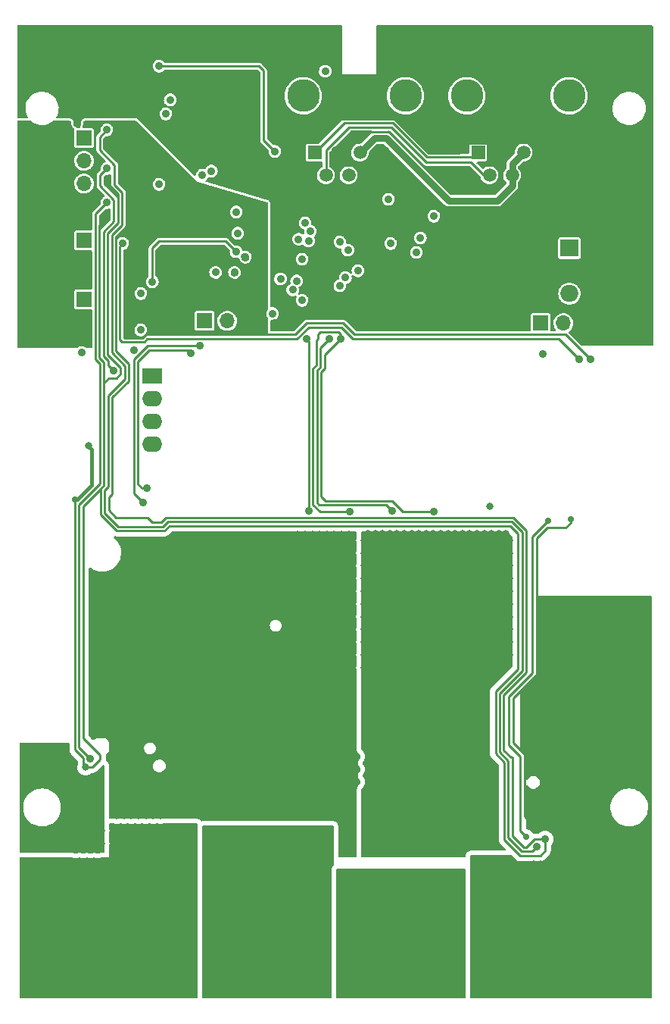
<source format=gbr>
%TF.GenerationSoftware,KiCad,Pcbnew,(6.0.9)*%
%TF.CreationDate,2022-11-24T15:29:19-03:00*%
%TF.ProjectId,main,6d61696e-2e6b-4696-9361-645f70636258,rev?*%
%TF.SameCoordinates,Original*%
%TF.FileFunction,Copper,L3,Inr*%
%TF.FilePolarity,Positive*%
%FSLAX46Y46*%
G04 Gerber Fmt 4.6, Leading zero omitted, Abs format (unit mm)*
G04 Created by KiCad (PCBNEW (6.0.9)) date 2022-11-24 15:29:19*
%MOMM*%
%LPD*%
G01*
G04 APERTURE LIST*
%TA.AperFunction,ComponentPad*%
%ADD10R,2.250000X1.750000*%
%TD*%
%TA.AperFunction,ComponentPad*%
%ADD11O,2.250000X1.750000*%
%TD*%
%TA.AperFunction,ComponentPad*%
%ADD12R,13.000000X13.000000*%
%TD*%
%TA.AperFunction,ComponentPad*%
%ADD13R,1.700000X1.700000*%
%TD*%
%TA.AperFunction,ComponentPad*%
%ADD14O,1.700000X1.700000*%
%TD*%
%TA.AperFunction,ComponentPad*%
%ADD15R,2.000000X1.905000*%
%TD*%
%TA.AperFunction,ComponentPad*%
%ADD16O,2.000000X1.905000*%
%TD*%
%TA.AperFunction,WasherPad*%
%ADD17C,3.650000*%
%TD*%
%TA.AperFunction,ComponentPad*%
%ADD18R,1.500000X1.500000*%
%TD*%
%TA.AperFunction,ComponentPad*%
%ADD19C,1.500000*%
%TD*%
%TA.AperFunction,ComponentPad*%
%ADD20C,2.500000*%
%TD*%
%TA.AperFunction,ViaPad*%
%ADD21C,0.900000*%
%TD*%
%TA.AperFunction,ViaPad*%
%ADD22C,0.800000*%
%TD*%
%TA.AperFunction,ViaPad*%
%ADD23C,0.700000*%
%TD*%
%TA.AperFunction,Conductor*%
%ADD24C,0.254000*%
%TD*%
%TA.AperFunction,Conductor*%
%ADD25C,0.762000*%
%TD*%
%TA.AperFunction,Conductor*%
%ADD26C,0.250000*%
%TD*%
%TA.AperFunction,Conductor*%
%ADD27C,0.381000*%
%TD*%
G04 APERTURE END LIST*
D10*
%TO.N,GND*%
%TO.C,PS501*%
X28215500Y-121997500D03*
D11*
%TO.N,/5V_Driver*%
X28215500Y-124537500D03*
%TO.N,/Cuk/S*%
X28215500Y-127077500D03*
%TO.N,Net-(C501-Pad2)*%
X28215500Y-129617500D03*
%TD*%
D12*
%TO.N,/B+*%
%TO.C,H104*%
X71120000Y-183968200D03*
%TD*%
D13*
%TO.N,/Analog/V_temp_mos*%
%TO.C,J304*%
X20574000Y-113408000D03*
D14*
%TO.N,GNDA*%
X20574000Y-115948000D03*
%TD*%
D12*
%TO.N,/P+Unfused*%
%TO.C,H102*%
X26162000Y-183540400D03*
%TD*%
%TO.N,/P-*%
%TO.C,H101*%
X41122067Y-184095200D03*
%TD*%
D13*
%TO.N,/3V3_Analog*%
%TO.C,J302*%
X34051000Y-115824000D03*
D14*
%TO.N,Net-(J302-Pad2)*%
X36591000Y-115824000D03*
%TO.N,GNDA*%
X39131000Y-115824000D03*
%TD*%
D12*
%TO.N,/B-*%
%TO.C,H103*%
X56060733Y-183978900D03*
%TD*%
D13*
%TO.N,+5V*%
%TO.C,J601*%
X71643000Y-116078000D03*
D14*
%TO.N,+3V3*%
X74183000Y-116078000D03*
%TO.N,GND*%
X76723000Y-116078000D03*
%TD*%
D13*
%TO.N,/Analog/V_temp_diode*%
%TO.C,J303*%
X20574000Y-106834540D03*
D14*
%TO.N,GNDA*%
X20574000Y-109374540D03*
%TD*%
D13*
%TO.N,/3V3_Analog*%
%TO.C,J301*%
X20574000Y-95414540D03*
D14*
%TO.N,/Analog/V_bat_unfiltered+*%
X20574000Y-97954540D03*
%TO.N,/Analog/Vbat_comp_in_EXT*%
X20574000Y-100494540D03*
%TO.N,GNDA*%
X20574000Y-103034540D03*
%TD*%
D15*
%TO.N,/Supplies/+18V*%
%TO.C,U601*%
X74859000Y-107696000D03*
D16*
%TO.N,GND*%
X74859000Y-110236000D03*
%TO.N,+5V*%
X74859000Y-112776000D03*
%TD*%
D17*
%TO.N,*%
%TO.C,J801*%
X45085000Y-90682000D03*
X56515000Y-90682000D03*
D18*
%TO.N,/can_connector/CAN_H*%
X46355000Y-97032000D03*
D19*
%TO.N,/can_connector/CAN_L*%
X47625000Y-99572000D03*
%TO.N,GND*%
X48895000Y-97032000D03*
%TO.N,/can_connector/CAN_18V*%
X50165000Y-99572000D03*
X51435000Y-97032000D03*
%TO.N,GND*%
X52705000Y-99572000D03*
X53975000Y-97032000D03*
X55245000Y-99572000D03*
D20*
X43050000Y-93732000D03*
X58550000Y-93732000D03*
%TD*%
D17*
%TO.N,*%
%TO.C,J802*%
X74803000Y-90682000D03*
X63373000Y-90682000D03*
D18*
%TO.N,/can_connector/CAN_H*%
X64643000Y-97032000D03*
D19*
%TO.N,/can_connector/CAN_L*%
X65913000Y-99572000D03*
%TO.N,GND*%
X67183000Y-97032000D03*
%TO.N,/can_connector/CAN_18V*%
X68453000Y-99572000D03*
X69723000Y-97032000D03*
%TO.N,GND*%
X70993000Y-99572000D03*
X72263000Y-97032000D03*
X73533000Y-99572000D03*
D20*
X76838000Y-93732000D03*
X61338000Y-93732000D03*
%TD*%
D21*
%TO.N,GND*%
X54610000Y-116332000D03*
X38608000Y-108712000D03*
X41910000Y-116078000D03*
X56417500Y-110998000D03*
X19812000Y-86106000D03*
X19812000Y-93726000D03*
X50167502Y-102194991D03*
X37401832Y-110412844D03*
X27607647Y-134510051D03*
X43180000Y-96266000D03*
X32512000Y-119409000D03*
X54610000Y-112014000D03*
X34798000Y-91186000D03*
X19812000Y-88392000D03*
X19812000Y-83820000D03*
X19721250Y-90194498D03*
%TO.N,/STM32/3V_Ref*%
X37592000Y-103665500D03*
%TO.N,/STM32/3V3_MCU*%
X35284500Y-110410500D03*
X37750148Y-106036584D03*
X54864000Y-107188000D03*
X54610000Y-102255500D03*
X41910000Y-96898500D03*
X44958000Y-113538000D03*
X28956000Y-87376000D03*
%TO.N,/3V3_Analog*%
X59690000Y-104140000D03*
X26924000Y-112776000D03*
X47547163Y-87937925D03*
X26908000Y-116840000D03*
X20320000Y-119380000D03*
X71882000Y-119546500D03*
X28956000Y-100584000D03*
%TO.N,/Analog/V_temp_mos*%
X45720000Y-137034989D03*
X45466000Y-117856000D03*
%TO.N,/Analog/V_Rad*%
X42545000Y-111125000D03*
D22*
%TO.N,/Cuk/C*%
X59639199Y-152425400D03*
X55981600Y-144602200D03*
X66954401Y-141046200D03*
X63703200Y-142468600D03*
X66954401Y-139623800D03*
X52730399Y-146024600D03*
X65328800Y-151003000D03*
X55575199Y-152425400D03*
X58419999Y-147447000D03*
X53136800Y-141046200D03*
X55168799Y-147447000D03*
X61671200Y-141757400D03*
X56388000Y-141046200D03*
X60451999Y-146735800D03*
X61671199Y-146024600D03*
X67767199Y-153847800D03*
X55575199Y-155270200D03*
X59232799Y-146024600D03*
X64922399Y-153136601D03*
X53949599Y-145313400D03*
X53136799Y-152425400D03*
X58013599Y-148158200D03*
X53136799Y-153847800D03*
X54762400Y-142468600D03*
X51917601Y-144602200D03*
X63296800Y-140335000D03*
X53949599Y-149580600D03*
X54355999Y-151714200D03*
X55575199Y-145313400D03*
X58826399Y-152425400D03*
X62890399Y-153847800D03*
X64922399Y-154559000D03*
X54762399Y-152425400D03*
X51917600Y-147447000D03*
X67360800Y-146024600D03*
X63296800Y-143179800D03*
X60451999Y-152425400D03*
X60045599Y-148869400D03*
X66548001Y-143179800D03*
X61671200Y-140335000D03*
X64515999Y-152425400D03*
X56387998Y-151003000D03*
X66141601Y-153847800D03*
X64109599Y-148869400D03*
X62484000Y-140335000D03*
X52730400Y-144602200D03*
X56794399Y-150291800D03*
X54356000Y-144602200D03*
X55575200Y-141046200D03*
X66141600Y-149580600D03*
X64922399Y-151714200D03*
X62483999Y-153136600D03*
X60045599Y-154559000D03*
X59639199Y-151003000D03*
X68173601Y-141757400D03*
X51917600Y-154559000D03*
X66141600Y-152425400D03*
X59639198Y-153847800D03*
X52324000Y-142468600D03*
X65328800Y-145313400D03*
X52323999Y-146735800D03*
X62890399Y-148158200D03*
X55981599Y-151714200D03*
X55575200Y-142468600D03*
X61671199Y-148869400D03*
X59232800Y-140335000D03*
X58013599Y-152425400D03*
X57607199Y-148869400D03*
X55168800Y-143179800D03*
X68173600Y-148869400D03*
X58419999Y-151714200D03*
X55981600Y-140335000D03*
X57200800Y-141046200D03*
X53949599Y-148158200D03*
X67360800Y-148869400D03*
X62483999Y-154559000D03*
X59232799Y-153136600D03*
X65328801Y-143891000D03*
X52323999Y-148158200D03*
X63703200Y-143891000D03*
X54355999Y-154559000D03*
X66548000Y-148869400D03*
X65328800Y-146735800D03*
X58826399Y-146735800D03*
X57200799Y-149580600D03*
X56794400Y-144602200D03*
X58013599Y-153847800D03*
X58420000Y-144602200D03*
X56388000Y-139623800D03*
X61264800Y-139623800D03*
X55981599Y-150291800D03*
X54356000Y-143179800D03*
X62890400Y-142468600D03*
X60451999Y-148158200D03*
X65735200Y-150291800D03*
X53136800Y-142468600D03*
X55168799Y-151714200D03*
X64922400Y-143179800D03*
X62077600Y-141046200D03*
X65735201Y-144602200D03*
X55168800Y-140335000D03*
X63703200Y-141046200D03*
X61671199Y-153136600D03*
X58013599Y-149580600D03*
X64922400Y-140335000D03*
X52323999Y-149580600D03*
X60451999Y-151003000D03*
X65735201Y-141757400D03*
X59232799Y-150291800D03*
X65735200Y-154559000D03*
X55981600Y-143179800D03*
X65735201Y-143179800D03*
X65328801Y-142468600D03*
X66141601Y-139623800D03*
X54762400Y-151003000D03*
X63296799Y-147447000D03*
X62077600Y-153847800D03*
X67360801Y-140335000D03*
X60858399Y-150291800D03*
X67360801Y-144602200D03*
X52730399Y-147447000D03*
X65328800Y-152425400D03*
X64922399Y-146024600D03*
X59232800Y-143179800D03*
X57200799Y-148158200D03*
X67360800Y-150291800D03*
X62077599Y-149580600D03*
X64515999Y-155270200D03*
X59232799Y-151714200D03*
X53136799Y-155270200D03*
X66141600Y-155270200D03*
X53136799Y-148158200D03*
X62077600Y-139623800D03*
X66141601Y-143891000D03*
X67767200Y-151003000D03*
X61671198Y-151714200D03*
X67767200Y-149580600D03*
X64516000Y-142468600D03*
X60858399Y-146024600D03*
X57607200Y-144602200D03*
X62483999Y-147447000D03*
X57607200Y-143179800D03*
X67767201Y-143891000D03*
X51917601Y-141757400D03*
X55981599Y-153136600D03*
X53543199Y-150291800D03*
X63703198Y-153847800D03*
X53136800Y-143891000D03*
X63703199Y-145313400D03*
X57200800Y-143891000D03*
X65328800Y-148158200D03*
X55168800Y-144602200D03*
X60045599Y-153136600D03*
X64109600Y-140335000D03*
X64109600Y-141757400D03*
X53543199Y-154559000D03*
X67360801Y-141757400D03*
X53949600Y-142468600D03*
X64515999Y-146735800D03*
X65735200Y-148869400D03*
X57200799Y-151003000D03*
X62484000Y-143179800D03*
X64109599Y-154559000D03*
X65328801Y-141046200D03*
X58013600Y-139623800D03*
X56387999Y-155270200D03*
X55575200Y-139623800D03*
X54762400Y-141046200D03*
X55575199Y-151003000D03*
X55981599Y-146024600D03*
X66954400Y-149580600D03*
X62890400Y-143891000D03*
X56387999Y-149580600D03*
X60452000Y-141046200D03*
X51917600Y-148869400D03*
X56794400Y-141757400D03*
X66141601Y-142468600D03*
X56794399Y-153136601D03*
X64922400Y-150291800D03*
X58419999Y-150291800D03*
X64922400Y-141757400D03*
X53543199Y-153136600D03*
X63296800Y-141757400D03*
X52323999Y-152425400D03*
X58013599Y-151003000D03*
X53543199Y-151714199D03*
X68173600Y-147447000D03*
X63296800Y-144602200D03*
X53949600Y-141046200D03*
X64109599Y-150291800D03*
X62890399Y-146735800D03*
X58826400Y-143891000D03*
X62484000Y-144602200D03*
X62890399Y-155270200D03*
X58419998Y-153136600D03*
X67360800Y-147447000D03*
X61264800Y-142468600D03*
X53136800Y-139623800D03*
X66548000Y-147447000D03*
X52730400Y-141757400D03*
X60451999Y-145313400D03*
X60858400Y-141757400D03*
X54355999Y-150291800D03*
X56794399Y-148869400D03*
X62890400Y-141046200D03*
X57607200Y-141757400D03*
X53949599Y-152425400D03*
X55168799Y-150291800D03*
X58013599Y-145313400D03*
X66141600Y-146735800D03*
X64515999Y-149580600D03*
X66548001Y-144602200D03*
X59639200Y-142468600D03*
X52730399Y-151714200D03*
X58420000Y-141757400D03*
X62890399Y-149580600D03*
X62483999Y-150291800D03*
X60858400Y-140335000D03*
X51917600Y-151714200D03*
X56794399Y-154559000D03*
X63703200Y-139623800D03*
X56387999Y-146735800D03*
X60045599Y-147447000D03*
X66954400Y-152425400D03*
X68173601Y-140335000D03*
X64516000Y-141046200D03*
X63296799Y-146024600D03*
X58013599Y-155270200D03*
X66141600Y-151003000D03*
X66954400Y-145313400D03*
X52323999Y-145313400D03*
X64109600Y-151714200D03*
X58013599Y-146735800D03*
X56794399Y-146024600D03*
X58419999Y-148869400D03*
X60858399Y-154559000D03*
X59639199Y-146735800D03*
X63703199Y-149580600D03*
X59232800Y-141757400D03*
X63703199Y-155270200D03*
X57607199Y-153136600D03*
X66548000Y-146024600D03*
X66954401Y-143891000D03*
X52730399Y-150291800D03*
X57607199Y-154559000D03*
X56794400Y-140335000D03*
X61264799Y-155270200D03*
X64515999Y-153847800D03*
X66954400Y-148158200D03*
X58826400Y-142468600D03*
X59232800Y-144602200D03*
X61671200Y-144602200D03*
X54356000Y-141757400D03*
X62483999Y-148869400D03*
X54762399Y-153847800D03*
X65735201Y-140335000D03*
X55168799Y-153136600D03*
X66548000Y-154559000D03*
X61264799Y-149580600D03*
X53136799Y-149580600D03*
X54355999Y-146024600D03*
X52730399Y-148869400D03*
X53543200Y-140335000D03*
X64515999Y-148158200D03*
X52324000Y-141046200D03*
X67767200Y-148158200D03*
X64109599Y-146024600D03*
X62077599Y-145313400D03*
X58013600Y-143891000D03*
X58420000Y-143179800D03*
X53543200Y-143179800D03*
X60045599Y-150291800D03*
X58826399Y-151003001D03*
X61671200Y-143179800D03*
X66548000Y-150291800D03*
X54355999Y-147447000D03*
X62077600Y-143891000D03*
X53949600Y-143891000D03*
X68173601Y-143179800D03*
X57607199Y-151714199D03*
X61264799Y-151003000D03*
X60045600Y-143179800D03*
X59639200Y-143891000D03*
X66548000Y-151714200D03*
X52323999Y-155270200D03*
X57200799Y-146735800D03*
X60858399Y-148869400D03*
X53949599Y-151003000D03*
X53949600Y-139623800D03*
X60451999Y-155270200D03*
X64516000Y-139623800D03*
X68173600Y-150291800D03*
X62077599Y-148158200D03*
X60858399Y-151714200D03*
X62890400Y-139623800D03*
X65735199Y-151714200D03*
X55575199Y-148158200D03*
X60451999Y-149580600D03*
X66141600Y-148158200D03*
X62077599Y-152425400D03*
X56387999Y-148158200D03*
X64515999Y-151003000D03*
X58013600Y-142468600D03*
X67767201Y-139623800D03*
X67767201Y-142468600D03*
X53136799Y-145313400D03*
X53543199Y-148869400D03*
X57607199Y-150291800D03*
X67767200Y-152425400D03*
X66548001Y-141757400D03*
X57607200Y-140335000D03*
X55168800Y-141757400D03*
X60452000Y-139623800D03*
X63703199Y-152425400D03*
X59639200Y-139623800D03*
X67360800Y-154559000D03*
X57200800Y-139623800D03*
X51917601Y-143179800D03*
X52324000Y-139623800D03*
X66954400Y-155270200D03*
X62890399Y-152425400D03*
X59232799Y-148869400D03*
X51917601Y-140335000D03*
X54762399Y-146735800D03*
X60045600Y-141757400D03*
X56794399Y-151714200D03*
X64109600Y-144602200D03*
X56387999Y-153847800D03*
X61264800Y-141046200D03*
X51917600Y-150291800D03*
X52730400Y-143179800D03*
X52324000Y-143891000D03*
X60045599Y-146024600D03*
X66548000Y-153136600D03*
X59639199Y-155270200D03*
X53136799Y-151003000D03*
X68173600Y-153136600D03*
X55168799Y-146024600D03*
X65735200Y-153136600D03*
X67767200Y-145313400D03*
X67767200Y-146735800D03*
X63703199Y-146735800D03*
X58419999Y-146024600D03*
X57607199Y-147447000D03*
X62483999Y-146024600D03*
X58419999Y-154559000D03*
X66954400Y-151003001D03*
X64516000Y-143891000D03*
X54355999Y-153136601D03*
X55575200Y-143891000D03*
X58826399Y-148158200D03*
X55168799Y-148869400D03*
X52323999Y-151003001D03*
X67767201Y-141046200D03*
X64109599Y-147447000D03*
X62483999Y-151714200D03*
X54762399Y-149580600D03*
X53543199Y-147447000D03*
X66954400Y-153847800D03*
X54762399Y-155270200D03*
X62077600Y-142468600D03*
X60858399Y-147447000D03*
X60858399Y-153136601D03*
X63703199Y-148158200D03*
X56794399Y-147447000D03*
X55981600Y-141757400D03*
X55981599Y-154559000D03*
X58420000Y-140335000D03*
X66141600Y-145313400D03*
X60451999Y-153847800D03*
X61264799Y-145313400D03*
X52730400Y-140335000D03*
X64922400Y-144602200D03*
X57200799Y-153847800D03*
X64109599Y-153136600D03*
X57200799Y-155270200D03*
X54355999Y-148869400D03*
X57200799Y-152425400D03*
X53949599Y-146735800D03*
X60452000Y-142468600D03*
X53949599Y-153847800D03*
X63703199Y-151003000D03*
X54762399Y-148158200D03*
X60452000Y-143891000D03*
X55981599Y-148869400D03*
X62077599Y-155270200D03*
X55575199Y-146735800D03*
X66141601Y-141046200D03*
X65328800Y-155270200D03*
X54762400Y-139623800D03*
X61671199Y-154559000D03*
X53543200Y-141757400D03*
X60045600Y-144602200D03*
X63296799Y-151714200D03*
X65328800Y-149580600D03*
X68173601Y-144602200D03*
X54762399Y-145313400D03*
X68173600Y-146024600D03*
X62077599Y-146735800D03*
X61264799Y-146735800D03*
X62890399Y-151003001D03*
X60858400Y-143179800D03*
X52730399Y-153136601D03*
X57200800Y-142468600D03*
X58826399Y-149580600D03*
X63296799Y-148869400D03*
X66954401Y-142468600D03*
X59639199Y-145313400D03*
X59639200Y-141046200D03*
X56794400Y-143179800D03*
X66954400Y-146735800D03*
X58826400Y-139623800D03*
X62484000Y-141757400D03*
X55168799Y-154559000D03*
X56387999Y-145313400D03*
X62890399Y-145313400D03*
X56388000Y-142468600D03*
X51917600Y-153136601D03*
X61671199Y-150291800D03*
X58826399Y-145313400D03*
X51917600Y-146024600D03*
X59232799Y-154559000D03*
X67360801Y-143179800D03*
X54762400Y-143891000D03*
X67360800Y-153136600D03*
X63296799Y-154559000D03*
X63296799Y-153136600D03*
X56387999Y-152425400D03*
X61264799Y-152425400D03*
X59639199Y-148158200D03*
X61264799Y-153847800D03*
X61264799Y-148158200D03*
X58826399Y-155270200D03*
X59639199Y-149580600D03*
X61671199Y-147447000D03*
X52730399Y-154559000D03*
X58826400Y-141046200D03*
X64109600Y-143179800D03*
X62077599Y-151003000D03*
X53949599Y-155270200D03*
X52323999Y-153847800D03*
X67360800Y-151714200D03*
X68173601Y-151714200D03*
X60858400Y-144602200D03*
X55575199Y-149580600D03*
X61264800Y-143891000D03*
X56388000Y-143891000D03*
X55575199Y-153847799D03*
X63296799Y-150291800D03*
X58013600Y-141046200D03*
X65328801Y-139623800D03*
X53543200Y-144602200D03*
X65328800Y-153847800D03*
X53136799Y-146735800D03*
X64922399Y-148869400D03*
X58826399Y-153847800D03*
X65735200Y-147447000D03*
X66548001Y-140335000D03*
X55981599Y-147447000D03*
X60045600Y-140335000D03*
X57607199Y-146024600D03*
X65735200Y-146024600D03*
X53543199Y-146024600D03*
X64515999Y-145313400D03*
X60045599Y-151714200D03*
X57200799Y-145313400D03*
X54356000Y-140335000D03*
X59232799Y-147447000D03*
X64922400Y-147447000D03*
%TO.N,/Cuk/S*%
X65980000Y-136540000D03*
D21*
%TO.N,+5V*%
X44958000Y-108936500D03*
X26120931Y-119084931D03*
%TO.N,+3V3*%
X58177813Y-106553000D03*
D22*
%TO.N,/B+*%
X76123800Y-185746199D03*
X77343000Y-179345400D03*
X67589400Y-177923000D03*
X71475600Y-161798000D03*
X74726800Y-157530800D03*
X70434200Y-188590999D03*
X68402200Y-183612600D03*
X75285600Y-168656000D03*
X72059801Y-177215800D03*
X76530200Y-185035000D03*
X75311000Y-182901400D03*
X75311000Y-190013400D03*
X74726800Y-158953200D03*
X77317600Y-169367200D03*
X76936600Y-178634200D03*
X74498200Y-181479000D03*
X77343000Y-189302200D03*
X69850000Y-158953200D03*
X67183000Y-188591000D03*
X73685400Y-188590999D03*
X65151000Y-185035000D03*
X76098400Y-167233599D03*
X67995800Y-182901399D03*
X70840600Y-186457400D03*
X77165200Y-158953200D03*
X75311000Y-184323800D03*
X76530200Y-175082200D03*
X72059800Y-180056600D03*
X70027800Y-189302200D03*
X75717400Y-185035000D03*
X68808600Y-185746200D03*
X72872600Y-178634200D03*
X71882000Y-162509200D03*
X69621400Y-187168600D03*
X74472800Y-172948600D03*
X73685400Y-185746199D03*
X75311000Y-175793400D03*
X74498200Y-190013400D03*
X75717400Y-186457400D03*
X76530200Y-186457400D03*
X65151000Y-187879800D03*
X75133200Y-159664400D03*
X74091800Y-176504600D03*
X68402200Y-185035000D03*
X70662800Y-158953199D03*
X71653400Y-186457400D03*
X71247000Y-178634200D03*
X77343000Y-183612600D03*
X74904600Y-180767800D03*
X74879200Y-167944800D03*
X74498200Y-184323800D03*
X67995800Y-187168599D03*
X65557400Y-182901400D03*
X70662800Y-161798000D03*
X73685400Y-184323799D03*
X72872600Y-190013400D03*
X67589400Y-189302200D03*
X71069200Y-159664400D03*
X70434200Y-177215800D03*
X72694800Y-159664400D03*
X75285600Y-170078400D03*
X75311000Y-178634200D03*
X68808600Y-188591000D03*
X74498200Y-182901400D03*
X74904600Y-187879800D03*
X64744600Y-187168600D03*
X72059800Y-188591000D03*
X66370200Y-187168600D03*
X76098400Y-171500800D03*
X75311000Y-177215800D03*
X75692000Y-172212000D03*
X71247000Y-188591000D03*
X67589400Y-185035000D03*
X75717400Y-177923000D03*
X76911200Y-167233600D03*
X69215000Y-179345400D03*
X69215000Y-189302200D03*
X69850000Y-161798000D03*
X75311000Y-185746200D03*
X77165200Y-161798000D03*
X71247000Y-190013400D03*
X66776600Y-179345400D03*
X75692000Y-170789600D03*
X67995800Y-178634199D03*
X75946000Y-159664400D03*
X73685400Y-181478999D03*
X74091800Y-187879800D03*
X68808600Y-180056600D03*
X74904600Y-183612600D03*
X67183000Y-184323800D03*
X69850000Y-160375600D03*
X76911200Y-170078400D03*
X74498200Y-177215800D03*
X73279000Y-179345400D03*
X74879200Y-172212000D03*
X75717400Y-189302200D03*
X68402200Y-177923000D03*
X65557400Y-190013400D03*
X73914000Y-158953199D03*
X66776600Y-182190200D03*
X73101200Y-157530799D03*
X72872600Y-180056600D03*
X74904600Y-186457400D03*
X67183000Y-185746200D03*
X74904600Y-185035000D03*
X77724000Y-167233600D03*
X76352400Y-157530799D03*
X71247000Y-177215801D03*
X77724000Y-170078400D03*
X66370200Y-178634200D03*
X75539600Y-157530800D03*
X76123800Y-190013400D03*
X76758800Y-159664400D03*
X64744600Y-178634200D03*
X75285600Y-171500800D03*
X77343000Y-177923000D03*
X72872600Y-181479000D03*
X65151000Y-186457400D03*
X74320400Y-158242000D03*
X77724000Y-168656000D03*
X66370200Y-188591000D03*
X74498200Y-178634200D03*
X68808600Y-181479000D03*
X71653400Y-189302200D03*
X71882000Y-159664400D03*
X74091800Y-185035000D03*
X76123800Y-182901399D03*
X77724000Y-171500800D03*
X71653400Y-179345400D03*
X73685400Y-190013399D03*
X65151000Y-189302200D03*
X75946000Y-161086799D03*
X76936600Y-187168600D03*
X70434200Y-187168599D03*
X72872600Y-187168600D03*
X66370200Y-184323800D03*
X72288400Y-157530800D03*
X65151000Y-177923000D03*
X76123800Y-174370999D03*
X65963800Y-187879800D03*
X76098400Y-170078399D03*
X72694800Y-158242000D03*
X76123800Y-188590999D03*
X71882000Y-161086800D03*
X76936600Y-188591000D03*
X70840600Y-177923000D03*
X67995800Y-180056599D03*
X70840600Y-187879800D03*
X76936600Y-185746200D03*
X67995800Y-184323799D03*
X66370200Y-190013400D03*
X74879200Y-170789600D03*
X72466200Y-186457400D03*
X67995800Y-190013399D03*
X65151000Y-180767800D03*
X75717400Y-175082200D03*
X75285600Y-172948600D03*
X76504800Y-169367200D03*
X74498200Y-187168600D03*
X76504800Y-173659800D03*
X72059800Y-190013400D03*
X65963800Y-189302200D03*
X72872600Y-185746200D03*
X76936600Y-190013400D03*
X65963800Y-179345400D03*
X75311000Y-174371000D03*
X66776600Y-186457400D03*
X67183000Y-180056600D03*
X72872600Y-188591000D03*
X77317600Y-172212000D03*
X76758800Y-158242000D03*
X75717400Y-187879800D03*
X69621400Y-181479000D03*
X70256400Y-161086799D03*
X70256400Y-162509199D03*
X67183000Y-182901400D03*
X68808600Y-190013400D03*
X75133200Y-158242000D03*
X77165200Y-160375600D03*
X67589400Y-186457400D03*
X71069200Y-162509200D03*
X64744600Y-190013400D03*
X71475600Y-158953200D03*
X72059800Y-187168600D03*
X77343000Y-185035000D03*
X70027800Y-186457400D03*
X70840600Y-189302200D03*
X76098400Y-172948600D03*
X76936600Y-182901400D03*
X74904600Y-176504600D03*
X74904600Y-179345400D03*
X74498200Y-175793400D03*
X70840600Y-180767800D03*
X64744600Y-181479000D03*
X66370200Y-180056600D03*
X67589400Y-180767800D03*
X74879200Y-173659800D03*
X73685400Y-180056599D03*
X73279000Y-186457400D03*
X65963800Y-177923000D03*
X70662800Y-157530799D03*
X71475600Y-157530800D03*
X67589400Y-182190200D03*
X76530200Y-177923000D03*
X75717400Y-179345400D03*
X76352400Y-158953200D03*
X75285600Y-167233600D03*
X67589400Y-179345400D03*
X75717400Y-176504600D03*
X74091800Y-179345400D03*
X73279000Y-180767800D03*
X65963800Y-186457400D03*
X77571600Y-158242000D03*
X75539600Y-161798000D03*
X73279000Y-189302200D03*
X70662800Y-160375600D03*
X71653400Y-180767800D03*
X74091800Y-180767800D03*
X77724000Y-172948600D03*
X66776600Y-189302200D03*
X66370200Y-185746200D03*
D23*
X74998681Y-137990681D03*
D22*
X72466200Y-187879800D03*
X77343000Y-186457400D03*
X69215000Y-177923000D03*
X76936600Y-184323800D03*
X70662800Y-163220400D03*
X68402200Y-180767800D03*
X67183000Y-178634200D03*
X73914000Y-157530800D03*
X65557400Y-188591000D03*
X77165200Y-157530800D03*
X67183000Y-187168600D03*
X76936600Y-177215800D03*
X76123800Y-178634200D03*
X65557400Y-180056600D03*
X76504800Y-167944800D03*
X66776600Y-177923000D03*
X74320400Y-159664400D03*
X75692000Y-173659800D03*
X76936600Y-180056600D03*
X76123801Y-177215800D03*
X65557400Y-185746200D03*
X70434200Y-190013399D03*
X65151000Y-183612600D03*
X74904600Y-189302200D03*
X76911200Y-168656000D03*
X67589400Y-183612600D03*
X73279000Y-187879800D03*
X74498200Y-180056600D03*
X76936600Y-181479000D03*
X77343000Y-180767800D03*
X64744600Y-188591000D03*
X64744600Y-182901400D03*
X76530200Y-187879800D03*
X75539600Y-160375600D03*
X70840600Y-179345400D03*
X77317600Y-167944800D03*
X65557400Y-178634200D03*
X67589400Y-187879800D03*
X77571600Y-159664400D03*
X69621400Y-180056600D03*
X76123800Y-187168600D03*
X75717400Y-182190200D03*
X77317600Y-173659800D03*
X77343000Y-182190200D03*
X65151000Y-182190200D03*
X69621400Y-188591000D03*
X73279000Y-177923000D03*
X76123800Y-181479000D03*
X74472800Y-170078400D03*
X74904600Y-182190200D03*
X77749400Y-174371000D03*
X72466200Y-180767800D03*
X72872600Y-177215800D03*
X68402200Y-189302200D03*
X76530200Y-176504600D03*
X66776600Y-187879800D03*
X72466200Y-176504600D03*
X75311000Y-180056600D03*
X76530200Y-179345400D03*
X68402200Y-179345400D03*
X68402200Y-182190200D03*
X64744600Y-185746200D03*
X71653400Y-176504600D03*
X64744600Y-184323800D03*
X70027800Y-179345400D03*
X77343000Y-187879800D03*
X74879200Y-169367200D03*
X74904600Y-175082200D03*
X77317600Y-170789600D03*
X74498200Y-174371000D03*
X64744600Y-180056600D03*
X73101200Y-158953200D03*
X71247000Y-187168600D03*
X74091800Y-177923000D03*
X67995800Y-188590999D03*
X76936600Y-175793400D03*
X72059800Y-178634200D03*
X73279000Y-182190200D03*
X74091800Y-189302200D03*
X72466200Y-179345400D03*
X75692000Y-167944800D03*
X71882000Y-158242000D03*
X65557400Y-187168600D03*
X76936600Y-174371000D03*
X75311000Y-181479000D03*
X66370200Y-182901400D03*
X68402200Y-186457400D03*
X74472800Y-167233600D03*
X74091800Y-186457400D03*
X73685400Y-178634199D03*
X68808600Y-178634200D03*
X69215000Y-186457400D03*
X72466200Y-177923000D03*
X70434200Y-178634199D03*
X70027800Y-187879800D03*
X74472800Y-168656000D03*
X76352400Y-160375600D03*
X74091800Y-183612600D03*
X73507600Y-158242000D03*
X69215000Y-180767800D03*
X77749400Y-175793400D03*
X68402200Y-187879800D03*
X76530200Y-183612600D03*
X73685400Y-182901399D03*
X69215000Y-187879800D03*
X69621400Y-178634200D03*
X77571600Y-161086800D03*
X69850000Y-163220400D03*
X65963800Y-183612600D03*
X76504800Y-172212000D03*
X67995800Y-181478999D03*
X76123800Y-180056599D03*
X74498200Y-185746200D03*
X74091800Y-182190200D03*
X76504800Y-170789600D03*
X75946000Y-158242000D03*
X76530200Y-180767800D03*
X75717400Y-180767800D03*
X76123800Y-175793399D03*
X65963800Y-180767800D03*
X70256400Y-159664400D03*
X76352400Y-161798000D03*
X71069200Y-158242000D03*
X67183000Y-190013400D03*
X76911200Y-171500800D03*
X75539600Y-158953200D03*
X75692000Y-169367200D03*
X72466200Y-189302200D03*
X66776600Y-183612600D03*
X77343000Y-175082200D03*
X70256400Y-158242000D03*
X70434200Y-180056599D03*
X71653400Y-187879800D03*
X65557400Y-184323800D03*
X67995800Y-185746199D03*
X73685400Y-177215801D03*
X68808600Y-187168600D03*
X73685400Y-187168599D03*
X74904600Y-177923000D03*
X72288400Y-158953200D03*
X66776600Y-185035000D03*
X76530200Y-189302200D03*
X76123800Y-184323800D03*
X67183000Y-181479000D03*
X76758800Y-161086800D03*
X71247000Y-180056600D03*
X66370200Y-181479000D03*
X77343000Y-176504600D03*
X70840600Y-176504600D03*
X70027800Y-180767800D03*
X66776600Y-180767800D03*
X65963800Y-185035000D03*
X74498200Y-188591000D03*
X65963800Y-182190200D03*
X65557400Y-181479000D03*
X75311000Y-188591000D03*
X74472800Y-171500800D03*
X71475600Y-163220400D03*
X73279000Y-176504600D03*
X71069200Y-161086800D03*
X75717400Y-183612600D03*
X70027800Y-177923000D03*
X71653400Y-177923000D03*
X76098400Y-168655999D03*
X65151000Y-179345400D03*
X69621400Y-190013400D03*
X73507600Y-159664400D03*
X75311000Y-187168600D03*
X71475600Y-160375600D03*
X76530200Y-182190200D03*
X76911200Y-172948600D03*
D21*
%TO.N,/3V3_STM*%
X57731231Y-108171423D03*
X30208782Y-91134403D03*
%TO.N,Net-(D101-Pad2)*%
X29718000Y-92710000D03*
D22*
%TO.N,/B-*%
X50269533Y-182124700D03*
X53114333Y-185680699D03*
X54739933Y-179991100D03*
X55146333Y-189236700D03*
X61648733Y-180702300D03*
X60835933Y-186391900D03*
X61242333Y-178568700D03*
X60023133Y-187814300D03*
X60835933Y-179279900D03*
X58803933Y-185680699D03*
D23*
X72491600Y-138125200D03*
D22*
X56365533Y-179991100D03*
X49863133Y-179991100D03*
X60429533Y-179991100D03*
X61242333Y-179991099D03*
X52707933Y-184969500D03*
X57991133Y-181413500D03*
X51895133Y-187814300D03*
X51895133Y-189236700D03*
X58803933Y-182835899D03*
X61242333Y-184258300D03*
X59210333Y-189236700D03*
X55146333Y-187814300D03*
X56365533Y-189947900D03*
X54739933Y-187103100D03*
X49863133Y-182835900D03*
X57991133Y-187103100D03*
X53927133Y-189947900D03*
X60835933Y-182124700D03*
X53114333Y-182835899D03*
X60429533Y-187103100D03*
X54333533Y-187814300D03*
X50675933Y-178568700D03*
X62461533Y-180702300D03*
X60429533Y-182835900D03*
X58803933Y-188525499D03*
X60835933Y-183547100D03*
X58397533Y-189236700D03*
X51895133Y-182124700D03*
X50675933Y-184258300D03*
X54739933Y-189947900D03*
D23*
X70022500Y-173472500D03*
D22*
X57991133Y-178568700D03*
X56771933Y-179279900D03*
X51895133Y-180702300D03*
X60023133Y-182124700D03*
X56771933Y-189236700D03*
X60023133Y-177857500D03*
X59210333Y-179279900D03*
X56365533Y-187103100D03*
X61648733Y-189236700D03*
X51082333Y-182124700D03*
X60835933Y-187814300D03*
X50675933Y-181413500D03*
X49863133Y-185680700D03*
X62055133Y-182835900D03*
X62055133Y-185680700D03*
X62055133Y-184258300D03*
X57178333Y-181413500D03*
X55552733Y-179991099D03*
X51488733Y-187103100D03*
X51488733Y-188525500D03*
X59616733Y-182835900D03*
X53520733Y-184969500D03*
X58803933Y-178568699D03*
X50675933Y-182835899D03*
X57991133Y-188525500D03*
X51895133Y-184969500D03*
X61648733Y-184969500D03*
X52301533Y-181413500D03*
X55552733Y-187103099D03*
X59210333Y-182124700D03*
X56365533Y-178568700D03*
X53927133Y-181413500D03*
X49863133Y-189947900D03*
X53520733Y-186391900D03*
X60023133Y-179279900D03*
X60429533Y-181413500D03*
X56771933Y-180702300D03*
X50269533Y-187814300D03*
X52301533Y-178568700D03*
X56365533Y-188525500D03*
X53114333Y-179991099D03*
X60429533Y-188525500D03*
X55552733Y-188525499D03*
X53520733Y-187814300D03*
X51082333Y-189236700D03*
X52301533Y-189947900D03*
X60023133Y-183547100D03*
X59616733Y-185680700D03*
X53520733Y-179279900D03*
X52707933Y-183547100D03*
X61242333Y-188525499D03*
X57584733Y-186391900D03*
X55959133Y-179279900D03*
X58397533Y-182124700D03*
X61648733Y-187814300D03*
X53520733Y-182124700D03*
X54739933Y-188525500D03*
X51082333Y-187814300D03*
X59210333Y-184969500D03*
X57178333Y-189947900D03*
X53927133Y-178568700D03*
X62461533Y-186391900D03*
X60429533Y-189947900D03*
X51082333Y-179279900D03*
X62055133Y-189947900D03*
X57584733Y-187814300D03*
X62461533Y-177857500D03*
X50675933Y-188525499D03*
X62461533Y-182124700D03*
X60835933Y-180702300D03*
X58397533Y-186391900D03*
X54333533Y-180702300D03*
X62055133Y-181413500D03*
X55959133Y-187814300D03*
X51895133Y-177857500D03*
X60429533Y-185680700D03*
X52301533Y-185680700D03*
X52707933Y-187814300D03*
X62055133Y-187103100D03*
X62055133Y-179991100D03*
X49863133Y-187103100D03*
X58803933Y-189947899D03*
X51082333Y-184969500D03*
X52301533Y-179991100D03*
X62055133Y-188525500D03*
X56771933Y-187814300D03*
X60835933Y-177857500D03*
X59616733Y-184258300D03*
X59616733Y-178568700D03*
X60429533Y-178568700D03*
X57178333Y-179991100D03*
X55146333Y-180702300D03*
X51488733Y-179991100D03*
X52707933Y-180702300D03*
X50675933Y-189947900D03*
X61648733Y-183547100D03*
X49863133Y-178568700D03*
X55959133Y-180702300D03*
X53927133Y-188525500D03*
X60023133Y-189236700D03*
X50675933Y-187103100D03*
X51488733Y-189947900D03*
X59210333Y-177857500D03*
X60023133Y-180702300D03*
X53927133Y-185680700D03*
X58803933Y-184258299D03*
X51895133Y-179279900D03*
X57991133Y-189947900D03*
X54739933Y-178568700D03*
X58397533Y-180702300D03*
X55146333Y-179279900D03*
X57584733Y-180702300D03*
X58803933Y-179991099D03*
X53114333Y-187103099D03*
X50269533Y-183547100D03*
X62055133Y-178568700D03*
X51488733Y-181413500D03*
X53114333Y-188525499D03*
X50269533Y-186391900D03*
X52707933Y-179279900D03*
X57178333Y-178568700D03*
X58397533Y-177857500D03*
X62461533Y-184969500D03*
X61242333Y-181413500D03*
X51082333Y-177857500D03*
X54333533Y-189236700D03*
X59616733Y-188525500D03*
X57584733Y-189236700D03*
X50269533Y-180702300D03*
X58397533Y-187814300D03*
X49863133Y-188525500D03*
X54333533Y-186391900D03*
X55146333Y-177857500D03*
X58803933Y-187103099D03*
X59210333Y-187814300D03*
X57991133Y-179991100D03*
X51488733Y-184258300D03*
X54739933Y-181413500D03*
X61242333Y-185680699D03*
X50675933Y-179991099D03*
X52301533Y-187103100D03*
X60835933Y-184969500D03*
X49863133Y-181413500D03*
X60429533Y-184258300D03*
X53927133Y-179991100D03*
X59210333Y-180702300D03*
X51895133Y-186391900D03*
X51488733Y-182835900D03*
X53114333Y-181413499D03*
X61648733Y-186391900D03*
X53520733Y-180702300D03*
X53520733Y-177857500D03*
X55959133Y-189236700D03*
X62461533Y-183547100D03*
X58803933Y-181413499D03*
X50269533Y-177857500D03*
X50675933Y-185680699D03*
X60023133Y-186391900D03*
X51082333Y-180702300D03*
X57178333Y-188525500D03*
X52707933Y-189236700D03*
X57178333Y-187103100D03*
X61648733Y-177857500D03*
X50269533Y-189236700D03*
X59616733Y-187103100D03*
X53520733Y-189236700D03*
X53114333Y-184258299D03*
X59210333Y-186391900D03*
X50269533Y-184969500D03*
X60023133Y-184969500D03*
X53114333Y-189947899D03*
X55552733Y-189947899D03*
X58397533Y-179279900D03*
X52301533Y-184258300D03*
X61242333Y-182835899D03*
X55552733Y-181413499D03*
X61648733Y-182124700D03*
X55959133Y-177857500D03*
X62461533Y-187814300D03*
X57584733Y-177857500D03*
X52707933Y-186391900D03*
X52301533Y-188525500D03*
X59616733Y-179991100D03*
X62461533Y-189236700D03*
X61242333Y-187103100D03*
X61648733Y-179279900D03*
X52301533Y-182835900D03*
X51488733Y-178568700D03*
X51082333Y-186391900D03*
X49863133Y-184258300D03*
X56771933Y-177857500D03*
X59210333Y-183547100D03*
X52707933Y-182124700D03*
X60835933Y-189236700D03*
X59616733Y-181413500D03*
X55552733Y-178568699D03*
X62461533Y-179279900D03*
X51895133Y-183547100D03*
X54333533Y-177857500D03*
X50269533Y-179279900D03*
X61242333Y-189947900D03*
X51488733Y-185680700D03*
X54333533Y-179279900D03*
X52707933Y-177857500D03*
X53114333Y-178568699D03*
X59616733Y-189947900D03*
X51082333Y-183547100D03*
X53927133Y-187103100D03*
X57584733Y-179279900D03*
D21*
%TO.N,/SWDIO*%
X51202683Y-110227586D03*
%TO.N,/SWO*%
X49188655Y-107021345D03*
%TO.N,/SWCLK*%
X50077655Y-107910345D03*
%TO.N,/USART_RX*%
X34812500Y-99099500D03*
X49792318Y-110998654D03*
%TO.N,/USART_TX*%
X49175199Y-111908638D03*
X33782000Y-99553500D03*
%TO.N,/Analog/V_bat_unfiltered+*%
X75946000Y-120142000D03*
X24892000Y-107188000D03*
%TO.N,/PWM*%
X33528000Y-118632500D03*
X27178000Y-136144000D03*
%TO.N,Net-(R318-Pad1)*%
X23876000Y-121412000D03*
X23128500Y-98806000D03*
%TO.N,Net-(R321-Pad1)*%
X23114000Y-94488000D03*
X71238168Y-174545794D03*
D22*
%TO.N,/P-*%
X38607467Y-182418800D03*
X36169067Y-182418800D03*
X42671467Y-179574000D03*
X34949867Y-187397200D03*
X37794667Y-178151600D03*
X36169067Y-185263600D03*
X41045867Y-179574000D03*
X45516267Y-180285200D03*
X44729400Y-174548800D03*
X43510200Y-173837600D03*
X35788600Y-176022000D03*
X41071800Y-176733200D03*
X39446200Y-173837600D03*
X37388267Y-183130000D03*
X36575467Y-184552400D03*
X35356267Y-179574000D03*
X43077867Y-177440400D03*
X40233067Y-186686000D03*
X41858667Y-179574000D03*
X39013867Y-177440400D03*
X36169067Y-183841200D03*
X37007800Y-176733200D03*
X37794667Y-180996400D03*
X46329067Y-190242000D03*
X46761400Y-175260000D03*
X41858667Y-189530800D03*
X41045867Y-180996400D03*
X41884600Y-176733200D03*
X47141867Y-180285200D03*
X42265067Y-190242000D03*
X39420267Y-186686000D03*
X47548267Y-182418800D03*
X45516267Y-187397200D03*
X34949867Y-188819600D03*
X35356267Y-183841200D03*
X35762667Y-180285199D03*
X43484267Y-186686000D03*
X35762667Y-184552400D03*
X42671467Y-189530800D03*
X36981867Y-183841200D03*
X47141867Y-188819600D03*
X45922667Y-189530800D03*
X38607467Y-180996400D03*
X34975800Y-174548800D03*
X41071800Y-175260000D03*
X40639467Y-188819599D03*
X36981867Y-189530800D03*
X39013867Y-187397200D03*
X39013867Y-178862800D03*
X46355000Y-173126399D03*
X39420267Y-179574000D03*
X44297067Y-185263600D03*
X44297067Y-183841200D03*
X36601400Y-173126400D03*
X43484267Y-185263600D03*
X45922667Y-178151600D03*
X44703467Y-184552400D03*
X45135800Y-176733200D03*
X45516267Y-184552400D03*
X39446200Y-176733200D03*
X38607467Y-186686000D03*
X47574200Y-176733200D03*
X36575467Y-190242000D03*
X38227000Y-174548799D03*
X45109867Y-182418800D03*
X44703467Y-177440400D03*
X44729400Y-173126400D03*
X37388267Y-188819600D03*
X44297067Y-188108400D03*
X36169067Y-179574000D03*
X37388267Y-185974800D03*
X43890667Y-185974799D03*
X47574200Y-175260000D03*
X44297067Y-186686000D03*
X47141867Y-183130000D03*
X42265067Y-178862800D03*
X37007800Y-173837600D03*
X42671467Y-178151600D03*
X36601400Y-176022000D03*
X37388267Y-184552400D03*
X41858667Y-188108400D03*
X43890667Y-177440399D03*
X41478200Y-174548800D03*
X45922667Y-180996400D03*
X45109867Y-180996400D03*
X41884600Y-173837600D03*
X39852600Y-174548800D03*
X43484267Y-182418800D03*
X47141867Y-177440400D03*
X45542200Y-173126400D03*
X39013867Y-180285200D03*
X46735467Y-188108400D03*
X41452267Y-180285200D03*
X35762667Y-185974799D03*
X39826667Y-180285200D03*
X42265067Y-181707600D03*
X46761400Y-176733200D03*
X37794667Y-188108400D03*
X41045867Y-188108400D03*
X41071800Y-173837600D03*
X46735467Y-183841200D03*
X37388267Y-181707600D03*
X36575467Y-181707600D03*
X38201067Y-184552399D03*
X46735467Y-179574000D03*
X35356267Y-180996400D03*
X44323000Y-175260000D03*
X45516267Y-183130000D03*
X41858667Y-178151600D03*
X37794667Y-179574000D03*
X43890667Y-190241999D03*
X35356267Y-185263600D03*
X43484267Y-180996400D03*
X38633400Y-176733200D03*
X43077867Y-178862800D03*
X40233067Y-178151600D03*
X47548267Y-185263600D03*
X40665400Y-176021999D03*
X40639467Y-187397199D03*
X43510200Y-176733200D03*
X38607467Y-185263600D03*
X36981867Y-178151600D03*
X45109867Y-188108400D03*
X45948600Y-175260000D03*
X35356267Y-178151600D03*
X47167800Y-173126400D03*
X40259000Y-173837600D03*
X42265067Y-188819600D03*
X43077867Y-180285200D03*
X43103800Y-176022000D03*
X47167800Y-174548800D03*
X43077867Y-181707600D03*
X42291000Y-173126400D03*
X45109867Y-186686000D03*
X46735467Y-189530800D03*
X45922667Y-185263600D03*
X39013867Y-190242000D03*
X44703467Y-178862800D03*
X38607467Y-188108400D03*
X43510200Y-175260000D03*
X41045867Y-178151600D03*
X40233067Y-189530800D03*
X47141867Y-185974800D03*
X43484267Y-179574000D03*
X44703467Y-183130000D03*
X36575467Y-183130000D03*
X35382200Y-175260000D03*
X47548267Y-178151600D03*
X38201067Y-180285199D03*
X41452267Y-177440400D03*
X46735467Y-178151600D03*
X43890667Y-181707599D03*
X36981867Y-185263600D03*
X46329067Y-181707600D03*
X35788600Y-173126399D03*
X44297067Y-182418800D03*
X39420267Y-188108400D03*
X36169067Y-189530800D03*
X40639467Y-178862799D03*
X45542200Y-174548800D03*
X45516267Y-181707600D03*
X46735467Y-186686000D03*
X42697400Y-175260000D03*
X42291000Y-174548800D03*
X38607467Y-179574000D03*
X47141867Y-187397200D03*
X47141867Y-181707600D03*
X38201067Y-185974799D03*
X46329067Y-177440399D03*
X39039800Y-174548800D03*
X46329067Y-180285199D03*
X36575467Y-187397200D03*
X42671467Y-180996400D03*
X37794667Y-186686000D03*
X40639467Y-177440399D03*
X44703467Y-190242000D03*
X45109867Y-178151600D03*
X37820600Y-173837600D03*
X38201067Y-181707599D03*
X38633400Y-175260000D03*
X39826667Y-178862800D03*
X45922667Y-188108400D03*
X43077867Y-187397200D03*
X39826667Y-187397200D03*
X38227000Y-173126399D03*
X43890667Y-180285199D03*
X45109867Y-183841200D03*
X45135800Y-173837600D03*
X39013867Y-188819600D03*
X37388267Y-187397200D03*
X37388267Y-177440400D03*
X34949867Y-180285200D03*
X36981867Y-186686000D03*
X36195000Y-173837600D03*
X34949867Y-183130000D03*
X46329067Y-184552400D03*
X35356267Y-186686000D03*
X45922667Y-182418800D03*
X45542200Y-176022000D03*
X43077867Y-185974800D03*
X38201067Y-187397199D03*
X41858667Y-186686000D03*
X36575467Y-177440400D03*
X41452267Y-187397200D03*
X41452267Y-190242000D03*
X41452267Y-178862800D03*
X44703467Y-185974800D03*
X43077867Y-188819600D03*
X41478200Y-173126400D03*
X44323000Y-176733200D03*
X41478200Y-176022000D03*
X43077867Y-190242000D03*
X45516267Y-177440400D03*
X44703467Y-180285200D03*
X39852600Y-176022000D03*
X37794667Y-183841200D03*
X46329067Y-178862800D03*
X39826667Y-177440400D03*
X37414200Y-174548800D03*
X45135800Y-175260000D03*
X37794667Y-189530800D03*
X38633400Y-173837600D03*
X39013867Y-185974800D03*
X43484267Y-189530800D03*
X45922667Y-183841200D03*
X43916600Y-173126399D03*
X37388267Y-190242000D03*
X46735467Y-180996400D03*
X47548267Y-183841200D03*
X34949867Y-178862800D03*
X36575467Y-185974800D03*
X36169067Y-188108400D03*
X46329067Y-188819599D03*
X34949867Y-177440400D03*
X47574200Y-173837600D03*
X43484267Y-178151600D03*
X44297067Y-189530800D03*
X44703467Y-181707600D03*
X42697400Y-173837600D03*
X46355000Y-174548800D03*
X43890667Y-187397199D03*
X34949867Y-181707600D03*
X45109867Y-179574000D03*
X43890667Y-178862799D03*
X34949867Y-190242000D03*
X43890667Y-188819599D03*
X35762667Y-183129999D03*
X47548267Y-186686000D03*
X41045867Y-189530800D03*
X39039800Y-173126400D03*
X37820600Y-176733200D03*
X44703467Y-187397200D03*
X40665400Y-173126399D03*
X39826667Y-190242000D03*
X46329067Y-185974799D03*
X37388267Y-180285200D03*
X44703467Y-188819600D03*
X36575467Y-178862800D03*
X34975800Y-173126400D03*
X43484267Y-188108400D03*
X46355000Y-176022000D03*
X38201067Y-188819599D03*
X38201067Y-178862799D03*
X44297067Y-180996400D03*
X46761400Y-173837600D03*
X36981867Y-179574000D03*
X45922667Y-179574000D03*
X36169067Y-178151600D03*
X41452267Y-188819600D03*
X40233067Y-180996400D03*
X47167800Y-176022000D03*
X42671467Y-186686000D03*
X43916600Y-174548799D03*
X35762667Y-177440399D03*
X37414200Y-173126400D03*
X35762667Y-181707600D03*
X39013867Y-181707600D03*
X36195000Y-175260000D03*
X43103800Y-173126400D03*
X39826667Y-188819600D03*
X42265067Y-177440400D03*
X41858667Y-180996400D03*
X36601400Y-174548800D03*
X35762667Y-188819599D03*
X44729400Y-176022000D03*
X44297067Y-178151600D03*
X37820600Y-175260000D03*
X38607467Y-178151600D03*
X47548267Y-179574000D03*
X42265067Y-187397200D03*
X40665400Y-174548799D03*
X46735467Y-185263600D03*
X47141867Y-190242000D03*
X38201067Y-183129999D03*
X36981867Y-180996400D03*
X36169067Y-180996400D03*
X46329067Y-187397200D03*
X35356267Y-188108400D03*
X35382200Y-176733200D03*
X47141867Y-178862800D03*
X40259000Y-176733200D03*
X36195000Y-176733200D03*
X42697400Y-176733200D03*
X45109867Y-189530800D03*
X36169067Y-186686000D03*
X35788600Y-174548800D03*
X37794667Y-185263600D03*
X46735467Y-182418800D03*
X39446200Y-175260000D03*
X39826667Y-181707600D03*
X45516267Y-178862800D03*
X34949867Y-184552400D03*
X46329067Y-183129999D03*
X43103800Y-174548800D03*
X45516267Y-188819600D03*
X43916600Y-176021999D03*
X38607467Y-189530800D03*
X45948600Y-176733200D03*
X42265067Y-180285200D03*
X34975800Y-176022000D03*
X37388267Y-178862800D03*
X39852600Y-173126400D03*
X45109867Y-185263600D03*
X36981867Y-182418800D03*
X45948600Y-173837600D03*
X35356267Y-182418800D03*
X36981867Y-188108400D03*
X43890667Y-184552399D03*
X44297067Y-179574000D03*
X39420267Y-180996400D03*
X47548267Y-180996400D03*
X40233067Y-188108400D03*
X42671467Y-188108400D03*
X43890667Y-183129999D03*
X38201067Y-190241999D03*
X37794667Y-182418800D03*
X39420267Y-178151600D03*
X35356267Y-189530800D03*
X36575467Y-180285200D03*
X41884600Y-175260000D03*
X34949867Y-185974800D03*
X38227000Y-176021999D03*
X47141867Y-184552400D03*
X47548267Y-189530800D03*
X40639467Y-180285199D03*
X38201067Y-177440399D03*
X44323000Y-173837600D03*
X40639467Y-190241999D03*
X39039800Y-176022000D03*
X35762667Y-187397200D03*
X37414200Y-176022000D03*
X40233067Y-179574000D03*
X37007800Y-175260000D03*
X36575467Y-188819600D03*
X35762667Y-178862800D03*
X45922667Y-186686000D03*
X42291000Y-176022000D03*
X45516267Y-190242000D03*
X40259000Y-175260000D03*
X35762667Y-190242000D03*
X35382200Y-173837600D03*
X47548267Y-188108400D03*
X39420267Y-189530800D03*
X45516267Y-185974800D03*
%TO.N,/P+*%
X21691600Y-169926000D03*
X20066000Y-168503600D03*
X19659600Y-173507400D03*
X22098000Y-172085000D03*
X19659600Y-174929800D03*
X22098000Y-170662600D03*
X19659600Y-170662600D03*
X21691600Y-168503600D03*
X20878800Y-171373800D03*
X20878800Y-169926000D03*
X21285200Y-169214800D03*
X21285200Y-174929800D03*
X19659600Y-167792400D03*
X20472400Y-170662600D03*
X22098000Y-169214800D03*
X20472400Y-173507400D03*
X21691600Y-174218600D03*
X22504400Y-172796200D03*
X20878800Y-172796200D03*
X21691600Y-172796200D03*
X22098000Y-174929800D03*
X21285200Y-170662600D03*
X20878800Y-168503600D03*
X22098000Y-173507400D03*
X20472400Y-167792400D03*
X21285200Y-173507400D03*
X22098000Y-167792400D03*
X21691600Y-171373800D03*
X21285200Y-172085000D03*
X20066000Y-169926000D03*
X20472400Y-174929800D03*
X20878800Y-174218600D03*
X21285200Y-167792400D03*
X22504400Y-174218600D03*
X19659600Y-169214800D03*
X19659600Y-172085000D03*
X20472400Y-172085000D03*
X20472400Y-169214800D03*
X20066000Y-171373800D03*
X20066000Y-174218600D03*
X20066000Y-172796200D03*
D21*
%TO.N,Net-(R320-Pad1)*%
X21286500Y-164725095D03*
X23128500Y-102616000D03*
%TO.N,/STM32/Bat_OverV_Out*%
X44341905Y-111360095D03*
%TO.N,/Analog/Vbat_comp_in_EXT*%
X43898697Y-112366312D03*
%TO.N,/Analog/Vbat_comp_EXT*%
X41643331Y-115011326D03*
%TO.N,/Analog/Vbat_comp*%
X37571908Y-108090008D03*
X28210928Y-111455580D03*
D22*
%TO.N,/Cuk/A*%
X24638000Y-168960800D03*
X47726600Y-151053800D03*
X48945801Y-141808200D03*
X50571400Y-154609800D03*
X46507401Y-140385800D03*
X47421800Y-166624000D03*
X50165001Y-142519400D03*
X46913801Y-141097000D03*
X48945801Y-144653000D03*
X49352201Y-139674600D03*
X29108400Y-168249600D03*
X47320200Y-147497800D03*
X37261800Y-164490400D03*
X40919400Y-166624000D03*
X43764200Y-165912800D03*
X49352200Y-149631400D03*
X38887400Y-165912800D03*
X48133000Y-146075400D03*
X48539400Y-146786600D03*
X43662600Y-155321000D03*
X42545000Y-165201600D03*
X47726600Y-152476200D03*
X26670000Y-168249600D03*
X49758601Y-141808200D03*
X38887400Y-167335200D03*
X44983400Y-166624000D03*
X49352200Y-145364200D03*
X45694600Y-154609800D03*
X49453800Y-164490400D03*
X44069000Y-154609800D03*
X41325800Y-165912800D03*
X44475400Y-148209000D03*
X26263600Y-170383200D03*
X47726600Y-148209000D03*
X50165000Y-148209000D03*
X45694601Y-140385800D03*
X46101000Y-149631400D03*
X36449000Y-165912800D03*
X36449000Y-164490400D03*
X50571401Y-144653000D03*
X44983400Y-168046400D03*
X43764200Y-164490400D03*
X50165000Y-153898600D03*
X45694600Y-151765000D03*
X23825200Y-168960799D03*
X38887400Y-164490400D03*
X24638000Y-167538399D03*
X44475400Y-149631400D03*
X50266600Y-165912800D03*
X48641000Y-164490399D03*
X48234600Y-165201600D03*
X44170600Y-168046400D03*
X48539401Y-139674600D03*
X50571401Y-140385800D03*
X27482800Y-168249600D03*
X43357800Y-165201600D03*
X47015400Y-167335200D03*
X38481000Y-165201600D03*
X50673000Y-168046400D03*
X44069001Y-144653000D03*
X48133000Y-151765000D03*
X46101000Y-146786600D03*
X45389800Y-165912800D03*
X45288200Y-152476200D03*
X48133001Y-143230600D03*
X44475401Y-141097000D03*
X44069000Y-153187401D03*
X26670000Y-171094400D03*
X49352200Y-148209000D03*
X46913801Y-139674600D03*
X37668200Y-168046400D03*
X27889200Y-170383200D03*
X28295600Y-168249600D03*
X50165001Y-141097000D03*
X24638000Y-170383200D03*
X37668200Y-165201600D03*
X40513000Y-164490400D03*
X27482800Y-171094400D03*
X29514800Y-168960800D03*
X23825200Y-170383200D03*
X45288201Y-143941800D03*
X51079400Y-164490400D03*
X39293800Y-165201600D03*
X44577000Y-165912800D03*
X48945800Y-154609800D03*
X44881801Y-141808200D03*
X48945800Y-147497800D03*
X50571400Y-151765000D03*
X42138600Y-165912800D03*
X50266600Y-167335200D03*
X25044400Y-171094400D03*
X38074600Y-165912800D03*
X39700200Y-165912800D03*
X24231600Y-168249600D03*
X46101000Y-153898600D03*
X45288200Y-155321000D03*
X27482800Y-169672000D03*
X45694600Y-150342600D03*
X44475401Y-139674600D03*
X45694600Y-153187401D03*
X41325800Y-164490400D03*
X48234600Y-168046400D03*
X47320201Y-141808200D03*
X47726600Y-149631400D03*
X46101000Y-151053801D03*
X50165000Y-149631400D03*
X46507400Y-147497800D03*
X25450800Y-167538400D03*
X48133000Y-153187401D03*
X47726601Y-139674600D03*
X49758600Y-153187400D03*
X44881800Y-154609800D03*
X40513000Y-167335200D03*
X46507401Y-143230600D03*
X48641000Y-165912800D03*
X46101001Y-139674600D03*
X44069001Y-141808200D03*
X44881800Y-150342600D03*
X46609000Y-165201600D03*
X25857200Y-171094400D03*
X47726601Y-143941800D03*
X44881800Y-148920200D03*
X27889200Y-167538400D03*
X44577000Y-167335200D03*
X44475400Y-146786600D03*
X45288201Y-139674600D03*
X43764200Y-167335200D03*
X45288200Y-146786600D03*
X46101000Y-155321000D03*
X50571400Y-147497800D03*
X39700200Y-164490400D03*
X48539400Y-149631400D03*
X42138600Y-167335200D03*
X45694601Y-144653000D03*
X44069000Y-146075400D03*
X45389800Y-167335200D03*
X42138600Y-164490399D03*
X47015400Y-165912800D03*
X46913800Y-152476200D03*
X44069000Y-150342600D03*
X46913800Y-148209000D03*
X47320201Y-140385800D03*
X50571401Y-141808200D03*
X46101000Y-152476200D03*
X49352200Y-151053800D03*
X49352200Y-152476200D03*
X50673000Y-166624000D03*
X25857200Y-169672000D03*
X46507401Y-141808200D03*
X47015400Y-164490400D03*
X48539400Y-145364200D03*
X25450800Y-170383200D03*
X45288200Y-145364200D03*
X44475400Y-145364200D03*
X50571400Y-148920200D03*
X49860200Y-165201600D03*
X40106600Y-166624000D03*
X45288201Y-142519400D03*
X25857200Y-168249600D03*
X49860200Y-168046400D03*
X51079400Y-167335200D03*
X42951400Y-165912800D03*
X46507400Y-150342600D03*
X47320200Y-146075400D03*
X44881800Y-153187400D03*
X27076400Y-167538399D03*
X49758600Y-151765000D03*
X44069000Y-147497800D03*
X49352200Y-146786600D03*
X45288200Y-151053800D03*
X24231600Y-171094400D03*
X46101001Y-141097000D03*
X49758601Y-140385800D03*
X36855400Y-168046400D03*
X42951400Y-167335200D03*
X47320200Y-151764999D03*
X26263600Y-168960800D03*
X48234600Y-166624000D03*
X40919400Y-165201600D03*
X50571400Y-153187401D03*
X44881801Y-144653000D03*
X44475401Y-143941800D03*
X49352201Y-141097000D03*
X38481000Y-166624000D03*
X44170600Y-166624000D03*
X41325800Y-167335200D03*
X48539401Y-143941800D03*
X45694601Y-143230600D03*
X47828200Y-164490400D03*
X28702000Y-167538400D03*
X48539400Y-153898600D03*
X45288201Y-141097000D03*
X44577000Y-164490400D03*
X48539400Y-155321000D03*
X49352200Y-153898599D03*
X26263600Y-167538400D03*
X28702000Y-168960800D03*
X49758601Y-143230600D03*
X43357800Y-168046400D03*
X29108400Y-171094400D03*
X47320201Y-143230600D03*
X50165000Y-155321000D03*
X44069001Y-143230600D03*
X46101001Y-143941800D03*
X45694600Y-147497800D03*
X29108400Y-169672000D03*
X44475400Y-155321000D03*
X39700200Y-167335200D03*
X49047400Y-166624000D03*
X28702000Y-170383200D03*
X42951400Y-164490400D03*
X44475400Y-152476200D03*
X44170600Y-165201600D03*
X47828200Y-167335200D03*
X44881800Y-151764999D03*
X42545000Y-168046400D03*
X45796200Y-165201600D03*
X49047400Y-168046400D03*
X27076400Y-168960799D03*
X47421800Y-165201600D03*
X40106600Y-165201600D03*
X49758600Y-148920200D03*
X48133001Y-141808200D03*
X41732200Y-166624000D03*
X46202600Y-167335200D03*
X48539401Y-151053800D03*
X46507401Y-144653000D03*
X44881801Y-140385800D03*
X45796200Y-168046400D03*
X43662600Y-151053801D03*
X44881800Y-146075400D03*
X50165000Y-145364200D03*
X47726601Y-142519400D03*
X44475400Y-153898600D03*
X48945800Y-148920200D03*
X50571400Y-150342600D03*
X47320200Y-150342600D03*
X46507400Y-148920200D03*
X48945801Y-143230600D03*
X37261800Y-167335200D03*
X50165001Y-139674600D03*
X46202600Y-164490400D03*
X47726600Y-155321000D03*
X45288200Y-148209000D03*
X48539400Y-148209000D03*
X49758600Y-154609800D03*
X44475401Y-142519400D03*
X41732200Y-168046400D03*
X39293800Y-166624000D03*
X48539401Y-142519400D03*
X50165000Y-152476200D03*
X48133000Y-148920200D03*
X48133000Y-154609800D03*
X28295600Y-171094400D03*
X48539401Y-141097000D03*
X46913800Y-146786600D03*
X49352200Y-155321000D03*
X46609000Y-168046400D03*
X48945800Y-150342600D03*
X46507400Y-154609800D03*
X40513000Y-165912800D03*
X48133000Y-147497800D03*
X48945801Y-140385800D03*
X43662600Y-152476200D03*
X47726600Y-145364200D03*
X45694600Y-148920200D03*
X49758600Y-146075400D03*
X50571401Y-143230600D03*
X46913800Y-151053800D03*
X36855400Y-166624000D03*
X45288200Y-149631400D03*
X45796200Y-166624000D03*
X50571400Y-146075400D03*
X37261800Y-165912800D03*
X49453800Y-165912800D03*
X44881800Y-147497800D03*
X50165001Y-143941800D03*
X39293800Y-168046400D03*
X37668200Y-166624000D03*
X28295600Y-169672000D03*
X25450800Y-168960800D03*
X49758600Y-150342600D03*
X44983400Y-165201600D03*
X47320200Y-154609800D03*
X44069000Y-148920200D03*
X27076400Y-170383200D03*
X46609000Y-166624000D03*
X40919400Y-168046400D03*
X40106600Y-168046400D03*
X48539400Y-152476200D03*
X41732200Y-165201600D03*
X46913800Y-145364200D03*
X51079400Y-165912800D03*
X29514800Y-170383200D03*
X27889200Y-168960800D03*
X46507400Y-151765000D03*
X45288200Y-153898600D03*
X50165000Y-146786600D03*
X47726600Y-153898600D03*
X49860200Y-166624000D03*
X45389800Y-164490400D03*
X47421800Y-168046400D03*
X47320200Y-153187400D03*
X48945800Y-146075400D03*
X49352201Y-142519400D03*
X42545000Y-166624000D03*
X49352201Y-143941800D03*
X43662600Y-153898600D03*
X45694600Y-146075400D03*
X25044400Y-168249600D03*
X48133000Y-150342600D03*
X46913801Y-142519400D03*
X36449000Y-167335200D03*
X49758600Y-147497800D03*
X44069000Y-151765000D03*
X50266600Y-164490399D03*
X46101000Y-148209000D03*
X43357800Y-166624000D03*
X44069001Y-140385800D03*
X47726600Y-146786600D03*
X44475400Y-151053800D03*
X46913800Y-149631400D03*
X25044400Y-169672000D03*
X47320200Y-148920200D03*
X50673000Y-165201600D03*
X26670000Y-169672000D03*
X46507400Y-153187401D03*
X44881801Y-143230600D03*
X48133001Y-140385800D03*
X50164999Y-151053800D03*
X46101001Y-142519400D03*
X46101000Y-145364200D03*
X46507400Y-146075400D03*
X47726601Y-141097000D03*
X46913800Y-155321000D03*
X24231600Y-169672000D03*
X48945800Y-153187400D03*
X48945800Y-151765000D03*
X46913801Y-143941800D03*
X47320201Y-144653000D03*
X46202600Y-165912800D03*
X49453800Y-167335200D03*
X38074600Y-167335200D03*
X49047400Y-165201600D03*
X49758601Y-144653000D03*
X47828200Y-165912800D03*
X46913800Y-153898600D03*
X45694601Y-141808200D03*
X48133001Y-144653000D03*
X36855400Y-165201600D03*
X38074600Y-164490400D03*
X48641000Y-167335200D03*
X38481000Y-168046400D03*
%TO.N,/P+Unfused*%
X21412200Y-185978800D03*
X31165800Y-173151799D03*
X23037800Y-190245999D03*
X31165800Y-181711600D03*
X24257000Y-178155600D03*
X22631400Y-178155600D03*
X26695400Y-173863000D03*
X23444200Y-186690000D03*
X23444200Y-188112400D03*
X20193000Y-189534800D03*
X22631400Y-185267600D03*
X31978600Y-183134000D03*
X23850600Y-180289200D03*
X27914600Y-177444400D03*
X28321000Y-189534800D03*
X32385000Y-181000400D03*
X27914600Y-185978800D03*
X21412200Y-177444400D03*
X31165800Y-180289199D03*
X24663400Y-173151800D03*
X19786600Y-184556400D03*
X29540200Y-183134000D03*
X30759400Y-186690000D03*
X23037800Y-181711599D03*
X29540200Y-180289200D03*
X24663400Y-181711600D03*
X25882600Y-173863000D03*
X24663400Y-187401200D03*
X25069800Y-176733200D03*
X22225000Y-190246000D03*
X27508200Y-189534800D03*
X21818600Y-181000400D03*
X24257000Y-181000400D03*
X29133800Y-173863000D03*
X21818600Y-186690000D03*
X31572200Y-179578000D03*
X25069800Y-175285400D03*
X29946600Y-183845200D03*
X25476200Y-176021999D03*
X25069800Y-173863000D03*
X19786600Y-190246000D03*
X31572200Y-188112400D03*
X19786600Y-180289200D03*
X25069800Y-189534800D03*
X30353000Y-188823600D03*
X32385000Y-189534800D03*
X27101800Y-178866800D03*
X30759400Y-183845200D03*
X28727400Y-176021999D03*
X23037800Y-188823599D03*
X30759400Y-181000400D03*
X30759400Y-189534800D03*
X23850600Y-173151800D03*
X21818600Y-179578000D03*
X23850600Y-185978800D03*
X23444200Y-189534800D03*
X21005800Y-181000400D03*
X30759400Y-176733200D03*
X23850600Y-188823600D03*
X27101800Y-176022000D03*
X21005800Y-176733200D03*
X29133800Y-185267600D03*
X21005800Y-186690000D03*
X27914600Y-174574200D03*
X25882600Y-178155600D03*
X20193000Y-183845200D03*
X28321000Y-182422800D03*
X24257000Y-179578000D03*
X29133800Y-181000400D03*
X25476200Y-178866799D03*
X28727400Y-173151799D03*
X32385000Y-178155600D03*
X31165800Y-187401200D03*
X31572200Y-175285400D03*
X25882600Y-186690000D03*
X31572200Y-173863000D03*
X20599400Y-181711600D03*
X23850600Y-187401200D03*
X29946600Y-179578000D03*
X32385000Y-179578000D03*
X28727400Y-180289199D03*
X21818600Y-185267600D03*
X31572200Y-183845200D03*
X31165800Y-176021999D03*
X27101800Y-173151800D03*
X23037800Y-187401199D03*
X30353000Y-174574200D03*
X28321000Y-176733200D03*
X23037800Y-185978799D03*
X20599400Y-190246000D03*
X25882600Y-189534800D03*
X23444200Y-178155600D03*
X28727400Y-177444399D03*
X19786600Y-181711600D03*
X29946600Y-182422800D03*
X23037800Y-178866799D03*
X23444200Y-176733199D03*
X21005800Y-185267600D03*
X28727400Y-190245999D03*
X28321000Y-186690000D03*
X25069800Y-179578000D03*
X30759400Y-182422800D03*
X30353000Y-178866800D03*
X29540200Y-177444400D03*
X31572200Y-189534800D03*
X31165800Y-178866800D03*
X31978600Y-187401200D03*
X31572200Y-176733200D03*
X31978600Y-173151800D03*
X20599400Y-183133999D03*
X31572200Y-185267600D03*
X30353000Y-181711600D03*
X30353000Y-180289200D03*
X29946600Y-173863000D03*
X31165800Y-177444400D03*
X22225000Y-185978800D03*
X31978600Y-185978800D03*
X26289000Y-190246000D03*
X23037800Y-184556399D03*
X23037800Y-180289199D03*
X32385000Y-176733200D03*
X28321000Y-173863000D03*
X25882600Y-188112400D03*
X27508200Y-179578000D03*
X32385000Y-188112400D03*
X27914600Y-181711600D03*
X20599400Y-187401200D03*
X20193000Y-188112400D03*
X31978600Y-177444400D03*
X27101800Y-188823600D03*
X30759400Y-185267600D03*
X24257000Y-186690000D03*
X27914600Y-190246000D03*
X27508200Y-188112400D03*
X20193000Y-176733200D03*
X27508200Y-186690000D03*
X22225000Y-178866800D03*
X25476200Y-190245999D03*
X21412200Y-181711600D03*
X31165800Y-190246000D03*
X19786600Y-183134000D03*
X31165800Y-185978799D03*
X23850600Y-176022000D03*
X23444200Y-185267600D03*
X29133800Y-189534800D03*
X23444200Y-179578000D03*
X24663400Y-174574200D03*
X29133800Y-178155600D03*
X20193000Y-185267600D03*
X27508200Y-176733200D03*
X21412200Y-180289200D03*
X29133800Y-186690000D03*
X19786600Y-177444400D03*
X24257000Y-188112400D03*
X31572200Y-178155600D03*
X27508200Y-181000400D03*
X22631400Y-188112400D03*
X31978600Y-184556400D03*
X21818600Y-178155600D03*
X29540200Y-185978800D03*
X25476200Y-173151800D03*
X20193000Y-179578000D03*
X31978600Y-190246000D03*
X30759400Y-175285400D03*
X29540200Y-188823600D03*
X22631400Y-183845200D03*
X30759400Y-178155600D03*
X26695400Y-189534800D03*
X28727400Y-188823599D03*
X20193000Y-178155600D03*
X25476200Y-177444399D03*
X24663400Y-190246000D03*
X24257000Y-175285400D03*
X26289000Y-178866800D03*
X21818600Y-188112400D03*
X21005800Y-183845200D03*
X22631400Y-182422800D03*
X26289000Y-188823600D03*
X27101800Y-180289200D03*
X26695400Y-181000400D03*
X31165800Y-174574200D03*
X28321000Y-175285400D03*
X21412200Y-178866800D03*
X31165800Y-188823599D03*
X26695400Y-175285400D03*
X24257000Y-189534800D03*
X30759400Y-173863000D03*
X31978600Y-181711600D03*
X26289000Y-174574199D03*
X30353000Y-176022000D03*
X31978600Y-188823600D03*
X26289000Y-177444400D03*
X26695400Y-178155600D03*
X27508200Y-175285400D03*
X21005800Y-178155600D03*
X28321000Y-188112400D03*
X20599400Y-178866800D03*
X20599400Y-180289199D03*
X28321000Y-178155600D03*
X22225000Y-177444400D03*
X30759400Y-179578000D03*
X19786600Y-185978800D03*
X31572200Y-186690000D03*
X29540200Y-187401200D03*
X31978600Y-174574200D03*
X26695400Y-188112400D03*
X22225000Y-180289200D03*
X21412200Y-184556400D03*
X21818600Y-189534800D03*
X26289000Y-180289200D03*
X25882600Y-179578000D03*
X26695400Y-186690000D03*
X29540200Y-181711600D03*
X30353000Y-173151800D03*
X32385000Y-182422800D03*
X31978600Y-180289200D03*
X20599400Y-188823599D03*
X29946600Y-175285400D03*
X20193000Y-181000400D03*
X20599400Y-177444400D03*
X21005800Y-189534800D03*
X29946600Y-186690000D03*
X30353000Y-187401200D03*
X24257000Y-176733200D03*
X22631400Y-181000400D03*
X29133800Y-179578000D03*
X22225000Y-184556400D03*
X21005800Y-188112400D03*
X30759400Y-188112400D03*
X22631400Y-179578000D03*
X24663400Y-177444400D03*
X29133800Y-182422800D03*
X28727400Y-183133999D03*
X29540200Y-190246000D03*
X30353000Y-177444400D03*
X24663400Y-188823600D03*
X21818600Y-176733200D03*
X24257000Y-173863000D03*
X31165800Y-184556400D03*
X28321000Y-181000400D03*
X27101800Y-187401200D03*
X19786600Y-178866800D03*
X28727400Y-184556399D03*
X22225000Y-181711600D03*
X29133800Y-183845200D03*
X19786600Y-187401200D03*
X32385000Y-175285400D03*
X28321000Y-179578000D03*
X25476200Y-174574200D03*
X23850600Y-178866800D03*
X30353000Y-184556400D03*
X26289000Y-176022000D03*
X29133800Y-188112400D03*
X27914600Y-173151800D03*
X22225000Y-188823600D03*
X27914600Y-180289200D03*
X25476200Y-187401199D03*
X21412200Y-183134000D03*
X20193000Y-182422800D03*
X26289000Y-187401200D03*
X31165800Y-183133999D03*
X27914600Y-178866800D03*
X31572200Y-182422800D03*
X27914600Y-188823600D03*
X32385000Y-185267600D03*
X25476200Y-188823599D03*
X24663400Y-178866800D03*
X29540200Y-174574200D03*
X21818600Y-183845200D03*
X28727400Y-187401199D03*
X27508200Y-178155600D03*
X29946600Y-181000400D03*
X32385000Y-186690000D03*
X29133800Y-176733199D03*
X25882600Y-175285400D03*
X29540200Y-173151800D03*
X22631400Y-186690000D03*
X20193000Y-186690000D03*
X23850600Y-174574200D03*
X23850600Y-177444400D03*
X25882600Y-176733199D03*
X28727400Y-174574200D03*
X28727400Y-185978799D03*
X30353000Y-185978800D03*
X31978600Y-176022000D03*
X27914600Y-176022000D03*
X23037800Y-177444399D03*
X32385000Y-183845200D03*
X29946600Y-178155600D03*
X23037800Y-183133999D03*
X31572200Y-181000400D03*
X23850600Y-181711600D03*
X21412200Y-188823600D03*
X26289000Y-173151800D03*
X21818600Y-182422800D03*
X26695400Y-179578000D03*
X26695400Y-176733200D03*
X25069800Y-186690000D03*
X25069800Y-188112400D03*
X20599400Y-185978799D03*
X22631400Y-176733200D03*
X29133800Y-175285400D03*
X29946600Y-189534800D03*
X29946600Y-185267600D03*
X31978600Y-178866800D03*
X22631400Y-189534800D03*
X29946600Y-176733200D03*
X28727400Y-178866799D03*
X27101800Y-177444400D03*
X22225000Y-187401200D03*
X25069800Y-178155600D03*
X23850600Y-190246000D03*
X19786600Y-188823600D03*
X23444200Y-183845200D03*
X29540200Y-184556400D03*
X23444200Y-181000400D03*
X21412200Y-187401200D03*
X21005800Y-182422800D03*
X29540200Y-178866800D03*
X30353000Y-190246000D03*
X21412200Y-190246000D03*
X29946600Y-188112400D03*
X27914600Y-187401200D03*
X21005800Y-179578000D03*
X25069800Y-181000400D03*
X22225000Y-183134000D03*
X23444200Y-182422800D03*
X30353000Y-183134000D03*
X24663400Y-180289200D03*
X27101800Y-174574200D03*
X27508200Y-173863000D03*
X29540200Y-176022000D03*
X20599400Y-184556400D03*
X24663400Y-176022000D03*
X32385000Y-173863000D03*
X25882600Y-181000400D03*
X25476200Y-180289199D03*
X28727400Y-181711599D03*
X27101800Y-190246000D03*
D21*
%TO.N,/STM32/CAN_BUSY*%
X44566721Y-106698192D03*
%TO.N,/STM32/STATUS_LED*%
X45678539Y-106898344D03*
%TO.N,/STM32/LED_1*%
X45286849Y-104894711D03*
%TO.N,/STM32/LED_0*%
X45883655Y-105818144D03*
D23*
%TO.N,GNDA*%
X19560000Y-135800000D03*
D21*
X49276000Y-117856000D03*
X23128500Y-104394000D03*
X26733167Y-100423913D03*
X50292000Y-137160000D03*
D22*
X21082000Y-129794000D03*
D21*
X77216000Y-120142000D03*
X28960419Y-108458000D03*
X72130016Y-173736500D03*
X59690000Y-137160000D03*
X23210991Y-100501509D03*
D22*
X20730000Y-165680000D03*
D21*
X38862000Y-103886000D03*
X29921200Y-114325400D03*
X23114000Y-96266000D03*
X34036000Y-113030000D03*
X26924000Y-108712000D03*
X34812500Y-108622536D03*
%TO.N,/Analog/V_temp_diode*%
X48006000Y-117856000D03*
X54993696Y-137034989D03*
%TD*%
D24*
%TO.N,GND*%
X26616000Y-120330052D02*
X27859552Y-119086500D01*
X27068051Y-134510051D02*
X26616000Y-134058000D01*
X27859552Y-119086500D02*
X32189500Y-119086500D01*
X48895000Y-96901000D02*
X51101600Y-94694400D01*
X66106000Y-95955000D02*
X67183000Y-97032000D01*
D25*
X55245000Y-99572000D02*
X56580055Y-99572000D01*
D24*
X45212000Y-96012000D02*
X47952000Y-93272000D01*
X46405800Y-100761800D02*
X45212000Y-99568000D01*
D25*
X53975000Y-98302000D02*
X53975000Y-97032000D01*
D24*
X61554864Y-101600000D02*
X65408109Y-101600000D01*
X48895000Y-97032000D02*
X48895000Y-96901000D01*
D25*
X56580055Y-99572000D02*
X60386055Y-103378000D01*
D24*
X48895000Y-97032000D02*
X48895000Y-99825109D01*
X26616000Y-134058000D02*
X26616000Y-120330052D01*
D25*
X60386055Y-103378000D02*
X67187000Y-103378000D01*
D24*
X45212000Y-99568000D02*
X45212000Y-96012000D01*
X63566000Y-95955000D02*
X66106000Y-95955000D01*
X47952000Y-93272000D02*
X55306052Y-93272000D01*
X62439000Y-97082000D02*
X63566000Y-95955000D01*
X54649264Y-94694400D02*
X61554864Y-101600000D01*
D25*
X67187000Y-103378000D02*
X70993000Y-99572000D01*
D24*
X32189500Y-119086500D02*
X32512000Y-119409000D01*
D25*
X52705000Y-99572000D02*
X53975000Y-98302000D01*
X55245000Y-99572000D02*
X53975000Y-98302000D01*
D24*
X48895000Y-99825109D02*
X47958309Y-100761800D01*
X51101600Y-94694400D02*
X54649264Y-94694400D01*
X59116052Y-97082000D02*
X62439000Y-97082000D01*
D25*
X70993000Y-99572000D02*
X72263000Y-98302000D01*
X73533000Y-99572000D02*
X72263000Y-98302000D01*
D24*
X27607647Y-134510051D02*
X27068051Y-134510051D01*
X65408109Y-101600000D02*
X67183000Y-99825109D01*
X67183000Y-99825109D02*
X67183000Y-97032000D01*
X55306052Y-93272000D02*
X59116052Y-97082000D01*
X47958309Y-100761800D02*
X46405800Y-100761800D01*
D25*
X72263000Y-98302000D02*
X72263000Y-97032000D01*
D24*
%TO.N,/STM32/3V3_MCU*%
X40640000Y-95628500D02*
X41910000Y-96898500D01*
X28956000Y-87376000D02*
X40132000Y-87376000D01*
X40640000Y-87884000D02*
X40640000Y-95628500D01*
X40132000Y-87376000D02*
X40640000Y-87884000D01*
%TO.N,/Analog/V_temp_mos*%
X45466000Y-117856000D02*
X45720000Y-118110000D01*
X45720000Y-118110000D02*
X45720000Y-137034989D01*
%TO.N,/B+*%
X71200480Y-140129084D02*
X72391564Y-138938000D01*
X72391564Y-138938000D02*
X74422000Y-138938000D01*
X74998681Y-138361319D02*
X74998681Y-137990681D01*
X74422000Y-172466000D02*
X71120000Y-172466000D01*
X69846000Y-164256236D02*
X68576000Y-162986236D01*
X68576000Y-157992000D02*
X71200480Y-155367520D01*
X71200480Y-155367520D02*
X71200480Y-140129084D01*
X74422000Y-138938000D02*
X74998681Y-138361319D01*
X69846000Y-171192000D02*
X69846000Y-164256236D01*
X68576000Y-162986236D02*
X68576000Y-157992000D01*
X71120000Y-172466000D02*
X69846000Y-171192000D01*
D25*
%TO.N,/can_connector/CAN_18V*%
X54356000Y-95402400D02*
X61369600Y-102416000D01*
X61369600Y-102416000D02*
X66788526Y-102416000D01*
X50186400Y-99572000D02*
X50266600Y-99491800D01*
X51435000Y-97032000D02*
X53064600Y-95402400D01*
X69723000Y-97032000D02*
X68453000Y-98302000D01*
X50165000Y-99572000D02*
X50186400Y-99572000D01*
X66788526Y-102416000D02*
X68453000Y-100751526D01*
X68453000Y-98302000D02*
X68453000Y-99572000D01*
X53064600Y-95402400D02*
X54356000Y-95402400D01*
X68453000Y-100751526D02*
X68453000Y-99572000D01*
D24*
%TO.N,/B-*%
X70696480Y-139920320D02*
X72491600Y-138125200D01*
X70022500Y-173472500D02*
X69342000Y-172792000D01*
X68072000Y-157783236D02*
X70696480Y-155158756D01*
X68072000Y-163195000D02*
X68072000Y-157783236D01*
X70696480Y-155158756D02*
X70696480Y-139920320D01*
X69342000Y-172792000D02*
X69342000Y-164465000D01*
X69342000Y-164465000D02*
X68072000Y-163195000D01*
%TO.N,/Analog/V_bat_unfiltered+*%
X24568000Y-117920053D02*
X24833947Y-118186000D01*
X49341948Y-116532000D02*
X50665948Y-117856000D01*
X45691156Y-116532000D02*
X49341948Y-116532000D01*
X50800000Y-117856000D02*
X50665947Y-117856000D01*
X75946000Y-120142000D02*
X73660000Y-117856000D01*
X27632896Y-117856000D02*
X44367156Y-117856000D01*
X50665948Y-117856000D02*
X51054000Y-117856000D01*
X24568000Y-107512000D02*
X24568000Y-117920053D01*
X27302896Y-118186000D02*
X27632896Y-117856000D01*
X73660000Y-117856000D02*
X51054000Y-117856000D01*
X24833947Y-118186000D02*
X27302896Y-118186000D01*
X51054000Y-117856000D02*
X50800000Y-117856000D01*
X44367156Y-117856000D02*
X45691156Y-116532000D01*
X24892000Y-107188000D02*
X24568000Y-107512000D01*
%TO.N,/PWM*%
X27671500Y-118632500D02*
X33528000Y-118632500D01*
X26162000Y-120142000D02*
X27671500Y-118632500D01*
X26162000Y-135128000D02*
X26162000Y-120142000D01*
X27178000Y-136144000D02*
X26162000Y-135128000D01*
%TO.N,/can_connector/CAN_H*%
X58928000Y-97536000D02*
X64139000Y-97536000D01*
X64139000Y-97536000D02*
X64643000Y-97032000D01*
X49661000Y-93726000D02*
X55118000Y-93726000D01*
X55118000Y-93726000D02*
X58928000Y-97536000D01*
X46355000Y-97032000D02*
X49661000Y-93726000D01*
%TO.N,/can_connector/CAN_L*%
X58858948Y-98109000D02*
X63819000Y-98109000D01*
X47625000Y-99572000D02*
X47625000Y-96778891D01*
X47625000Y-96778891D02*
X50217491Y-94186400D01*
X54936348Y-94186400D02*
X58858948Y-98109000D01*
X63819000Y-98109000D02*
X65282000Y-99572000D01*
X50217491Y-94186400D02*
X54936348Y-94186400D01*
X65282000Y-99572000D02*
X65913000Y-99572000D01*
%TO.N,Net-(R318-Pad1)*%
X22352000Y-100740656D02*
X23905500Y-102294156D01*
X23260000Y-120273896D02*
X23260000Y-120796000D01*
X22352000Y-99582500D02*
X22352000Y-100740656D01*
X23905500Y-104715844D02*
X22752000Y-105869344D01*
X23260000Y-120796000D02*
X23876000Y-121412000D01*
X22752000Y-119765896D02*
X23260000Y-120273896D01*
X22752000Y-105869344D02*
X22752000Y-119765896D01*
X23905500Y-102294156D02*
X23905500Y-104715844D01*
X23128500Y-98806000D02*
X22352000Y-99582500D01*
%TO.N,Net-(R321-Pad1)*%
X71238168Y-174545794D02*
X70684442Y-175099520D01*
X69557000Y-139414948D02*
X68407541Y-138265489D01*
X67046960Y-157419936D02*
X69557000Y-154909896D01*
X25107000Y-122347052D02*
X25107000Y-120836792D01*
X69557000Y-154909896D02*
X69557000Y-139414948D01*
X70684442Y-175099520D02*
X69541572Y-175099520D01*
X22337000Y-95265000D02*
X23114000Y-94488000D01*
X22337000Y-96759000D02*
X22337000Y-95265000D01*
X68018000Y-173575948D02*
X68018000Y-164956864D01*
X23987991Y-100636457D02*
X23987991Y-98409991D01*
X24813500Y-101461966D02*
X23987991Y-100636457D01*
X67046960Y-163985825D02*
X67046960Y-157419936D01*
X24417189Y-138806511D02*
X22877080Y-137266402D01*
X24813500Y-105091948D02*
X24813500Y-101461966D01*
X22877080Y-137266402D02*
X22877080Y-134749720D01*
X22877080Y-134749720D02*
X23258000Y-134368800D01*
X23660000Y-119389792D02*
X23660000Y-106245448D01*
X23258000Y-134368800D02*
X23258000Y-124196052D01*
X23258000Y-124196052D02*
X25107000Y-122347052D01*
X69541572Y-175099520D02*
X68018000Y-173575948D01*
X23987991Y-98409991D02*
X22337000Y-96759000D01*
X29384185Y-138806511D02*
X24417189Y-138806511D01*
X23660000Y-106245448D02*
X24813500Y-105091948D01*
X68407541Y-138265489D02*
X29925207Y-138265489D01*
X68018000Y-164956864D02*
X67046960Y-163985825D01*
X25107000Y-120836792D02*
X23660000Y-119389792D01*
X29925207Y-138265489D02*
X29384185Y-138806511D01*
%TO.N,Net-(R320-Pad1)*%
X21844000Y-120142000D02*
X22352000Y-120650000D01*
D26*
X22352000Y-120650000D02*
X22352000Y-133993524D01*
D24*
X21844000Y-103900500D02*
X21844000Y-120142000D01*
D26*
X20015040Y-140488484D02*
X20015040Y-163453635D01*
X20012000Y-136333524D02*
X20012000Y-140485444D01*
X22352000Y-133993524D02*
X20012000Y-136333524D01*
X20012000Y-140485444D02*
X20015040Y-140488484D01*
D24*
X23128500Y-102616000D02*
X21844000Y-103900500D01*
D26*
X20015040Y-163453635D02*
X21286500Y-164725095D01*
D24*
%TO.N,/Analog/Vbat_comp*%
X28210928Y-111455580D02*
X28183419Y-111428071D01*
X28183419Y-111428071D02*
X28183419Y-107706581D01*
X28956000Y-106934000D02*
X36415900Y-106934000D01*
X36415900Y-106934000D02*
X37571908Y-108090008D01*
X28183419Y-107706581D02*
X28956000Y-106934000D01*
%TO.N,GNDA*%
X24653000Y-121733844D02*
X24197844Y-122189000D01*
X24359500Y-104903896D02*
X23206000Y-106057396D01*
X24114000Y-119201740D02*
X25561000Y-120648740D01*
D27*
X19812198Y-135800000D02*
X21452540Y-134159658D01*
D24*
X69103000Y-154721844D02*
X69103000Y-139603000D01*
X29737155Y-137811489D02*
X68595593Y-137811489D01*
X20730000Y-165638626D02*
X20510000Y-165418626D01*
X24584000Y-97736000D02*
X24584000Y-99768000D01*
X72130016Y-173736500D02*
X72130016Y-175011984D01*
X23206000Y-106057396D02*
X23206000Y-119577844D01*
X70011000Y-139226896D02*
X70011000Y-155097948D01*
X69103000Y-139603000D02*
X68219489Y-138719489D01*
X23331080Y-135552972D02*
X23331080Y-136989028D01*
X22423080Y-134561668D02*
X20464000Y-136520748D01*
X26924000Y-108712000D02*
X25022000Y-110614000D01*
X45466000Y-116078000D02*
X49530000Y-116078000D01*
X66592960Y-157231884D02*
X69103000Y-154721844D01*
X28205241Y-138352511D02*
X29196133Y-138352511D01*
X23712000Y-124384104D02*
X23712000Y-135172053D01*
X46565502Y-120766498D02*
X46174000Y-121158000D01*
X23210991Y-100501509D02*
X24359500Y-101650018D01*
X67564000Y-165144916D02*
X66592960Y-164173876D01*
X22298000Y-119953948D02*
X22298000Y-105156000D01*
X22804000Y-122738000D02*
X22804000Y-124008000D01*
X44196000Y-117348000D02*
X45466000Y-116078000D01*
X30113259Y-138719489D02*
X29572237Y-139260511D01*
X23331080Y-136989028D02*
X24153541Y-137811489D01*
X25561000Y-120648740D02*
X25561000Y-122535104D01*
X47537000Y-135929000D02*
X47082000Y-135474000D01*
X22806000Y-120838052D02*
X22806000Y-120461948D01*
X47005000Y-117079000D02*
X49007000Y-117079000D01*
X70040304Y-174645520D02*
X69729624Y-174645520D01*
X19560000Y-163711374D02*
X19560000Y-135800000D01*
X56216844Y-137160000D02*
X54985844Y-135929000D01*
X69729624Y-174645520D02*
X68472000Y-173387896D01*
X68472000Y-173387896D02*
X68472000Y-164592000D01*
X71588480Y-175553520D02*
X69353519Y-175553520D01*
X47498000Y-121118105D02*
X47498000Y-119634000D01*
X54985844Y-135929000D02*
X47537000Y-135929000D01*
X27664220Y-137811489D02*
X28205241Y-138352511D01*
X49530000Y-116078000D02*
X50800000Y-117348000D01*
X29572237Y-139260511D02*
X24229137Y-139260511D01*
X20510000Y-165418626D02*
X20510000Y-164661374D01*
X20464000Y-136520748D02*
X20464000Y-140298219D01*
X20464000Y-140298219D02*
X20467040Y-140301259D01*
X21518000Y-165680000D02*
X20730000Y-165680000D01*
X22423080Y-137454454D02*
X22423080Y-134561668D01*
X68595593Y-137811489D02*
X70011000Y-139226896D01*
X49007000Y-117079000D02*
X49276000Y-117348000D01*
X46736000Y-117348000D02*
X47005000Y-117079000D01*
X22804000Y-124008000D02*
X22804000Y-120840052D01*
X25022000Y-117732000D02*
X27114844Y-117732000D01*
X47082000Y-121534105D02*
X47498000Y-121118105D01*
X29108400Y-114884200D02*
X25984200Y-114884200D01*
X23060000Y-104394000D02*
X23128500Y-104394000D01*
X22804000Y-120840052D02*
X22806000Y-120838052D01*
X25267500Y-100451500D02*
X25267500Y-105526500D01*
X46990000Y-137160000D02*
X50292000Y-137160000D01*
X23712000Y-135172053D02*
X23331080Y-135552972D01*
X25984200Y-114884200D02*
X25022000Y-113922000D01*
X25561000Y-122535104D02*
X23712000Y-124384104D01*
X24653000Y-121024844D02*
X24653000Y-121733844D01*
X46736000Y-117856000D02*
X46736000Y-117348000D01*
X72130016Y-175011984D02*
X71588480Y-175553520D01*
X49276000Y-117348000D02*
X49276000Y-117856000D01*
D27*
X21452540Y-134159658D02*
X21452540Y-130164540D01*
D24*
X68219489Y-138719489D02*
X30113259Y-138719489D01*
X23353000Y-122189000D02*
X22804000Y-122738000D01*
X46565502Y-118026498D02*
X46565502Y-120766498D01*
X70949324Y-173736500D02*
X70040304Y-174645520D01*
X29196133Y-138352511D02*
X29737155Y-137811489D01*
X24114000Y-106680000D02*
X24114000Y-119201740D01*
X22423080Y-134561668D02*
X22804000Y-134180748D01*
X22806000Y-120461948D02*
X22298000Y-119953948D01*
X24153541Y-137811489D02*
X27664220Y-137811489D01*
X25267500Y-105526500D02*
X24114000Y-106680000D01*
D27*
X21452540Y-130164540D02*
X21082000Y-129794000D01*
D24*
X25022000Y-113922000D02*
X25022000Y-117732000D01*
X46567931Y-118024069D02*
X46736000Y-117856000D01*
X59690000Y-137160000D02*
X56216844Y-137160000D01*
X68295189Y-164592000D02*
X67500960Y-163797772D01*
X20467040Y-140301259D02*
X20467040Y-162453040D01*
X74422000Y-117348000D02*
X77216000Y-120142000D01*
X50800000Y-117348000D02*
X74422000Y-117348000D01*
X27498844Y-117348000D02*
X44196000Y-117348000D01*
X23206000Y-119577844D02*
X24653000Y-121024844D01*
X46174000Y-121158000D02*
X46174000Y-136344000D01*
X69353519Y-175553520D02*
X67564000Y-173764001D01*
X22352000Y-164846000D02*
X21518000Y-165680000D01*
X72130016Y-173736500D02*
X70949324Y-173736500D01*
X46174000Y-136344000D02*
X46990000Y-137160000D01*
X67500960Y-163797772D02*
X67500960Y-157643548D01*
X22298000Y-105156000D02*
X23060000Y-104394000D01*
X24584000Y-99768000D02*
X25267500Y-100451500D01*
X22804000Y-134180748D02*
X22804000Y-124008000D01*
X24359500Y-101650018D02*
X24359500Y-104903896D01*
X67564000Y-173764001D02*
X67564000Y-165144916D01*
X66592960Y-164173876D02*
X66592960Y-157231884D01*
X24229137Y-139260511D02*
X22423080Y-137454454D01*
X46567931Y-118024069D02*
X46565502Y-118026498D01*
X24197844Y-122189000D02*
X23353000Y-122189000D01*
X22352000Y-164338000D02*
X22352000Y-164846000D01*
X23114000Y-96266000D02*
X24584000Y-97736000D01*
X25022000Y-110614000D02*
X25022000Y-113922000D01*
X27114844Y-117732000D02*
X27498844Y-117348000D01*
X68472000Y-164592000D02*
X68295189Y-164592000D01*
X20730000Y-165680000D02*
X20730000Y-165638626D01*
X70011000Y-155097948D02*
X67500960Y-157607988D01*
D27*
X19560000Y-135800000D02*
X19812198Y-135800000D01*
D24*
X47082000Y-135474000D02*
X47082000Y-121534105D01*
X20510000Y-164661374D02*
X19560000Y-163711374D01*
X47498000Y-119634000D02*
X49276000Y-117856000D01*
X20467040Y-162453040D02*
X22352000Y-164338000D01*
%TO.N,/Analog/V_temp_diode*%
X47019502Y-120954550D02*
X47019502Y-118842498D01*
X46628000Y-121346052D02*
X47019502Y-120954550D01*
X46628000Y-136155948D02*
X46628000Y-121346052D01*
X47019502Y-118842498D02*
X48006000Y-117856000D01*
X54341707Y-136383000D02*
X46855052Y-136383000D01*
X54993696Y-137034989D02*
X54341707Y-136383000D01*
X46855052Y-136383000D02*
X46628000Y-136155948D01*
%TD*%
%TA.AperFunction,Conductor*%
%TO.N,/Cuk/A*%
G36*
X29972000Y-171444500D02*
G01*
X29424398Y-171444500D01*
X29421952Y-171444692D01*
X29421939Y-171444693D01*
X29354508Y-171450000D01*
X28862292Y-171450000D01*
X28794861Y-171444693D01*
X28794848Y-171444692D01*
X28792402Y-171444500D01*
X28611598Y-171444500D01*
X28609152Y-171444692D01*
X28609139Y-171444693D01*
X28541708Y-171450000D01*
X28049492Y-171450000D01*
X27982061Y-171444693D01*
X27982048Y-171444692D01*
X27979602Y-171444500D01*
X27798798Y-171444500D01*
X27796352Y-171444692D01*
X27796339Y-171444693D01*
X27728908Y-171450000D01*
X27236692Y-171450000D01*
X27169261Y-171444693D01*
X27169248Y-171444692D01*
X27166802Y-171444500D01*
X26985998Y-171444500D01*
X26983552Y-171444692D01*
X26983539Y-171444693D01*
X26916108Y-171450000D01*
X26423892Y-171450000D01*
X26356461Y-171444693D01*
X26356448Y-171444692D01*
X26354002Y-171444500D01*
X26173198Y-171444500D01*
X26170752Y-171444692D01*
X26170739Y-171444693D01*
X26103308Y-171450000D01*
X25611092Y-171450000D01*
X25543661Y-171444693D01*
X25543648Y-171444692D01*
X25541202Y-171444500D01*
X25360398Y-171444500D01*
X25357952Y-171444692D01*
X25357939Y-171444693D01*
X25290508Y-171450000D01*
X24798292Y-171450000D01*
X24730861Y-171444693D01*
X24730848Y-171444692D01*
X24728402Y-171444500D01*
X24547598Y-171444500D01*
X24545152Y-171444692D01*
X24545139Y-171444693D01*
X24477708Y-171450000D01*
X23985492Y-171450000D01*
X23918061Y-171444693D01*
X23918048Y-171444692D01*
X23915602Y-171444500D01*
X23494000Y-171444500D01*
X23490654Y-171444860D01*
X23490649Y-171444860D01*
X23442837Y-171450000D01*
X23368000Y-171450000D01*
X23368000Y-167386000D01*
X29972000Y-167386000D01*
X29972000Y-171444500D01*
G37*
%TD.AperFunction*%
%TD*%
%TA.AperFunction,Conductor*%
%TO.N,GND*%
G36*
X49384821Y-82824502D02*
G01*
X49431314Y-82878158D01*
X49442700Y-82930500D01*
X49442700Y-88243500D01*
X53252700Y-88243500D01*
X53252700Y-82930500D01*
X53272702Y-82862379D01*
X53326358Y-82815886D01*
X53378700Y-82804500D01*
X84075000Y-82804500D01*
X84143121Y-82824502D01*
X84189614Y-82878158D01*
X84201000Y-82930500D01*
X84201000Y-118492000D01*
X84180998Y-118560121D01*
X84127342Y-118606614D01*
X84075000Y-118618000D01*
X76283713Y-118618000D01*
X76215592Y-118597998D01*
X76194618Y-118581095D01*
X74796165Y-117182642D01*
X74762139Y-117120330D01*
X74767204Y-117049515D01*
X74811644Y-116992590D01*
X74811276Y-116992147D01*
X74967345Y-116862345D01*
X75020537Y-116798389D01*
X75093453Y-116710718D01*
X75093455Y-116710715D01*
X75097147Y-116706276D01*
X75196334Y-116529165D01*
X75198190Y-116523698D01*
X75198192Y-116523693D01*
X75259728Y-116342414D01*
X75259729Y-116342409D01*
X75261584Y-116336945D01*
X75262412Y-116331236D01*
X75262413Y-116331231D01*
X75290179Y-116139727D01*
X75290712Y-116136053D01*
X75292232Y-116078000D01*
X75273658Y-115875859D01*
X75272090Y-115870299D01*
X75220125Y-115686046D01*
X75220124Y-115686044D01*
X75218557Y-115680487D01*
X75207978Y-115659033D01*
X75131331Y-115503609D01*
X75128776Y-115498428D01*
X75007320Y-115335779D01*
X74858258Y-115197987D01*
X74853375Y-115194906D01*
X74853371Y-115194903D01*
X74691464Y-115092748D01*
X74686581Y-115089667D01*
X74498039Y-115014446D01*
X74492379Y-115013320D01*
X74492375Y-115013319D01*
X74304613Y-114975971D01*
X74304610Y-114975971D01*
X74298946Y-114974844D01*
X74293171Y-114974768D01*
X74293167Y-114974768D01*
X74191793Y-114973441D01*
X74095971Y-114972187D01*
X74090274Y-114973166D01*
X74090273Y-114973166D01*
X74002397Y-114988266D01*
X73895910Y-115006564D01*
X73705463Y-115076824D01*
X73531010Y-115180612D01*
X73526670Y-115184418D01*
X73526666Y-115184421D01*
X73382733Y-115310648D01*
X73378392Y-115314455D01*
X73252720Y-115473869D01*
X73250031Y-115478980D01*
X73250029Y-115478983D01*
X73237073Y-115503609D01*
X73158203Y-115653515D01*
X73098007Y-115847378D01*
X73074148Y-116048964D01*
X73087424Y-116251522D01*
X73088845Y-116257118D01*
X73088846Y-116257123D01*
X73109119Y-116336945D01*
X73137392Y-116448269D01*
X73139809Y-116453512D01*
X73177010Y-116534208D01*
X73222377Y-116632616D01*
X73274435Y-116706276D01*
X73317901Y-116767780D01*
X73340882Y-116834954D01*
X73323897Y-116903889D01*
X73272340Y-116952699D01*
X73215004Y-116966500D01*
X72873500Y-116966500D01*
X72805379Y-116946498D01*
X72758886Y-116892842D01*
X72747500Y-116840500D01*
X72747499Y-115209123D01*
X72747499Y-115202934D01*
X72732734Y-115128699D01*
X72706654Y-115089667D01*
X72683377Y-115054832D01*
X72676484Y-115044516D01*
X72592301Y-114988266D01*
X72518067Y-114973500D01*
X71643142Y-114973500D01*
X70767934Y-114973501D01*
X70732182Y-114980612D01*
X70705874Y-114985844D01*
X70705872Y-114985845D01*
X70693699Y-114988266D01*
X70683379Y-114995161D01*
X70683378Y-114995162D01*
X70643117Y-115022064D01*
X70609516Y-115044516D01*
X70553266Y-115128699D01*
X70538500Y-115202933D01*
X70538501Y-116074305D01*
X70538501Y-116840500D01*
X70518499Y-116908621D01*
X70464843Y-116955114D01*
X70412501Y-116966500D01*
X51010212Y-116966500D01*
X50942091Y-116946498D01*
X50921117Y-116929595D01*
X49838042Y-115846520D01*
X49822689Y-115827511D01*
X49821722Y-115826448D01*
X49816071Y-115817696D01*
X49789528Y-115796771D01*
X49785053Y-115792794D01*
X49784992Y-115792865D01*
X49781035Y-115789512D01*
X49777352Y-115785829D01*
X49761561Y-115774545D01*
X49756815Y-115770982D01*
X49724507Y-115745512D01*
X49724506Y-115745511D01*
X49716330Y-115739066D01*
X49707643Y-115736015D01*
X49700157Y-115730666D01*
X49690181Y-115727683D01*
X49690180Y-115727682D01*
X49654835Y-115717112D01*
X49650786Y-115715901D01*
X49645157Y-115714072D01*
X49596498Y-115696984D01*
X49590909Y-115696500D01*
X49588198Y-115696500D01*
X49585531Y-115696385D01*
X49585468Y-115696366D01*
X49585475Y-115696192D01*
X49584729Y-115696145D01*
X49578476Y-115694275D01*
X49532746Y-115696072D01*
X49524322Y-115696403D01*
X49519375Y-115696500D01*
X45520135Y-115696500D01*
X45495836Y-115693914D01*
X45494398Y-115693846D01*
X45484220Y-115691655D01*
X45454516Y-115695170D01*
X45450658Y-115695627D01*
X45444680Y-115695979D01*
X45444688Y-115696072D01*
X45439510Y-115696500D01*
X45434308Y-115696500D01*
X45415154Y-115699688D01*
X45409296Y-115700522D01*
X45392682Y-115702488D01*
X45368433Y-115705358D01*
X45368432Y-115705358D01*
X45358093Y-115706582D01*
X45349794Y-115710567D01*
X45340717Y-115712078D01*
X45295349Y-115736558D01*
X45290086Y-115739239D01*
X45250750Y-115758127D01*
X45250746Y-115758130D01*
X45243602Y-115761560D01*
X45239308Y-115765170D01*
X45237376Y-115767102D01*
X45235427Y-115768889D01*
X45235374Y-115768918D01*
X45235255Y-115768788D01*
X45234687Y-115769289D01*
X45228943Y-115772388D01*
X45221876Y-115780033D01*
X45192134Y-115812208D01*
X45188704Y-115815774D01*
X44074882Y-116929595D01*
X44012570Y-116963621D01*
X43985787Y-116966500D01*
X41533500Y-116966500D01*
X41465379Y-116946498D01*
X41418886Y-116892842D01*
X41407500Y-116840500D01*
X41407500Y-115838838D01*
X41427502Y-115770717D01*
X41481158Y-115724224D01*
X41547015Y-115714530D01*
X41547017Y-115714434D01*
X41628711Y-115715717D01*
X41709913Y-115716993D01*
X41709916Y-115716993D01*
X41717512Y-115717112D01*
X41724917Y-115715416D01*
X41724918Y-115715416D01*
X41807510Y-115696500D01*
X41883724Y-115679045D01*
X41959892Y-115640737D01*
X42029276Y-115605841D01*
X42029279Y-115605839D01*
X42036059Y-115602429D01*
X42151761Y-115503609D01*
X42159948Y-115496617D01*
X42159949Y-115496616D01*
X42165720Y-115491687D01*
X42265223Y-115353214D01*
X42328823Y-115195003D01*
X42352849Y-115026188D01*
X42353005Y-115011326D01*
X42350215Y-114988266D01*
X42333432Y-114849585D01*
X42332520Y-114842045D01*
X42272247Y-114682537D01*
X42175665Y-114542010D01*
X42169994Y-114536957D01*
X42054024Y-114433631D01*
X42054021Y-114433629D01*
X42048352Y-114428578D01*
X42041638Y-114425023D01*
X41904368Y-114352342D01*
X41904366Y-114352341D01*
X41897655Y-114348788D01*
X41876165Y-114343390D01*
X41739648Y-114309099D01*
X41739644Y-114309099D01*
X41732277Y-114307248D01*
X41724678Y-114307208D01*
X41724676Y-114307208D01*
X41651957Y-114306827D01*
X41561763Y-114306355D01*
X41554378Y-114308128D01*
X41547980Y-114308868D01*
X41478012Y-114296827D01*
X41425661Y-114248870D01*
X41407500Y-114183703D01*
X41407500Y-112358880D01*
X43189062Y-112358880D01*
X43207773Y-112528367D01*
X43266373Y-112688497D01*
X43270609Y-112694800D01*
X43270610Y-112694803D01*
X43357237Y-112823719D01*
X43357240Y-112823722D01*
X43361477Y-112830028D01*
X43367097Y-112835142D01*
X43367099Y-112835144D01*
X43481980Y-112939677D01*
X43487596Y-112944787D01*
X43500323Y-112951697D01*
X43630528Y-113022392D01*
X43637449Y-113026150D01*
X43802383Y-113069420D01*
X43889293Y-113070785D01*
X43965279Y-113071979D01*
X43965282Y-113071979D01*
X43972878Y-113072098D01*
X43980283Y-113070402D01*
X43980284Y-113070402D01*
X44041169Y-113056457D01*
X44139090Y-113034031D01*
X44145874Y-113030619D01*
X44145877Y-113030618D01*
X44173495Y-113016728D01*
X44243339Y-113003990D01*
X44308983Y-113031035D01*
X44349584Y-113089276D01*
X44352253Y-113160222D01*
X44339060Y-113188953D01*
X44340519Y-113189735D01*
X44336932Y-113196425D01*
X44332562Y-113202643D01*
X44270622Y-113361511D01*
X44248365Y-113530568D01*
X44267076Y-113700055D01*
X44325676Y-113860185D01*
X44329912Y-113866488D01*
X44329913Y-113866491D01*
X44416540Y-113995407D01*
X44416543Y-113995410D01*
X44420780Y-114001716D01*
X44426400Y-114006830D01*
X44426402Y-114006832D01*
X44541283Y-114111365D01*
X44546899Y-114116475D01*
X44696752Y-114197838D01*
X44861686Y-114241108D01*
X44948596Y-114242473D01*
X45024582Y-114243667D01*
X45024585Y-114243667D01*
X45032181Y-114243786D01*
X45039586Y-114242090D01*
X45039587Y-114242090D01*
X45100472Y-114228145D01*
X45198393Y-114205719D01*
X45274561Y-114167411D01*
X45343945Y-114132515D01*
X45343948Y-114132513D01*
X45350728Y-114129103D01*
X45480389Y-114018361D01*
X45579892Y-113879888D01*
X45643492Y-113721677D01*
X45667518Y-113552862D01*
X45667674Y-113538000D01*
X45647189Y-113368719D01*
X45586916Y-113209211D01*
X45582402Y-113202643D01*
X45494636Y-113074943D01*
X45494635Y-113074942D01*
X45490334Y-113068684D01*
X45453343Y-113035726D01*
X45368693Y-112960305D01*
X45368690Y-112960303D01*
X45363021Y-112955252D01*
X45333605Y-112939677D01*
X45219037Y-112879016D01*
X45219035Y-112879015D01*
X45212324Y-112875462D01*
X45203522Y-112873251D01*
X45054317Y-112835773D01*
X45054313Y-112835773D01*
X45046946Y-112833922D01*
X45039347Y-112833882D01*
X45039345Y-112833882D01*
X44968429Y-112833511D01*
X44876432Y-112833029D01*
X44869052Y-112834801D01*
X44869050Y-112834801D01*
X44718006Y-112871063D01*
X44718002Y-112871064D01*
X44710627Y-112872835D01*
X44703882Y-112876316D01*
X44703883Y-112876316D01*
X44684855Y-112886137D01*
X44615148Y-112899606D01*
X44549224Y-112873251D01*
X44508015Y-112815439D01*
X44507949Y-112814066D01*
X73600219Y-112814066D01*
X73626103Y-113027964D01*
X73639159Y-113070402D01*
X73684048Y-113216314D01*
X73689457Y-113233897D01*
X73692027Y-113238877D01*
X73692029Y-113238881D01*
X73785705Y-113420374D01*
X73788277Y-113425357D01*
X73919439Y-113596292D01*
X74005747Y-113674826D01*
X74074652Y-113737525D01*
X74074655Y-113737527D01*
X74078799Y-113741298D01*
X74083550Y-113744279D01*
X74083551Y-113744279D01*
X74256562Y-113852809D01*
X74256566Y-113852811D01*
X74261318Y-113855792D01*
X74461228Y-113936155D01*
X74672210Y-113979848D01*
X74676821Y-113980114D01*
X74676822Y-113980114D01*
X74725055Y-113982895D01*
X74725059Y-113982895D01*
X74726878Y-113983000D01*
X74961168Y-113983000D01*
X74963955Y-113982751D01*
X74963961Y-113982751D01*
X75030794Y-113976786D01*
X75121105Y-113968726D01*
X75126519Y-113967245D01*
X75126524Y-113967244D01*
X75249136Y-113933701D01*
X75328927Y-113911872D01*
X75333985Y-113909460D01*
X75333989Y-113909458D01*
X75518330Y-113821532D01*
X75518332Y-113821531D01*
X75523397Y-113819115D01*
X75631691Y-113741298D01*
X75693807Y-113696663D01*
X75693809Y-113696661D01*
X75698367Y-113693386D01*
X75830589Y-113556944D01*
X75844399Y-113542693D01*
X75844400Y-113542691D01*
X75848307Y-113538660D01*
X75968478Y-113359827D01*
X76055081Y-113162540D01*
X76105378Y-112953035D01*
X76111511Y-112846673D01*
X76117458Y-112743541D01*
X76117458Y-112743538D01*
X76117781Y-112737934D01*
X76091897Y-112524036D01*
X76060220Y-112421069D01*
X76030193Y-112323465D01*
X76030191Y-112323461D01*
X76028543Y-112318103D01*
X75996847Y-112256692D01*
X75932295Y-112131626D01*
X75932295Y-112131625D01*
X75929723Y-112126643D01*
X75863328Y-112040114D01*
X75801971Y-111960152D01*
X75798561Y-111955708D01*
X75691856Y-111858614D01*
X75643348Y-111814475D01*
X75643345Y-111814473D01*
X75639201Y-111810702D01*
X75610534Y-111792719D01*
X75461438Y-111699191D01*
X75461434Y-111699189D01*
X75456682Y-111696208D01*
X75256772Y-111615845D01*
X75045790Y-111572152D01*
X75041179Y-111571886D01*
X75041178Y-111571886D01*
X74992945Y-111569105D01*
X74992941Y-111569105D01*
X74991122Y-111569000D01*
X74756832Y-111569000D01*
X74754045Y-111569249D01*
X74754039Y-111569249D01*
X74687206Y-111575214D01*
X74596895Y-111583274D01*
X74591481Y-111584755D01*
X74591476Y-111584756D01*
X74468864Y-111618299D01*
X74389073Y-111640128D01*
X74384015Y-111642540D01*
X74384011Y-111642542D01*
X74199670Y-111730468D01*
X74194603Y-111732885D01*
X74190042Y-111736162D01*
X74190041Y-111736163D01*
X74038042Y-111845386D01*
X74019633Y-111858614D01*
X73869693Y-112013340D01*
X73749522Y-112192173D01*
X73662919Y-112389460D01*
X73612622Y-112598965D01*
X73611731Y-112614424D01*
X73604286Y-112743541D01*
X73600219Y-112814066D01*
X44507949Y-112814066D01*
X44504603Y-112744524D01*
X44516472Y-112713930D01*
X44520589Y-112708200D01*
X44584189Y-112549989D01*
X44608215Y-112381174D01*
X44608371Y-112366312D01*
X44587886Y-112197031D01*
X44573365Y-112158602D01*
X44567997Y-112087810D01*
X44601754Y-112025353D01*
X44634618Y-112001500D01*
X44727847Y-111954612D01*
X44727853Y-111954608D01*
X44734633Y-111951198D01*
X44793166Y-111901206D01*
X48465564Y-111901206D01*
X48484275Y-112070693D01*
X48542875Y-112230823D01*
X48547111Y-112237126D01*
X48547112Y-112237129D01*
X48633739Y-112366045D01*
X48633742Y-112366048D01*
X48637979Y-112372354D01*
X48643599Y-112377468D01*
X48643601Y-112377470D01*
X48662772Y-112394914D01*
X48764098Y-112487113D01*
X48913951Y-112568476D01*
X49078885Y-112611746D01*
X49165795Y-112613111D01*
X49241781Y-112614305D01*
X49241784Y-112614305D01*
X49249380Y-112614424D01*
X49256785Y-112612728D01*
X49256786Y-112612728D01*
X49317671Y-112598783D01*
X49415592Y-112576357D01*
X49511010Y-112528367D01*
X49561144Y-112503153D01*
X49561147Y-112503151D01*
X49567927Y-112499741D01*
X49648555Y-112430878D01*
X49691816Y-112393929D01*
X49691817Y-112393928D01*
X49697588Y-112388999D01*
X49797091Y-112250526D01*
X49860691Y-112092315D01*
X49884717Y-111923500D01*
X49884873Y-111908638D01*
X49873963Y-111818482D01*
X49885636Y-111748452D01*
X49933318Y-111695850D01*
X49970920Y-111680525D01*
X50025310Y-111668068D01*
X50032711Y-111666373D01*
X50129014Y-111617938D01*
X50178263Y-111593169D01*
X50178266Y-111593167D01*
X50185046Y-111589757D01*
X50314707Y-111479015D01*
X50414210Y-111340542D01*
X50477810Y-111182331D01*
X50501836Y-111013516D01*
X50501992Y-110998654D01*
X50496836Y-110956045D01*
X50482420Y-110836915D01*
X50482419Y-110836912D01*
X50481507Y-110829373D01*
X50482607Y-110829240D01*
X50485462Y-110765454D01*
X50526478Y-110707503D01*
X50592313Y-110680927D01*
X50662065Y-110694163D01*
X50689449Y-110713128D01*
X50766707Y-110783427D01*
X50791582Y-110806061D01*
X50798255Y-110809684D01*
X50928193Y-110880234D01*
X50941435Y-110887424D01*
X51106369Y-110930694D01*
X51193279Y-110932059D01*
X51269265Y-110933253D01*
X51269268Y-110933253D01*
X51276864Y-110933372D01*
X51284269Y-110931676D01*
X51284270Y-110931676D01*
X51345155Y-110917731D01*
X51443076Y-110895305D01*
X51526974Y-110853109D01*
X51588628Y-110822101D01*
X51588631Y-110822099D01*
X51595411Y-110818689D01*
X51703731Y-110726174D01*
X51719300Y-110712877D01*
X51719301Y-110712876D01*
X51725072Y-110707947D01*
X51824575Y-110569474D01*
X51888175Y-110411263D01*
X51912201Y-110242448D01*
X51912357Y-110227586D01*
X51910860Y-110215211D01*
X51892784Y-110065845D01*
X51891872Y-110058305D01*
X51831599Y-109898797D01*
X51735017Y-109758270D01*
X51607704Y-109644838D01*
X51594185Y-109637680D01*
X51463720Y-109568602D01*
X51463718Y-109568601D01*
X51457007Y-109565048D01*
X51449642Y-109563198D01*
X51299000Y-109525359D01*
X51298996Y-109525359D01*
X51291629Y-109523508D01*
X51284030Y-109523468D01*
X51284028Y-109523468D01*
X51213112Y-109523097D01*
X51121115Y-109522615D01*
X51113735Y-109524387D01*
X51113733Y-109524387D01*
X50962689Y-109560649D01*
X50962685Y-109560650D01*
X50955310Y-109562421D01*
X50803787Y-109640628D01*
X50798065Y-109645620D01*
X50798063Y-109645621D01*
X50681019Y-109747725D01*
X50675292Y-109752721D01*
X50577245Y-109892229D01*
X50571915Y-109905900D01*
X50521548Y-110035085D01*
X50515305Y-110051097D01*
X50514313Y-110058630D01*
X50514313Y-110058631D01*
X50495023Y-110205155D01*
X50493048Y-110220154D01*
X50511759Y-110389641D01*
X50512706Y-110392229D01*
X50508900Y-110461057D01*
X50467277Y-110518572D01*
X50401166Y-110544454D01*
X50331557Y-110530486D01*
X50306329Y-110513013D01*
X50250551Y-110463316D01*
X50197339Y-110415906D01*
X50188570Y-110411263D01*
X50053355Y-110339670D01*
X50053353Y-110339669D01*
X50046642Y-110336116D01*
X50039277Y-110334266D01*
X49888635Y-110296427D01*
X49888631Y-110296427D01*
X49881264Y-110294576D01*
X49873665Y-110294536D01*
X49873663Y-110294536D01*
X49802747Y-110294165D01*
X49710750Y-110293683D01*
X49703370Y-110295455D01*
X49703368Y-110295455D01*
X49552324Y-110331717D01*
X49552320Y-110331718D01*
X49544945Y-110333489D01*
X49538200Y-110336970D01*
X49538201Y-110336970D01*
X49408833Y-110403742D01*
X49393422Y-110411696D01*
X49387700Y-110416688D01*
X49387698Y-110416689D01*
X49292140Y-110500050D01*
X49264927Y-110523789D01*
X49166880Y-110663297D01*
X49129502Y-110759166D01*
X49108218Y-110813758D01*
X49104940Y-110822165D01*
X49103948Y-110829698D01*
X49103948Y-110829699D01*
X49090315Y-110933253D01*
X49082683Y-110991222D01*
X49090726Y-111064077D01*
X49093624Y-111090329D01*
X49081218Y-111160233D01*
X49032988Y-111212333D01*
X48997799Y-111226674D01*
X48935205Y-111241701D01*
X48935201Y-111241702D01*
X48927826Y-111243473D01*
X48776303Y-111321680D01*
X48770581Y-111326672D01*
X48770579Y-111326673D01*
X48715230Y-111374957D01*
X48647808Y-111433773D01*
X48549761Y-111573281D01*
X48522757Y-111642542D01*
X48492747Y-111719515D01*
X48487821Y-111732149D01*
X48486829Y-111739682D01*
X48486829Y-111739683D01*
X48466849Y-111891447D01*
X48465564Y-111901206D01*
X44793166Y-111901206D01*
X44815261Y-111882335D01*
X44858522Y-111845386D01*
X44858523Y-111845385D01*
X44864294Y-111840456D01*
X44963797Y-111701983D01*
X45027397Y-111543772D01*
X45051423Y-111374957D01*
X45051579Y-111360095D01*
X45031094Y-111190814D01*
X44970821Y-111031306D01*
X44948380Y-110998654D01*
X44878541Y-110897038D01*
X44878540Y-110897037D01*
X44874239Y-110890779D01*
X44805685Y-110829699D01*
X44764581Y-110793077D01*
X44746926Y-110777347D01*
X44738975Y-110773137D01*
X44602942Y-110701111D01*
X44602940Y-110701110D01*
X44596229Y-110697557D01*
X44588864Y-110695707D01*
X44438222Y-110657868D01*
X44438218Y-110657868D01*
X44430851Y-110656017D01*
X44423252Y-110655977D01*
X44423250Y-110655977D01*
X44352334Y-110655606D01*
X44260337Y-110655124D01*
X44252957Y-110656896D01*
X44252955Y-110656896D01*
X44101911Y-110693158D01*
X44101907Y-110693159D01*
X44094532Y-110694930D01*
X44059274Y-110713128D01*
X43957895Y-110765454D01*
X43943009Y-110773137D01*
X43937287Y-110778129D01*
X43937285Y-110778130D01*
X43820241Y-110880234D01*
X43814514Y-110885230D01*
X43716467Y-111024738D01*
X43711137Y-111038409D01*
X43663640Y-111160233D01*
X43654527Y-111183606D01*
X43653535Y-111191139D01*
X43653535Y-111191140D01*
X43633866Y-111340542D01*
X43632270Y-111352663D01*
X43650981Y-111522150D01*
X43653589Y-111529276D01*
X43653590Y-111529281D01*
X43667957Y-111568540D01*
X43672583Y-111639385D01*
X43638173Y-111701486D01*
X43607421Y-111723807D01*
X43577294Y-111739357D01*
X43499801Y-111779354D01*
X43494079Y-111784346D01*
X43494077Y-111784347D01*
X43377033Y-111886451D01*
X43371306Y-111891447D01*
X43273259Y-112030955D01*
X43211319Y-112189823D01*
X43210327Y-112197356D01*
X43210327Y-112197357D01*
X43193725Y-112323465D01*
X43189062Y-112358880D01*
X41407500Y-112358880D01*
X41407500Y-111117568D01*
X41835365Y-111117568D01*
X41854076Y-111287055D01*
X41912676Y-111447185D01*
X41916912Y-111453488D01*
X41916913Y-111453491D01*
X42003540Y-111582407D01*
X42003543Y-111582410D01*
X42007780Y-111588716D01*
X42013400Y-111593830D01*
X42013402Y-111593832D01*
X42128283Y-111698365D01*
X42133899Y-111703475D01*
X42183614Y-111730468D01*
X42273652Y-111779354D01*
X42283752Y-111784838D01*
X42448686Y-111828108D01*
X42535596Y-111829473D01*
X42611582Y-111830667D01*
X42611585Y-111830667D01*
X42619181Y-111830786D01*
X42626586Y-111829090D01*
X42626587Y-111829090D01*
X42706874Y-111810702D01*
X42785393Y-111792719D01*
X42873409Y-111748452D01*
X42930945Y-111719515D01*
X42930948Y-111719513D01*
X42937728Y-111716103D01*
X43023856Y-111642542D01*
X43061617Y-111610291D01*
X43061618Y-111610290D01*
X43067389Y-111605361D01*
X43166892Y-111466888D01*
X43230492Y-111308677D01*
X43254518Y-111139862D01*
X43254674Y-111125000D01*
X43234189Y-110955719D01*
X43173916Y-110796211D01*
X43155664Y-110769654D01*
X43081636Y-110661943D01*
X43081635Y-110661942D01*
X43077334Y-110655684D01*
X43061066Y-110641189D01*
X42980574Y-110569474D01*
X42950021Y-110542252D01*
X42942070Y-110538042D01*
X42806037Y-110466016D01*
X42806035Y-110466015D01*
X42799324Y-110462462D01*
X42791959Y-110460612D01*
X42641317Y-110422773D01*
X42641313Y-110422773D01*
X42633946Y-110420922D01*
X42626347Y-110420882D01*
X42626345Y-110420882D01*
X42555429Y-110420511D01*
X42463432Y-110420029D01*
X42456052Y-110421801D01*
X42456050Y-110421801D01*
X42305006Y-110458063D01*
X42305002Y-110458064D01*
X42297627Y-110459835D01*
X42146104Y-110538042D01*
X42140382Y-110543034D01*
X42140380Y-110543035D01*
X42103004Y-110575640D01*
X42017609Y-110650135D01*
X41919562Y-110789643D01*
X41892650Y-110858669D01*
X41864186Y-110931676D01*
X41857622Y-110948511D01*
X41856630Y-110956044D01*
X41856630Y-110956045D01*
X41845787Y-111038409D01*
X41835365Y-111117568D01*
X41407500Y-111117568D01*
X41407500Y-108929068D01*
X44248365Y-108929068D01*
X44267076Y-109098555D01*
X44325676Y-109258685D01*
X44329912Y-109264988D01*
X44329913Y-109264991D01*
X44416540Y-109393907D01*
X44416543Y-109393910D01*
X44420780Y-109400216D01*
X44426400Y-109405330D01*
X44426402Y-109405332D01*
X44541283Y-109509865D01*
X44546899Y-109514975D01*
X44696752Y-109596338D01*
X44861686Y-109639608D01*
X44948596Y-109640973D01*
X45024582Y-109642167D01*
X45024585Y-109642167D01*
X45032181Y-109642286D01*
X45039586Y-109640590D01*
X45039587Y-109640590D01*
X45100472Y-109626645D01*
X45198393Y-109604219D01*
X45285023Y-109560649D01*
X45343945Y-109531015D01*
X45343948Y-109531013D01*
X45350728Y-109527603D01*
X45480389Y-109416861D01*
X45579892Y-109278388D01*
X45643492Y-109120177D01*
X45667518Y-108951362D01*
X45667674Y-108936500D01*
X45647189Y-108767219D01*
X45586916Y-108607711D01*
X45562447Y-108572109D01*
X45494636Y-108473443D01*
X45494635Y-108473442D01*
X45490334Y-108467184D01*
X45457650Y-108438063D01*
X45368691Y-108358804D01*
X45363021Y-108353752D01*
X45351362Y-108347579D01*
X45219037Y-108277516D01*
X45219035Y-108277515D01*
X45212324Y-108273962D01*
X45204959Y-108272112D01*
X45054317Y-108234273D01*
X45054313Y-108234273D01*
X45046946Y-108232422D01*
X45039347Y-108232382D01*
X45039345Y-108232382D01*
X44968429Y-108232011D01*
X44876432Y-108231529D01*
X44869052Y-108233301D01*
X44869050Y-108233301D01*
X44718006Y-108269563D01*
X44718002Y-108269564D01*
X44710627Y-108271335D01*
X44559104Y-108349542D01*
X44553382Y-108354534D01*
X44553380Y-108354535D01*
X44457630Y-108438063D01*
X44430609Y-108461635D01*
X44332562Y-108601143D01*
X44299827Y-108685104D01*
X44280129Y-108735628D01*
X44270622Y-108760011D01*
X44269630Y-108767544D01*
X44269630Y-108767545D01*
X44251956Y-108901793D01*
X44248365Y-108929068D01*
X41407500Y-108929068D01*
X41407500Y-106690760D01*
X43857086Y-106690760D01*
X43875797Y-106860247D01*
X43934397Y-107020377D01*
X43938633Y-107026680D01*
X43938634Y-107026683D01*
X44025261Y-107155599D01*
X44025264Y-107155602D01*
X44029501Y-107161908D01*
X44035121Y-107167022D01*
X44035123Y-107167024D01*
X44134105Y-107257090D01*
X44155620Y-107276667D01*
X44188726Y-107294642D01*
X44258729Y-107332650D01*
X44305473Y-107358030D01*
X44470407Y-107401300D01*
X44557317Y-107402665D01*
X44633303Y-107403859D01*
X44633306Y-107403859D01*
X44640902Y-107403978D01*
X44648307Y-107402282D01*
X44648308Y-107402282D01*
X44709193Y-107388337D01*
X44807114Y-107365911D01*
X44959449Y-107289295D01*
X44960987Y-107292352D01*
X45014081Y-107275788D01*
X45082528Y-107294642D01*
X45120779Y-107331494D01*
X45137077Y-107355749D01*
X45137083Y-107355755D01*
X45141319Y-107362060D01*
X45146939Y-107367174D01*
X45146941Y-107367176D01*
X45187386Y-107403978D01*
X45267438Y-107476819D01*
X45417291Y-107558182D01*
X45582225Y-107601452D01*
X45669135Y-107602817D01*
X45745121Y-107604011D01*
X45745124Y-107604011D01*
X45752720Y-107604130D01*
X45760125Y-107602434D01*
X45760126Y-107602434D01*
X45853791Y-107580982D01*
X45918932Y-107566063D01*
X46017496Y-107516491D01*
X46064484Y-107492859D01*
X46064487Y-107492857D01*
X46071267Y-107489447D01*
X46151895Y-107420584D01*
X46195156Y-107383635D01*
X46195157Y-107383634D01*
X46200928Y-107378705D01*
X46300431Y-107240232D01*
X46364031Y-107082021D01*
X46373724Y-107013913D01*
X48479020Y-107013913D01*
X48497731Y-107183400D01*
X48556331Y-107343530D01*
X48560567Y-107349833D01*
X48560568Y-107349836D01*
X48647195Y-107478752D01*
X48647198Y-107478755D01*
X48651435Y-107485061D01*
X48657055Y-107490175D01*
X48657057Y-107490177D01*
X48756851Y-107580982D01*
X48777554Y-107599820D01*
X48784227Y-107603443D01*
X48912872Y-107673291D01*
X48927407Y-107681183D01*
X49092341Y-107724453D01*
X49249497Y-107726921D01*
X49317294Y-107747990D01*
X49362938Y-107802369D01*
X49372439Y-107869350D01*
X49368020Y-107902913D01*
X49386731Y-108072400D01*
X49445331Y-108232530D01*
X49449567Y-108238833D01*
X49449568Y-108238836D01*
X49536195Y-108367752D01*
X49536198Y-108367755D01*
X49540435Y-108374061D01*
X49546055Y-108379175D01*
X49546057Y-108379177D01*
X49631187Y-108456639D01*
X49666554Y-108488820D01*
X49816407Y-108570183D01*
X49981341Y-108613453D01*
X50067989Y-108614814D01*
X50144237Y-108616012D01*
X50144240Y-108616012D01*
X50151836Y-108616131D01*
X50159241Y-108614435D01*
X50159242Y-108614435D01*
X50244419Y-108594927D01*
X50318048Y-108578064D01*
X50396675Y-108538519D01*
X50463600Y-108504860D01*
X50463603Y-108504858D01*
X50470383Y-108501448D01*
X50600044Y-108390706D01*
X50699547Y-108252233D01*
X50735020Y-108163991D01*
X57021596Y-108163991D01*
X57040307Y-108333478D01*
X57098907Y-108493608D01*
X57103143Y-108499911D01*
X57103144Y-108499914D01*
X57189771Y-108628830D01*
X57189774Y-108628833D01*
X57194011Y-108635139D01*
X57199631Y-108640253D01*
X57199633Y-108640255D01*
X57269562Y-108703885D01*
X57320130Y-108749898D01*
X57469983Y-108831261D01*
X57634917Y-108874531D01*
X57721827Y-108875896D01*
X57797813Y-108877090D01*
X57797816Y-108877090D01*
X57805412Y-108877209D01*
X57812817Y-108875513D01*
X57812818Y-108875513D01*
X57873703Y-108861568D01*
X57971624Y-108839142D01*
X58048817Y-108800318D01*
X58117176Y-108765938D01*
X58117179Y-108765936D01*
X58123959Y-108762526D01*
X58253620Y-108651784D01*
X58353123Y-108513311D01*
X58416723Y-108355100D01*
X58440749Y-108186285D01*
X58440905Y-108171423D01*
X58420420Y-108002142D01*
X58360147Y-107842634D01*
X58351361Y-107829850D01*
X58267867Y-107708366D01*
X58267866Y-107708365D01*
X58263565Y-107702107D01*
X58240081Y-107681183D01*
X58150726Y-107601571D01*
X58136252Y-107588675D01*
X58122807Y-107581556D01*
X57992268Y-107512439D01*
X57992266Y-107512438D01*
X57985555Y-107508885D01*
X57978190Y-107507035D01*
X57827548Y-107469196D01*
X57827544Y-107469196D01*
X57820177Y-107467345D01*
X57812578Y-107467305D01*
X57812576Y-107467305D01*
X57741660Y-107466934D01*
X57649663Y-107466452D01*
X57642283Y-107468224D01*
X57642281Y-107468224D01*
X57491237Y-107504486D01*
X57491233Y-107504487D01*
X57483858Y-107506258D01*
X57332335Y-107584465D01*
X57326613Y-107589457D01*
X57326611Y-107589458D01*
X57225618Y-107677560D01*
X57203840Y-107696558D01*
X57105793Y-107836066D01*
X57043853Y-107994934D01*
X57042861Y-108002467D01*
X57042861Y-108002468D01*
X57030808Y-108094022D01*
X57021596Y-108163991D01*
X50735020Y-108163991D01*
X50763147Y-108094022D01*
X50787173Y-107925207D01*
X50787329Y-107910345D01*
X50785016Y-107891227D01*
X50777588Y-107829850D01*
X50766844Y-107741064D01*
X50706571Y-107581556D01*
X50675298Y-107536054D01*
X50614291Y-107447288D01*
X50614290Y-107447287D01*
X50609989Y-107441029D01*
X50568404Y-107403978D01*
X50488348Y-107332650D01*
X50488345Y-107332648D01*
X50482676Y-107327597D01*
X50416110Y-107292352D01*
X50338692Y-107251361D01*
X50338690Y-107251360D01*
X50331979Y-107247807D01*
X50301822Y-107240232D01*
X50173972Y-107208118D01*
X50173968Y-107208118D01*
X50166601Y-107206267D01*
X50159002Y-107206227D01*
X50159000Y-107206227D01*
X50018622Y-107205492D01*
X49950607Y-107185134D01*
X49946692Y-107180568D01*
X54154365Y-107180568D01*
X54173076Y-107350055D01*
X54231676Y-107510185D01*
X54235912Y-107516488D01*
X54235913Y-107516491D01*
X54322540Y-107645407D01*
X54322543Y-107645410D01*
X54326780Y-107651716D01*
X54332400Y-107656830D01*
X54332402Y-107656832D01*
X54432584Y-107747990D01*
X54452899Y-107766475D01*
X54459572Y-107770098D01*
X54594107Y-107843144D01*
X54602752Y-107847838D01*
X54767686Y-107891108D01*
X54854596Y-107892473D01*
X54930582Y-107893667D01*
X54930585Y-107893667D01*
X54938181Y-107893786D01*
X54945586Y-107892090D01*
X54945587Y-107892090D01*
X55006472Y-107878145D01*
X55104393Y-107855719D01*
X55180561Y-107817411D01*
X55249945Y-107782515D01*
X55249948Y-107782513D01*
X55256728Y-107779103D01*
X55359224Y-107691562D01*
X55380617Y-107673291D01*
X55380618Y-107673290D01*
X55386389Y-107668361D01*
X55485892Y-107529888D01*
X55549492Y-107371677D01*
X55573518Y-107202862D01*
X55573674Y-107188000D01*
X55553189Y-107018719D01*
X55492916Y-106859211D01*
X55478184Y-106837776D01*
X55400636Y-106724943D01*
X55400635Y-106724942D01*
X55396334Y-106718684D01*
X55389240Y-106712363D01*
X55274691Y-106610304D01*
X55269021Y-106605252D01*
X55261070Y-106601042D01*
X55156298Y-106545568D01*
X57468178Y-106545568D01*
X57486889Y-106715055D01*
X57545489Y-106875185D01*
X57549725Y-106881488D01*
X57549726Y-106881491D01*
X57636353Y-107010407D01*
X57636356Y-107010410D01*
X57640593Y-107016716D01*
X57646213Y-107021830D01*
X57646215Y-107021832D01*
X57761096Y-107126365D01*
X57766712Y-107131475D01*
X57773385Y-107135098D01*
X57905710Y-107206944D01*
X57916565Y-107212838D01*
X58081499Y-107256108D01*
X58168409Y-107257473D01*
X58244395Y-107258667D01*
X58244398Y-107258667D01*
X58251994Y-107258786D01*
X58259399Y-107257090D01*
X58259400Y-107257090D01*
X58363784Y-107233183D01*
X58418206Y-107220719D01*
X58513012Y-107173037D01*
X58563758Y-107147515D01*
X58563761Y-107147513D01*
X58570541Y-107144103D01*
X58666975Y-107061740D01*
X58694430Y-107038291D01*
X58694431Y-107038290D01*
X58700202Y-107033361D01*
X58799705Y-106894888D01*
X58863305Y-106736677D01*
X58865902Y-106718433D01*
X73604500Y-106718433D01*
X73604501Y-108673566D01*
X73619266Y-108747801D01*
X73626161Y-108758120D01*
X73626162Y-108758122D01*
X73661277Y-108810674D01*
X73675516Y-108831984D01*
X73759699Y-108888234D01*
X73833933Y-108903000D01*
X74858834Y-108903000D01*
X75884066Y-108902999D01*
X75919818Y-108895888D01*
X75946126Y-108890656D01*
X75946128Y-108890655D01*
X75958301Y-108888234D01*
X75968621Y-108881339D01*
X75968622Y-108881338D01*
X76032168Y-108838877D01*
X76042484Y-108831984D01*
X76098734Y-108747801D01*
X76113500Y-108673567D01*
X76113499Y-106718434D01*
X76098734Y-106644199D01*
X76042484Y-106560016D01*
X75958301Y-106503766D01*
X75884067Y-106489000D01*
X74859166Y-106489000D01*
X73833934Y-106489001D01*
X73798182Y-106496112D01*
X73771874Y-106501344D01*
X73771872Y-106501345D01*
X73759699Y-106503766D01*
X73749379Y-106510661D01*
X73749378Y-106510662D01*
X73727229Y-106525462D01*
X73675516Y-106560016D01*
X73619266Y-106644199D01*
X73604500Y-106718433D01*
X58865902Y-106718433D01*
X58887331Y-106567862D01*
X58887413Y-106560016D01*
X58887444Y-106557134D01*
X58887444Y-106557128D01*
X58887487Y-106553000D01*
X58886094Y-106541484D01*
X58881236Y-106501344D01*
X58867002Y-106383719D01*
X58806729Y-106224211D01*
X58749078Y-106140329D01*
X58714449Y-106089943D01*
X58714448Y-106089942D01*
X58710147Y-106083684D01*
X58697925Y-106072794D01*
X58618266Y-106001821D01*
X58582834Y-105970252D01*
X58574883Y-105966042D01*
X58438850Y-105894016D01*
X58438848Y-105894015D01*
X58432137Y-105890462D01*
X58424772Y-105888612D01*
X58274130Y-105850773D01*
X58274126Y-105850773D01*
X58266759Y-105848922D01*
X58259160Y-105848882D01*
X58259158Y-105848882D01*
X58188242Y-105848511D01*
X58096245Y-105848029D01*
X58088865Y-105849801D01*
X58088863Y-105849801D01*
X57937819Y-105886063D01*
X57937815Y-105886064D01*
X57930440Y-105887835D01*
X57778917Y-105966042D01*
X57773195Y-105971034D01*
X57773193Y-105971035D01*
X57656149Y-106073139D01*
X57650422Y-106078135D01*
X57552375Y-106217643D01*
X57520848Y-106298505D01*
X57497005Y-106359661D01*
X57490435Y-106376511D01*
X57489443Y-106384044D01*
X57489443Y-106384045D01*
X57470713Y-106526316D01*
X57468178Y-106545568D01*
X55156298Y-106545568D01*
X55125037Y-106529016D01*
X55125035Y-106529015D01*
X55118324Y-106525462D01*
X55110959Y-106523612D01*
X54960317Y-106485773D01*
X54960313Y-106485773D01*
X54952946Y-106483922D01*
X54945347Y-106483882D01*
X54945345Y-106483882D01*
X54874429Y-106483511D01*
X54782432Y-106483029D01*
X54775052Y-106484801D01*
X54775050Y-106484801D01*
X54624006Y-106521063D01*
X54624002Y-106521064D01*
X54616627Y-106522835D01*
X54465104Y-106601042D01*
X54459382Y-106606034D01*
X54459380Y-106606035D01*
X54374854Y-106679772D01*
X54336609Y-106713135D01*
X54238562Y-106852643D01*
X54176622Y-107011511D01*
X54175630Y-107019044D01*
X54175630Y-107019045D01*
X54156822Y-107161908D01*
X54154365Y-107180568D01*
X49946692Y-107180568D01*
X49904396Y-107131235D01*
X49894539Y-107061740D01*
X49897592Y-107040289D01*
X49898173Y-107036207D01*
X49898273Y-107026683D01*
X49898286Y-107025479D01*
X49898286Y-107025473D01*
X49898329Y-107021345D01*
X49877844Y-106852064D01*
X49817571Y-106692556D01*
X49777243Y-106633878D01*
X49725291Y-106558288D01*
X49725290Y-106558287D01*
X49720989Y-106552029D01*
X49713738Y-106545568D01*
X49599346Y-106443649D01*
X49593676Y-106438597D01*
X49585725Y-106434387D01*
X49449692Y-106362361D01*
X49449690Y-106362360D01*
X49442979Y-106358807D01*
X49434268Y-106356619D01*
X49284972Y-106319118D01*
X49284968Y-106319118D01*
X49277601Y-106317267D01*
X49270002Y-106317227D01*
X49270000Y-106317227D01*
X49199084Y-106316856D01*
X49107087Y-106316374D01*
X49099707Y-106318146D01*
X49099705Y-106318146D01*
X48948661Y-106354408D01*
X48948657Y-106354409D01*
X48941282Y-106356180D01*
X48789759Y-106434387D01*
X48784037Y-106439379D01*
X48784035Y-106439380D01*
X48713003Y-106501345D01*
X48661264Y-106546480D01*
X48563217Y-106685988D01*
X48501277Y-106844856D01*
X48479020Y-107013913D01*
X46373724Y-107013913D01*
X46388057Y-106913206D01*
X46388213Y-106898344D01*
X46385411Y-106875185D01*
X46381740Y-106844856D01*
X46367728Y-106729063D01*
X46307455Y-106569555D01*
X46299712Y-106558288D01*
X46290796Y-106545316D01*
X46268697Y-106477847D01*
X46286583Y-106409140D01*
X46312806Y-106378139D01*
X46400272Y-106303435D01*
X46400273Y-106303434D01*
X46406044Y-106298505D01*
X46505547Y-106160032D01*
X46569147Y-106001821D01*
X46593173Y-105833006D01*
X46593329Y-105818144D01*
X46572844Y-105648863D01*
X46512571Y-105489355D01*
X46497946Y-105468076D01*
X46420291Y-105355087D01*
X46420290Y-105355086D01*
X46415989Y-105348828D01*
X46410318Y-105343775D01*
X46294348Y-105240449D01*
X46294345Y-105240447D01*
X46288676Y-105235396D01*
X46240264Y-105209763D01*
X46144692Y-105159160D01*
X46144690Y-105159159D01*
X46137979Y-105155606D01*
X46077481Y-105140410D01*
X46016285Y-105104415D01*
X45984264Y-105041050D01*
X45983433Y-105000452D01*
X45995786Y-104913655D01*
X45996367Y-104909573D01*
X45996523Y-104894711D01*
X45976038Y-104725430D01*
X45915765Y-104565922D01*
X45819183Y-104425395D01*
X45691870Y-104311963D01*
X45683919Y-104307753D01*
X45547886Y-104235727D01*
X45547884Y-104235726D01*
X45541173Y-104232173D01*
X45533808Y-104230323D01*
X45383166Y-104192484D01*
X45383162Y-104192484D01*
X45375795Y-104190633D01*
X45368196Y-104190593D01*
X45368194Y-104190593D01*
X45297278Y-104190222D01*
X45205281Y-104189740D01*
X45197901Y-104191512D01*
X45197899Y-104191512D01*
X45046855Y-104227774D01*
X45046851Y-104227775D01*
X45039476Y-104229546D01*
X45032731Y-104233027D01*
X45032732Y-104233027D01*
X44898993Y-104302055D01*
X44887953Y-104307753D01*
X44882231Y-104312745D01*
X44882229Y-104312746D01*
X44869699Y-104323677D01*
X44759458Y-104419846D01*
X44661411Y-104559354D01*
X44599471Y-104718222D01*
X44598479Y-104725755D01*
X44598479Y-104725756D01*
X44582677Y-104845786D01*
X44577214Y-104887279D01*
X44595925Y-105056766D01*
X44654525Y-105216896D01*
X44658761Y-105223199D01*
X44658762Y-105223202D01*
X44745389Y-105352118D01*
X44745392Y-105352121D01*
X44749629Y-105358427D01*
X44875748Y-105473186D01*
X45025601Y-105554549D01*
X45089384Y-105571282D01*
X45094216Y-105572550D01*
X45155031Y-105609184D01*
X45186386Y-105672881D01*
X45187164Y-105710872D01*
X45174020Y-105810712D01*
X45192731Y-105980199D01*
X45195339Y-105987326D01*
X45195341Y-105987334D01*
X45200689Y-106001948D01*
X45205315Y-106072794D01*
X45170904Y-106134894D01*
X45108382Y-106168532D01*
X45037600Y-106163028D01*
X44998547Y-106139326D01*
X44971742Y-106115444D01*
X44963791Y-106111234D01*
X44827758Y-106039208D01*
X44827756Y-106039207D01*
X44821045Y-106035654D01*
X44813680Y-106033804D01*
X44663038Y-105995965D01*
X44663034Y-105995965D01*
X44655667Y-105994114D01*
X44648068Y-105994074D01*
X44648066Y-105994074D01*
X44577150Y-105993703D01*
X44485153Y-105993221D01*
X44477773Y-105994993D01*
X44477771Y-105994993D01*
X44326727Y-106031255D01*
X44326723Y-106031256D01*
X44319348Y-106033027D01*
X44167825Y-106111234D01*
X44162103Y-106116226D01*
X44162101Y-106116227D01*
X44108452Y-106163028D01*
X44039330Y-106223327D01*
X43941283Y-106362835D01*
X43909775Y-106443649D01*
X43883648Y-106510662D01*
X43879343Y-106521703D01*
X43878351Y-106529236D01*
X43878351Y-106529237D01*
X43858533Y-106679772D01*
X43857086Y-106690760D01*
X41407500Y-106690760D01*
X41407500Y-104132568D01*
X58980365Y-104132568D01*
X58999076Y-104302055D01*
X59057676Y-104462185D01*
X59061912Y-104468488D01*
X59061913Y-104468491D01*
X59148540Y-104597407D01*
X59148543Y-104597410D01*
X59152780Y-104603716D01*
X59158400Y-104608830D01*
X59158402Y-104608832D01*
X59270840Y-104711142D01*
X59278899Y-104718475D01*
X59428752Y-104799838D01*
X59593686Y-104843108D01*
X59680596Y-104844473D01*
X59756582Y-104845667D01*
X59756585Y-104845667D01*
X59764181Y-104845786D01*
X59771586Y-104844090D01*
X59771587Y-104844090D01*
X59832472Y-104830145D01*
X59930393Y-104807719D01*
X60006560Y-104769411D01*
X60075945Y-104734515D01*
X60075948Y-104734513D01*
X60082728Y-104731103D01*
X60212389Y-104620361D01*
X60311892Y-104481888D01*
X60375492Y-104323677D01*
X60399518Y-104154862D01*
X60399674Y-104140000D01*
X60379189Y-103970719D01*
X60318916Y-103811211D01*
X60222334Y-103670684D01*
X60095021Y-103557252D01*
X60087070Y-103553042D01*
X59951037Y-103481016D01*
X59951035Y-103481015D01*
X59944324Y-103477462D01*
X59936959Y-103475612D01*
X59786317Y-103437773D01*
X59786313Y-103437773D01*
X59778946Y-103435922D01*
X59771347Y-103435882D01*
X59771345Y-103435882D01*
X59700429Y-103435511D01*
X59608432Y-103435029D01*
X59601052Y-103436801D01*
X59601050Y-103436801D01*
X59450006Y-103473063D01*
X59450002Y-103473064D01*
X59442627Y-103474835D01*
X59291104Y-103553042D01*
X59285382Y-103558034D01*
X59285380Y-103558035D01*
X59168336Y-103660139D01*
X59162609Y-103665135D01*
X59064562Y-103804643D01*
X59002622Y-103963511D01*
X58980365Y-104132568D01*
X41407500Y-104132568D01*
X41407500Y-102710622D01*
X41406810Y-102691711D01*
X41405472Y-102673400D01*
X41382383Y-102583795D01*
X41352694Y-102519304D01*
X41351298Y-102516870D01*
X41351293Y-102516860D01*
X41334163Y-102486990D01*
X41334162Y-102486989D01*
X41329680Y-102479173D01*
X41256604Y-102409088D01*
X41196762Y-102370887D01*
X41153884Y-102351463D01*
X41133582Y-102342266D01*
X41133578Y-102342265D01*
X41129482Y-102340409D01*
X41125168Y-102339156D01*
X41125161Y-102339154D01*
X40811420Y-102248068D01*
X53900365Y-102248068D01*
X53919076Y-102417555D01*
X53977676Y-102577685D01*
X53981912Y-102583988D01*
X53981913Y-102583991D01*
X54068540Y-102712907D01*
X54068543Y-102712910D01*
X54072780Y-102719216D01*
X54078400Y-102724330D01*
X54078402Y-102724332D01*
X54193283Y-102828865D01*
X54198899Y-102833975D01*
X54205572Y-102837598D01*
X54334777Y-102907750D01*
X54348752Y-102915338D01*
X54513686Y-102958608D01*
X54600596Y-102959973D01*
X54676582Y-102961167D01*
X54676585Y-102961167D01*
X54684181Y-102961286D01*
X54691586Y-102959590D01*
X54691587Y-102959590D01*
X54752472Y-102945645D01*
X54850393Y-102923219D01*
X54926561Y-102884911D01*
X54995945Y-102850015D01*
X54995948Y-102850013D01*
X55002728Y-102846603D01*
X55132389Y-102735861D01*
X55231892Y-102597388D01*
X55295492Y-102439177D01*
X55319518Y-102270362D01*
X55319674Y-102255500D01*
X55299189Y-102086219D01*
X55238916Y-101926711D01*
X55142334Y-101786184D01*
X55135955Y-101780500D01*
X55020691Y-101677804D01*
X55015021Y-101672752D01*
X55007070Y-101668542D01*
X54871037Y-101596516D01*
X54871035Y-101596515D01*
X54864324Y-101592962D01*
X54856959Y-101591112D01*
X54706317Y-101553273D01*
X54706313Y-101553273D01*
X54698946Y-101551422D01*
X54691347Y-101551382D01*
X54691345Y-101551382D01*
X54620429Y-101551011D01*
X54528432Y-101550529D01*
X54521052Y-101552301D01*
X54521050Y-101552301D01*
X54370006Y-101588563D01*
X54370002Y-101588564D01*
X54362627Y-101590335D01*
X54211104Y-101668542D01*
X54205382Y-101673534D01*
X54205380Y-101673535D01*
X54088336Y-101775639D01*
X54082609Y-101780635D01*
X53984562Y-101920143D01*
X53922622Y-102079011D01*
X53900365Y-102248068D01*
X40811420Y-102248068D01*
X34244649Y-100341586D01*
X34184806Y-100303384D01*
X34155117Y-100238893D01*
X34165007Y-100168589D01*
X34197948Y-100124771D01*
X34298617Y-100038791D01*
X34298618Y-100038790D01*
X34304389Y-100033861D01*
X34403892Y-99895388D01*
X34425991Y-99840415D01*
X34469957Y-99784670D01*
X34537082Y-99761545D01*
X34574871Y-99765535D01*
X34708835Y-99800680D01*
X34708839Y-99800681D01*
X34716186Y-99802608D01*
X34803096Y-99803973D01*
X34879082Y-99805167D01*
X34879085Y-99805167D01*
X34886681Y-99805286D01*
X34894086Y-99803590D01*
X34894087Y-99803590D01*
X34955559Y-99789511D01*
X35052893Y-99767219D01*
X35137020Y-99724908D01*
X35198445Y-99694015D01*
X35198448Y-99694013D01*
X35205228Y-99690603D01*
X35334889Y-99579861D01*
X35434392Y-99441388D01*
X35497992Y-99283177D01*
X35522018Y-99114362D01*
X35522174Y-99099500D01*
X35501689Y-98930219D01*
X35441416Y-98770711D01*
X35415922Y-98733617D01*
X35349136Y-98636443D01*
X35349135Y-98636442D01*
X35344834Y-98630184D01*
X35335676Y-98622024D01*
X35244797Y-98541054D01*
X35217521Y-98516752D01*
X35205717Y-98510502D01*
X35073537Y-98440516D01*
X35073535Y-98440515D01*
X35066824Y-98436962D01*
X35059459Y-98435112D01*
X34908817Y-98397273D01*
X34908813Y-98397273D01*
X34901446Y-98395422D01*
X34893847Y-98395382D01*
X34893845Y-98395382D01*
X34822929Y-98395011D01*
X34730932Y-98394529D01*
X34723552Y-98396301D01*
X34723550Y-98396301D01*
X34572506Y-98432563D01*
X34572502Y-98432564D01*
X34565127Y-98434335D01*
X34532870Y-98450984D01*
X34456310Y-98490500D01*
X34413604Y-98512542D01*
X34407882Y-98517534D01*
X34407880Y-98517535D01*
X34353204Y-98565232D01*
X34285109Y-98624635D01*
X34187062Y-98764143D01*
X34184303Y-98771219D01*
X34184301Y-98771223D01*
X34168934Y-98810639D01*
X34125554Y-98866841D01*
X34058675Y-98890668D01*
X34020846Y-98887074D01*
X33878317Y-98851273D01*
X33878313Y-98851273D01*
X33870946Y-98849422D01*
X33863347Y-98849382D01*
X33863345Y-98849382D01*
X33792429Y-98849011D01*
X33700432Y-98848529D01*
X33693052Y-98850301D01*
X33693050Y-98850301D01*
X33542006Y-98886563D01*
X33542002Y-98886564D01*
X33534627Y-98888335D01*
X33383104Y-98966542D01*
X33377382Y-98971534D01*
X33377380Y-98971535D01*
X33342750Y-99001745D01*
X33254609Y-99078635D01*
X33156562Y-99218143D01*
X33094622Y-99377011D01*
X33093630Y-99384544D01*
X33093630Y-99384545D01*
X33080666Y-99483013D01*
X33051943Y-99547940D01*
X32992678Y-99587031D01*
X32921686Y-99587876D01*
X32866649Y-99555661D01*
X26636399Y-93325411D01*
X26632676Y-93322066D01*
X26617000Y-93307985D01*
X26615740Y-93306853D01*
X26594766Y-93289950D01*
X26529702Y-93255914D01*
X26510523Y-93245881D01*
X26510521Y-93245880D01*
X26505040Y-93243013D01*
X26460095Y-93229816D01*
X26441242Y-93224280D01*
X26441238Y-93224279D01*
X26436919Y-93223011D01*
X26432471Y-93222371D01*
X26432464Y-93222370D01*
X26368258Y-93213139D01*
X26368251Y-93213139D01*
X26363810Y-93212500D01*
X20633103Y-93212500D01*
X20590158Y-93218430D01*
X20567062Y-93221619D01*
X20567060Y-93221619D01*
X20562783Y-93222210D01*
X20558630Y-93223379D01*
X20558626Y-93223380D01*
X20499578Y-93240003D01*
X20499571Y-93240005D01*
X20497050Y-93240715D01*
X20494594Y-93241634D01*
X20494588Y-93241636D01*
X20483247Y-93245880D01*
X20456432Y-93255914D01*
X20449339Y-93261174D01*
X20449337Y-93261175D01*
X20435395Y-93271514D01*
X20375103Y-93316225D01*
X20327422Y-93368827D01*
X20325728Y-93371069D01*
X20325722Y-93371076D01*
X20314128Y-93386419D01*
X20299533Y-93405733D01*
X20296346Y-93414161D01*
X20296345Y-93414163D01*
X20290054Y-93430801D01*
X20263721Y-93500440D01*
X20252048Y-93570469D01*
X20250395Y-93644311D01*
X20258857Y-93714239D01*
X20258512Y-93747122D01*
X20247154Y-93826928D01*
X20239320Y-93856167D01*
X20210515Y-93927822D01*
X20195928Y-93954352D01*
X20194734Y-93956013D01*
X20194729Y-93956020D01*
X20192523Y-93959091D01*
X20162559Y-94013551D01*
X20140164Y-94069144D01*
X20139516Y-94071122D01*
X20139516Y-94071123D01*
X20133240Y-94090292D01*
X20129428Y-94101933D01*
X20128984Y-94110216D01*
X20124665Y-94190786D01*
X20101046Y-94257738D01*
X20044978Y-94301292D01*
X19998846Y-94310041D01*
X19810862Y-94310041D01*
X19742741Y-94290039D01*
X19706262Y-94254290D01*
X19691506Y-94232319D01*
X19659144Y-94184132D01*
X19608823Y-94134048D01*
X19560608Y-94098133D01*
X19551094Y-94090292D01*
X19483931Y-94029178D01*
X19464149Y-94006260D01*
X19421085Y-93942173D01*
X19407341Y-93915199D01*
X19380803Y-93842680D01*
X19373890Y-93813206D01*
X19365417Y-93736462D01*
X19365734Y-93706188D01*
X19373353Y-93648318D01*
X19372708Y-93575989D01*
X19362400Y-93507201D01*
X19351985Y-93463709D01*
X19301882Y-93375722D01*
X19278314Y-93348523D01*
X19257229Y-93324189D01*
X19257224Y-93324184D01*
X19255389Y-93322066D01*
X19222100Y-93289944D01*
X19132381Y-93243013D01*
X19126445Y-93241270D01*
X19068583Y-93224280D01*
X19068579Y-93224279D01*
X19064260Y-93223011D01*
X19059812Y-93222371D01*
X19059805Y-93222370D01*
X18995599Y-93213139D01*
X18995592Y-93213139D01*
X18991151Y-93212500D01*
X17580804Y-93212500D01*
X17512683Y-93192498D01*
X17466190Y-93138842D01*
X17456086Y-93068568D01*
X17469294Y-93027837D01*
X17578941Y-92819433D01*
X17620210Y-92702568D01*
X29008365Y-92702568D01*
X29027076Y-92872055D01*
X29085676Y-93032185D01*
X29089912Y-93038488D01*
X29089913Y-93038491D01*
X29176540Y-93167407D01*
X29176543Y-93167410D01*
X29180780Y-93173716D01*
X29186400Y-93178830D01*
X29186402Y-93178832D01*
X29288259Y-93271514D01*
X29306899Y-93288475D01*
X29365177Y-93320117D01*
X29444254Y-93363052D01*
X29456752Y-93369838D01*
X29621686Y-93413108D01*
X29708596Y-93414473D01*
X29784582Y-93415667D01*
X29784585Y-93415667D01*
X29792181Y-93415786D01*
X29799586Y-93414090D01*
X29799587Y-93414090D01*
X29889436Y-93393512D01*
X29958393Y-93377719D01*
X30062397Y-93325411D01*
X30103945Y-93304515D01*
X30103948Y-93304513D01*
X30110728Y-93301103D01*
X30240389Y-93190361D01*
X30339892Y-93051888D01*
X30403492Y-92893677D01*
X30427518Y-92724862D01*
X30427603Y-92716810D01*
X30427631Y-92714134D01*
X30427631Y-92714128D01*
X30427674Y-92710000D01*
X30407189Y-92540719D01*
X30346916Y-92381211D01*
X30250334Y-92240684D01*
X30242412Y-92233625D01*
X30128691Y-92132304D01*
X30123021Y-92127252D01*
X30112615Y-92121742D01*
X30011140Y-92068014D01*
X29960297Y-92018462D01*
X29949297Y-91970849D01*
X29901727Y-92006636D01*
X29826716Y-92010888D01*
X29806946Y-92005922D01*
X29799347Y-92005882D01*
X29799345Y-92005882D01*
X29728429Y-92005511D01*
X29636432Y-92005029D01*
X29629052Y-92006801D01*
X29629050Y-92006801D01*
X29478006Y-92043063D01*
X29478002Y-92043064D01*
X29470627Y-92044835D01*
X29319104Y-92123042D01*
X29313382Y-92128034D01*
X29313380Y-92128035D01*
X29250104Y-92183234D01*
X29190609Y-92235135D01*
X29092562Y-92374643D01*
X29030622Y-92533511D01*
X29029630Y-92541044D01*
X29029630Y-92541045D01*
X29014300Y-92657490D01*
X29008365Y-92702568D01*
X17620210Y-92702568D01*
X17668557Y-92565662D01*
X17700560Y-92403293D01*
X17719720Y-92306083D01*
X17719721Y-92306077D01*
X17720601Y-92301611D01*
X17720828Y-92297055D01*
X17733755Y-92037383D01*
X17733755Y-92037377D01*
X17733982Y-92032814D01*
X17708421Y-91764900D01*
X17703934Y-91746560D01*
X17645539Y-91507920D01*
X17644453Y-91503482D01*
X17543417Y-91254037D01*
X17469017Y-91126971D01*
X29499147Y-91126971D01*
X29517858Y-91296458D01*
X29576458Y-91456588D01*
X29580694Y-91462891D01*
X29580695Y-91462894D01*
X29667322Y-91591810D01*
X29667325Y-91591813D01*
X29671562Y-91598119D01*
X29677182Y-91603233D01*
X29677184Y-91603235D01*
X29792065Y-91707768D01*
X29797681Y-91712878D01*
X29804354Y-91716501D01*
X29917536Y-91777954D01*
X29967858Y-91828037D01*
X29978158Y-91874851D01*
X30024553Y-91839180D01*
X30097524Y-91835042D01*
X30097591Y-91834552D01*
X30100101Y-91834896D01*
X30102072Y-91834784D01*
X30105116Y-91835583D01*
X30105122Y-91835584D01*
X30112468Y-91837511D01*
X30199378Y-91838876D01*
X30275364Y-91840070D01*
X30275367Y-91840070D01*
X30282963Y-91840189D01*
X30290368Y-91838493D01*
X30290369Y-91838493D01*
X30351254Y-91824548D01*
X30449175Y-91802122D01*
X30532011Y-91760460D01*
X30594727Y-91728918D01*
X30594730Y-91728916D01*
X30601510Y-91725506D01*
X30731171Y-91614764D01*
X30830674Y-91476291D01*
X30894274Y-91318080D01*
X30918300Y-91149265D01*
X30918456Y-91134403D01*
X30897971Y-90965122D01*
X30837698Y-90805614D01*
X30784435Y-90728116D01*
X30745418Y-90671346D01*
X30745417Y-90671345D01*
X30741116Y-90665087D01*
X30613803Y-90551655D01*
X30605852Y-90547445D01*
X30469819Y-90475419D01*
X30469817Y-90475418D01*
X30463106Y-90471865D01*
X30455741Y-90470015D01*
X30305099Y-90432176D01*
X30305095Y-90432176D01*
X30297728Y-90430325D01*
X30290129Y-90430285D01*
X30290127Y-90430285D01*
X30219211Y-90429914D01*
X30127214Y-90429432D01*
X30119834Y-90431204D01*
X30119832Y-90431204D01*
X29968788Y-90467466D01*
X29968784Y-90467467D01*
X29961409Y-90469238D01*
X29809886Y-90547445D01*
X29804164Y-90552437D01*
X29804162Y-90552438D01*
X29720657Y-90625284D01*
X29681391Y-90659538D01*
X29583344Y-90799046D01*
X29555081Y-90871538D01*
X29527126Y-90943239D01*
X29521404Y-90957914D01*
X29520412Y-90965447D01*
X29520412Y-90965448D01*
X29503700Y-91092390D01*
X29499147Y-91126971D01*
X17469017Y-91126971D01*
X17407431Y-91021790D01*
X17239342Y-90811605D01*
X17042673Y-90627887D01*
X16821543Y-90474484D01*
X16580584Y-90354609D01*
X16576250Y-90353188D01*
X16576247Y-90353187D01*
X16329177Y-90272193D01*
X16329171Y-90272192D01*
X16324844Y-90270773D01*
X16320352Y-90269993D01*
X16063462Y-90225389D01*
X16063454Y-90225388D01*
X16059681Y-90224733D01*
X16049718Y-90224237D01*
X15976223Y-90220578D01*
X15976215Y-90220578D01*
X15974652Y-90220500D01*
X15806626Y-90220500D01*
X15804358Y-90220665D01*
X15804346Y-90220665D01*
X15673543Y-90230156D01*
X15606575Y-90235015D01*
X15602120Y-90235999D01*
X15602117Y-90235999D01*
X15348230Y-90292053D01*
X15348228Y-90292054D01*
X15343774Y-90293037D01*
X15092100Y-90388387D01*
X14856828Y-90519069D01*
X14853196Y-90521841D01*
X14646509Y-90679579D01*
X14646505Y-90679583D01*
X14642884Y-90682346D01*
X14454751Y-90874797D01*
X14452066Y-90878486D01*
X14299058Y-91088696D01*
X14299053Y-91088703D01*
X14296370Y-91092390D01*
X14171059Y-91330567D01*
X14081443Y-91584338D01*
X14057115Y-91707768D01*
X14031039Y-91840070D01*
X14029399Y-91848389D01*
X14029172Y-91852942D01*
X14029172Y-91852945D01*
X14018466Y-92068014D01*
X14016018Y-92117186D01*
X14041579Y-92385100D01*
X14042664Y-92389534D01*
X14042665Y-92389540D01*
X14077920Y-92533616D01*
X14105547Y-92646518D01*
X14206583Y-92895963D01*
X14280870Y-93022836D01*
X14298029Y-93091727D01*
X14275218Y-93158959D01*
X14219680Y-93203186D01*
X14172137Y-93212500D01*
X13207500Y-93212500D01*
X13139379Y-93192498D01*
X13092886Y-93138842D01*
X13081500Y-93086500D01*
X13081500Y-87368568D01*
X28246365Y-87368568D01*
X28265076Y-87538055D01*
X28323676Y-87698185D01*
X28327912Y-87704488D01*
X28327913Y-87704491D01*
X28414540Y-87833407D01*
X28414543Y-87833410D01*
X28418780Y-87839716D01*
X28424400Y-87844830D01*
X28424402Y-87844832D01*
X28531254Y-87942059D01*
X28544899Y-87954475D01*
X28694752Y-88035838D01*
X28859686Y-88079108D01*
X28946596Y-88080473D01*
X29022582Y-88081667D01*
X29022585Y-88081667D01*
X29030181Y-88081786D01*
X29037586Y-88080090D01*
X29037587Y-88080090D01*
X29098472Y-88066145D01*
X29196393Y-88043719D01*
X29273141Y-88005119D01*
X29341945Y-87970515D01*
X29341948Y-87970513D01*
X29348728Y-87967103D01*
X29478389Y-87856361D01*
X29511723Y-87809973D01*
X29567717Y-87766326D01*
X29614044Y-87757500D01*
X39921787Y-87757500D01*
X39989908Y-87777502D01*
X40010883Y-87794405D01*
X40221596Y-88005119D01*
X40255621Y-88067431D01*
X40258500Y-88094214D01*
X40258500Y-95574365D01*
X40255914Y-95598664D01*
X40255846Y-95600102D01*
X40253655Y-95610280D01*
X40254879Y-95620620D01*
X40257627Y-95643842D01*
X40257979Y-95649820D01*
X40258072Y-95649812D01*
X40258500Y-95654990D01*
X40258500Y-95660192D01*
X40259354Y-95665322D01*
X40261686Y-95679332D01*
X40262522Y-95685204D01*
X40268582Y-95736407D01*
X40272567Y-95744706D01*
X40274078Y-95753783D01*
X40298558Y-95799151D01*
X40301239Y-95804414D01*
X40320127Y-95843750D01*
X40320130Y-95843754D01*
X40323560Y-95850898D01*
X40327170Y-95855192D01*
X40329102Y-95857124D01*
X40330889Y-95859073D01*
X40330918Y-95859126D01*
X40330788Y-95859245D01*
X40331289Y-95859813D01*
X40334388Y-95865557D01*
X40342033Y-95872624D01*
X40374208Y-95902366D01*
X40377774Y-95905796D01*
X41175353Y-96703375D01*
X41209379Y-96765687D01*
X41211180Y-96808916D01*
X41201356Y-96883536D01*
X41201356Y-96883541D01*
X41200365Y-96891068D01*
X41219076Y-97060555D01*
X41277676Y-97220685D01*
X41281912Y-97226988D01*
X41281913Y-97226991D01*
X41368540Y-97355907D01*
X41368543Y-97355910D01*
X41372780Y-97362216D01*
X41378400Y-97367330D01*
X41378402Y-97367332D01*
X41493283Y-97471865D01*
X41498899Y-97476975D01*
X41648752Y-97558338D01*
X41813686Y-97601608D01*
X41900596Y-97602973D01*
X41976582Y-97604167D01*
X41976585Y-97604167D01*
X41984181Y-97604286D01*
X41991586Y-97602590D01*
X41991587Y-97602590D01*
X42052472Y-97588645D01*
X42150393Y-97566219D01*
X42226561Y-97527911D01*
X42295945Y-97493015D01*
X42295948Y-97493013D01*
X42302728Y-97489603D01*
X42432389Y-97378861D01*
X42531892Y-97240388D01*
X42595492Y-97082177D01*
X42619518Y-96913362D01*
X42619674Y-96898500D01*
X42599189Y-96729219D01*
X42538916Y-96569711D01*
X42469459Y-96468651D01*
X42446636Y-96435443D01*
X42446635Y-96435442D01*
X42442334Y-96429184D01*
X42436663Y-96424131D01*
X42320693Y-96320805D01*
X42320690Y-96320803D01*
X42315021Y-96315752D01*
X42298444Y-96306975D01*
X42203932Y-96256933D01*
X45350500Y-96256933D01*
X45350501Y-97807066D01*
X45357612Y-97842818D01*
X45361250Y-97861107D01*
X45365266Y-97881301D01*
X45421516Y-97965484D01*
X45505699Y-98021734D01*
X45579933Y-98036500D01*
X46091354Y-98036500D01*
X47117500Y-98036499D01*
X47185621Y-98056501D01*
X47232114Y-98110157D01*
X47243500Y-98162499D01*
X47243500Y-98561601D01*
X47223498Y-98629722D01*
X47175876Y-98673262D01*
X47072312Y-98727404D01*
X47067512Y-98731264D01*
X47067511Y-98731264D01*
X46942480Y-98831791D01*
X46918788Y-98850840D01*
X46792163Y-99001745D01*
X46785740Y-99013429D01*
X46736150Y-99103634D01*
X46697262Y-99174371D01*
X46695398Y-99180246D01*
X46695397Y-99180249D01*
X46681131Y-99225221D01*
X46637697Y-99362142D01*
X46615738Y-99557907D01*
X46616254Y-99564051D01*
X46630792Y-99737177D01*
X46632222Y-99754209D01*
X46646382Y-99803590D01*
X46670684Y-99888339D01*
X46686521Y-99943570D01*
X46776566Y-100118779D01*
X46780389Y-100123603D01*
X46780392Y-100123607D01*
X46893766Y-100266648D01*
X46898927Y-100273160D01*
X46903620Y-100277154D01*
X46903621Y-100277155D01*
X46981705Y-100343609D01*
X47048945Y-100400835D01*
X47054323Y-100403841D01*
X47054325Y-100403842D01*
X47084019Y-100420437D01*
X47220904Y-100496940D01*
X47408255Y-100557814D01*
X47603862Y-100581139D01*
X47609997Y-100580667D01*
X47609999Y-100580667D01*
X47669801Y-100576065D01*
X47800274Y-100566026D01*
X47990009Y-100513050D01*
X48007482Y-100504224D01*
X48160341Y-100427010D01*
X48160343Y-100427009D01*
X48165842Y-100424231D01*
X48321074Y-100302950D01*
X48325100Y-100298286D01*
X48325103Y-100298283D01*
X48445764Y-100158496D01*
X48445765Y-100158494D01*
X48449793Y-100153828D01*
X48547096Y-99982544D01*
X48609277Y-99795622D01*
X48633966Y-99600183D01*
X48634360Y-99572000D01*
X48632978Y-99557907D01*
X49155738Y-99557907D01*
X49156254Y-99564051D01*
X49170792Y-99737177D01*
X49172222Y-99754209D01*
X49186382Y-99803590D01*
X49210684Y-99888339D01*
X49226521Y-99943570D01*
X49316566Y-100118779D01*
X49320389Y-100123603D01*
X49320392Y-100123607D01*
X49433766Y-100266648D01*
X49438927Y-100273160D01*
X49443620Y-100277154D01*
X49443621Y-100277155D01*
X49521705Y-100343609D01*
X49588945Y-100400835D01*
X49594323Y-100403841D01*
X49594325Y-100403842D01*
X49624019Y-100420437D01*
X49760904Y-100496940D01*
X49948255Y-100557814D01*
X50143862Y-100581139D01*
X50149997Y-100580667D01*
X50149999Y-100580667D01*
X50209801Y-100576065D01*
X50340274Y-100566026D01*
X50530009Y-100513050D01*
X50547482Y-100504224D01*
X50700341Y-100427010D01*
X50700343Y-100427009D01*
X50705842Y-100424231D01*
X50861074Y-100302950D01*
X50865100Y-100298286D01*
X50865103Y-100298283D01*
X50985764Y-100158496D01*
X50985765Y-100158494D01*
X50989793Y-100153828D01*
X51087096Y-99982544D01*
X51149277Y-99795622D01*
X51173966Y-99600183D01*
X51174360Y-99572000D01*
X51155137Y-99375948D01*
X51098200Y-99187363D01*
X51061555Y-99118444D01*
X51008611Y-99018871D01*
X51008609Y-99018868D01*
X51005717Y-99013429D01*
X50881212Y-98860770D01*
X50809854Y-98801738D01*
X50734177Y-98739132D01*
X50734174Y-98739130D01*
X50729427Y-98735203D01*
X50556143Y-98641508D01*
X50367960Y-98583256D01*
X50361835Y-98582612D01*
X50361834Y-98582612D01*
X50178176Y-98563309D01*
X50178174Y-98563309D01*
X50172047Y-98562665D01*
X50090018Y-98570130D01*
X49982004Y-98579960D01*
X49982001Y-98579961D01*
X49975865Y-98580519D01*
X49969959Y-98582257D01*
X49969955Y-98582258D01*
X49850479Y-98617422D01*
X49786887Y-98636138D01*
X49781427Y-98638992D01*
X49781428Y-98638992D01*
X49617772Y-98724549D01*
X49617768Y-98724552D01*
X49612312Y-98727404D01*
X49607512Y-98731264D01*
X49607511Y-98731264D01*
X49482480Y-98831791D01*
X49458788Y-98850840D01*
X49332163Y-99001745D01*
X49325740Y-99013429D01*
X49276150Y-99103634D01*
X49237262Y-99174371D01*
X49235398Y-99180246D01*
X49235397Y-99180249D01*
X49221131Y-99225221D01*
X49177697Y-99362142D01*
X49155738Y-99557907D01*
X48632978Y-99557907D01*
X48615137Y-99375948D01*
X48558200Y-99187363D01*
X48521555Y-99118444D01*
X48468611Y-99018871D01*
X48468609Y-99018868D01*
X48465717Y-99013429D01*
X48341212Y-98860770D01*
X48269854Y-98801738D01*
X48194177Y-98739132D01*
X48194174Y-98739130D01*
X48189427Y-98735203D01*
X48072570Y-98672018D01*
X48022162Y-98622024D01*
X48006500Y-98561183D01*
X48006500Y-96989103D01*
X48026502Y-96920982D01*
X48043405Y-96900008D01*
X50338609Y-94604805D01*
X50400921Y-94570779D01*
X50427704Y-94567900D01*
X52774212Y-94567900D01*
X52842333Y-94587902D01*
X52888826Y-94641558D01*
X52898930Y-94711832D01*
X52869436Y-94776412D01*
X52824251Y-94809538D01*
X52817823Y-94812319D01*
X52810207Y-94814532D01*
X52803383Y-94818567D01*
X52803382Y-94818568D01*
X52792694Y-94824889D01*
X52774943Y-94833585D01*
X52763385Y-94838161D01*
X52763380Y-94838164D01*
X52756012Y-94841081D01*
X52749597Y-94845742D01*
X52720107Y-94867167D01*
X52710185Y-94873684D01*
X52678828Y-94892228D01*
X52678825Y-94892230D01*
X52672001Y-94896266D01*
X52657614Y-94910653D01*
X52642580Y-94923494D01*
X52626113Y-94935458D01*
X52621060Y-94941566D01*
X52597828Y-94969649D01*
X52589838Y-94978429D01*
X51578250Y-95990017D01*
X51515938Y-96024043D01*
X51475984Y-96026232D01*
X51448175Y-96023309D01*
X51448174Y-96023309D01*
X51442047Y-96022665D01*
X51375657Y-96028707D01*
X51252004Y-96039960D01*
X51252001Y-96039961D01*
X51245865Y-96040519D01*
X51239959Y-96042257D01*
X51239955Y-96042258D01*
X51099775Y-96083516D01*
X51056887Y-96096138D01*
X51051427Y-96098992D01*
X51051428Y-96098992D01*
X50887772Y-96184549D01*
X50887768Y-96184552D01*
X50882312Y-96187404D01*
X50877512Y-96191264D01*
X50877511Y-96191264D01*
X50871281Y-96196273D01*
X50728788Y-96310840D01*
X50602163Y-96461745D01*
X50507262Y-96634371D01*
X50505398Y-96640246D01*
X50505397Y-96640249D01*
X50501269Y-96653263D01*
X50447697Y-96822142D01*
X50425738Y-97017907D01*
X50442222Y-97214209D01*
X50469371Y-97308889D01*
X50489436Y-97378861D01*
X50496521Y-97403570D01*
X50499336Y-97409047D01*
X50578358Y-97562807D01*
X50586566Y-97578779D01*
X50590389Y-97583603D01*
X50590392Y-97583607D01*
X50618045Y-97618496D01*
X50708927Y-97733160D01*
X50713620Y-97737154D01*
X50713621Y-97737155D01*
X50802898Y-97813135D01*
X50858945Y-97860835D01*
X50864323Y-97863841D01*
X50864325Y-97863842D01*
X50987067Y-97932440D01*
X51030904Y-97956940D01*
X51218255Y-98017814D01*
X51413862Y-98041139D01*
X51419997Y-98040667D01*
X51419999Y-98040667D01*
X51479801Y-98036065D01*
X51610274Y-98026026D01*
X51800009Y-97973050D01*
X51806703Y-97969669D01*
X51970342Y-97887009D01*
X51975842Y-97884231D01*
X52131074Y-97762950D01*
X52135100Y-97758286D01*
X52135103Y-97758283D01*
X52255764Y-97618496D01*
X52255765Y-97618494D01*
X52259793Y-97613828D01*
X52357096Y-97442544D01*
X52419277Y-97255622D01*
X52443966Y-97060183D01*
X52444360Y-97032000D01*
X52440293Y-96990526D01*
X52453552Y-96920779D01*
X52476597Y-96889135D01*
X53290927Y-96074805D01*
X53353239Y-96040779D01*
X53380022Y-96037900D01*
X54040578Y-96037900D01*
X54108699Y-96057902D01*
X54129673Y-96074805D01*
X60864345Y-102809477D01*
X60871922Y-102817803D01*
X60876047Y-102824303D01*
X60881825Y-102829729D01*
X60881826Y-102829730D01*
X60925881Y-102871100D01*
X60928723Y-102873855D01*
X60948506Y-102893638D01*
X60951714Y-102896126D01*
X60960743Y-102903837D01*
X60993094Y-102934217D01*
X61000043Y-102938037D01*
X61010929Y-102944022D01*
X61027453Y-102954876D01*
X61043533Y-102967349D01*
X61050810Y-102970498D01*
X61084250Y-102984969D01*
X61094911Y-102990192D01*
X61126847Y-103007749D01*
X61126852Y-103007751D01*
X61133797Y-103011569D01*
X61141471Y-103013539D01*
X61141478Y-103013542D01*
X61153513Y-103016632D01*
X61172218Y-103023036D01*
X61183613Y-103027967D01*
X61190892Y-103031117D01*
X61206001Y-103033510D01*
X61234727Y-103038060D01*
X61246340Y-103040465D01*
X61289318Y-103051500D01*
X61309665Y-103051500D01*
X61329377Y-103053051D01*
X61349479Y-103056235D01*
X61357371Y-103055489D01*
X61393656Y-103052059D01*
X61405514Y-103051500D01*
X66709506Y-103051500D01*
X66720740Y-103052030D01*
X66728245Y-103053708D01*
X66796538Y-103051562D01*
X66800495Y-103051500D01*
X66828509Y-103051500D01*
X66832434Y-103051004D01*
X66832435Y-103051004D01*
X66832530Y-103050992D01*
X66844375Y-103050059D01*
X66874196Y-103049122D01*
X66880808Y-103048914D01*
X66880809Y-103048914D01*
X66888731Y-103048665D01*
X66908275Y-103042987D01*
X66927638Y-103038977D01*
X66939966Y-103037420D01*
X66939968Y-103037420D01*
X66947825Y-103036427D01*
X66955189Y-103033511D01*
X66955194Y-103033510D01*
X66989082Y-103020093D01*
X67000311Y-103016248D01*
X67016991Y-103011402D01*
X67042919Y-103003869D01*
X67049746Y-102999831D01*
X67049749Y-102999830D01*
X67060432Y-102993512D01*
X67078190Y-102984812D01*
X67089741Y-102980239D01*
X67089747Y-102980235D01*
X67097114Y-102977319D01*
X67106503Y-102970498D01*
X67133014Y-102951236D01*
X67142936Y-102944719D01*
X67174294Y-102926174D01*
X67174298Y-102926171D01*
X67181124Y-102922134D01*
X67195508Y-102907750D01*
X67210542Y-102894909D01*
X67220599Y-102887602D01*
X67227013Y-102882942D01*
X67255304Y-102848744D01*
X67263293Y-102839965D01*
X68846483Y-101256776D01*
X68854809Y-101249200D01*
X68861303Y-101245079D01*
X68908086Y-101195260D01*
X68910840Y-101192419D01*
X68930639Y-101172620D01*
X68933063Y-101169495D01*
X68933071Y-101169486D01*
X68933137Y-101169400D01*
X68940845Y-101160375D01*
X68965790Y-101133811D01*
X68971217Y-101128032D01*
X68981023Y-101110195D01*
X68991873Y-101093679D01*
X69004350Y-101077593D01*
X69021976Y-101036860D01*
X69027193Y-101026212D01*
X69044749Y-100994277D01*
X69048569Y-100987329D01*
X69050540Y-100979654D01*
X69050542Y-100979648D01*
X69053631Y-100967615D01*
X69060034Y-100948913D01*
X69068117Y-100930234D01*
X69075060Y-100886399D01*
X69077467Y-100874777D01*
X69088500Y-100831808D01*
X69088500Y-100811461D01*
X69090051Y-100791750D01*
X69091995Y-100779476D01*
X69093235Y-100771647D01*
X69089059Y-100727470D01*
X69088500Y-100715612D01*
X69088500Y-100411730D01*
X69108502Y-100343609D01*
X69136927Y-100312440D01*
X69144219Y-100306743D01*
X69149074Y-100302950D01*
X69153100Y-100298286D01*
X69153103Y-100298283D01*
X69273764Y-100158496D01*
X69273765Y-100158494D01*
X69277793Y-100153828D01*
X69375096Y-99982544D01*
X69437277Y-99795622D01*
X69461966Y-99600183D01*
X69462360Y-99572000D01*
X69443137Y-99375948D01*
X69386200Y-99187363D01*
X69349555Y-99118444D01*
X69296611Y-99018871D01*
X69296609Y-99018868D01*
X69293717Y-99013429D01*
X69190248Y-98886563D01*
X69173109Y-98865548D01*
X69173108Y-98865547D01*
X69169212Y-98860770D01*
X69164468Y-98856845D01*
X69164460Y-98856837D01*
X69134184Y-98831791D01*
X69094446Y-98772957D01*
X69088500Y-98734707D01*
X69088500Y-98617422D01*
X69108502Y-98549301D01*
X69125405Y-98528327D01*
X69578840Y-98074892D01*
X69641152Y-98040866D01*
X69682851Y-98038873D01*
X69695744Y-98040410D01*
X69695750Y-98040410D01*
X69701862Y-98041139D01*
X69707997Y-98040667D01*
X69707999Y-98040667D01*
X69767801Y-98036065D01*
X69898274Y-98026026D01*
X70088009Y-97973050D01*
X70094703Y-97969669D01*
X70258342Y-97887009D01*
X70263842Y-97884231D01*
X70419074Y-97762950D01*
X70423100Y-97758286D01*
X70423103Y-97758283D01*
X70543764Y-97618496D01*
X70543765Y-97618494D01*
X70547793Y-97613828D01*
X70645096Y-97442544D01*
X70707277Y-97255622D01*
X70731966Y-97060183D01*
X70732360Y-97032000D01*
X70713137Y-96835948D01*
X70656200Y-96647363D01*
X70618688Y-96576814D01*
X70566611Y-96478871D01*
X70566609Y-96478868D01*
X70563717Y-96473429D01*
X70439212Y-96320770D01*
X70373893Y-96266734D01*
X70292177Y-96199132D01*
X70292174Y-96199130D01*
X70287427Y-96195203D01*
X70114143Y-96101508D01*
X69925960Y-96043256D01*
X69919835Y-96042612D01*
X69919834Y-96042612D01*
X69736176Y-96023309D01*
X69736174Y-96023309D01*
X69730047Y-96022665D01*
X69663657Y-96028707D01*
X69540004Y-96039960D01*
X69540001Y-96039961D01*
X69533865Y-96040519D01*
X69527959Y-96042257D01*
X69527955Y-96042258D01*
X69387775Y-96083516D01*
X69344887Y-96096138D01*
X69339427Y-96098992D01*
X69339428Y-96098992D01*
X69175772Y-96184549D01*
X69175768Y-96184552D01*
X69170312Y-96187404D01*
X69165512Y-96191264D01*
X69165511Y-96191264D01*
X69159281Y-96196273D01*
X69016788Y-96310840D01*
X68890163Y-96461745D01*
X68795262Y-96634371D01*
X68793398Y-96640246D01*
X68793397Y-96640249D01*
X68789269Y-96653263D01*
X68735697Y-96822142D01*
X68713738Y-97017907D01*
X68714254Y-97024051D01*
X68718498Y-97074594D01*
X68704266Y-97144149D01*
X68682035Y-97174232D01*
X68059517Y-97796750D01*
X68051191Y-97804326D01*
X68044697Y-97808447D01*
X68039274Y-97814222D01*
X67997915Y-97858265D01*
X67995160Y-97861107D01*
X67975361Y-97880906D01*
X67972937Y-97884031D01*
X67972929Y-97884040D01*
X67972863Y-97884126D01*
X67965155Y-97893151D01*
X67934783Y-97925494D01*
X67930965Y-97932438D01*
X67930964Y-97932440D01*
X67924978Y-97943329D01*
X67914127Y-97959847D01*
X67901650Y-97975933D01*
X67884024Y-98016666D01*
X67878807Y-98027314D01*
X67874422Y-98035291D01*
X67857431Y-98066197D01*
X67855460Y-98073872D01*
X67855458Y-98073878D01*
X67852369Y-98085911D01*
X67845966Y-98104613D01*
X67837883Y-98123292D01*
X67836644Y-98131117D01*
X67830940Y-98167127D01*
X67828535Y-98178740D01*
X67817500Y-98221718D01*
X67817500Y-98242065D01*
X67815949Y-98261776D01*
X67812765Y-98281879D01*
X67813511Y-98289771D01*
X67816941Y-98326056D01*
X67817500Y-98337914D01*
X67817500Y-98733617D01*
X67797498Y-98801738D01*
X67770451Y-98831814D01*
X67751599Y-98846971D01*
X67751595Y-98846975D01*
X67746788Y-98850840D01*
X67620163Y-99001745D01*
X67613740Y-99013429D01*
X67564150Y-99103634D01*
X67525262Y-99174371D01*
X67523398Y-99180246D01*
X67523397Y-99180249D01*
X67509131Y-99225221D01*
X67465697Y-99362142D01*
X67443738Y-99557907D01*
X67444254Y-99564051D01*
X67458792Y-99737177D01*
X67460222Y-99754209D01*
X67474382Y-99803590D01*
X67498684Y-99888339D01*
X67514521Y-99943570D01*
X67604566Y-100118779D01*
X67608389Y-100123603D01*
X67608392Y-100123607D01*
X67721766Y-100266648D01*
X67726927Y-100273160D01*
X67731620Y-100277154D01*
X67731621Y-100277155D01*
X67773163Y-100312510D01*
X67812076Y-100371893D01*
X67817500Y-100408464D01*
X67817500Y-100436103D01*
X67797498Y-100504224D01*
X67780595Y-100525198D01*
X66562198Y-101743595D01*
X66499886Y-101777621D01*
X66473103Y-101780500D01*
X61685023Y-101780500D01*
X61616902Y-101760498D01*
X61595928Y-101743595D01*
X58424230Y-98571897D01*
X58407388Y-98541054D01*
X58382621Y-98529807D01*
X58375834Y-98523501D01*
X54861250Y-95008917D01*
X54853677Y-95000595D01*
X54849553Y-94994097D01*
X54844807Y-94989640D01*
X54842538Y-94984354D01*
X54827843Y-94973710D01*
X54799735Y-94947315D01*
X54796893Y-94944560D01*
X54777094Y-94924761D01*
X54773969Y-94922337D01*
X54773960Y-94922329D01*
X54773874Y-94922263D01*
X54764849Y-94914555D01*
X54738285Y-94889610D01*
X54732506Y-94884183D01*
X54714669Y-94874377D01*
X54698153Y-94863527D01*
X54682067Y-94851050D01*
X54641334Y-94833424D01*
X54630686Y-94828207D01*
X54591802Y-94806830D01*
X54592568Y-94805436D01*
X54543793Y-94767379D01*
X54520316Y-94700377D01*
X54536790Y-94631318D01*
X54587985Y-94582128D01*
X54646149Y-94567900D01*
X54726136Y-94567900D01*
X54794257Y-94587902D01*
X54815231Y-94604805D01*
X55003191Y-94792765D01*
X55009609Y-94804518D01*
X55012668Y-94805493D01*
X55031237Y-94820811D01*
X56839391Y-96628966D01*
X58550904Y-98340479D01*
X58567661Y-98361226D01*
X58570781Y-98366058D01*
X58572527Y-98371957D01*
X58573710Y-98372214D01*
X58591332Y-98383853D01*
X58599421Y-98390230D01*
X58603898Y-98394208D01*
X58603958Y-98394137D01*
X58607915Y-98397490D01*
X58611596Y-98401171D01*
X58615828Y-98404195D01*
X58615830Y-98404197D01*
X58627405Y-98412469D01*
X58632150Y-98416032D01*
X58672618Y-98447934D01*
X58681303Y-98450984D01*
X58688790Y-98456334D01*
X58738195Y-98471109D01*
X58743790Y-98472927D01*
X58792450Y-98490016D01*
X58798039Y-98490500D01*
X58800752Y-98490500D01*
X58803417Y-98490615D01*
X58803480Y-98490634D01*
X58803473Y-98490808D01*
X58804219Y-98490855D01*
X58810472Y-98492725D01*
X58860331Y-98490766D01*
X58864626Y-98490597D01*
X58869573Y-98490500D01*
X63608788Y-98490500D01*
X63676909Y-98510502D01*
X63697883Y-98527405D01*
X64895385Y-99724908D01*
X64927409Y-99779271D01*
X64974521Y-99943570D01*
X65064566Y-100118779D01*
X65068389Y-100123603D01*
X65068392Y-100123607D01*
X65181766Y-100266648D01*
X65186927Y-100273160D01*
X65191620Y-100277154D01*
X65191621Y-100277155D01*
X65269705Y-100343609D01*
X65336945Y-100400835D01*
X65342323Y-100403841D01*
X65342325Y-100403842D01*
X65372019Y-100420437D01*
X65508904Y-100496940D01*
X65696255Y-100557814D01*
X65891862Y-100581139D01*
X65897997Y-100580667D01*
X65897999Y-100580667D01*
X65957801Y-100576065D01*
X66088274Y-100566026D01*
X66278009Y-100513050D01*
X66295482Y-100504224D01*
X66448341Y-100427010D01*
X66448343Y-100427009D01*
X66453842Y-100424231D01*
X66609074Y-100302950D01*
X66613100Y-100298286D01*
X66613103Y-100298283D01*
X66733764Y-100158496D01*
X66733765Y-100158494D01*
X66737793Y-100153828D01*
X66835096Y-99982544D01*
X66897277Y-99795622D01*
X66921966Y-99600183D01*
X66922360Y-99572000D01*
X66903137Y-99375948D01*
X66846200Y-99187363D01*
X66809555Y-99118444D01*
X66756611Y-99018871D01*
X66756609Y-99018868D01*
X66753717Y-99013429D01*
X66629212Y-98860770D01*
X66557854Y-98801738D01*
X66482177Y-98739132D01*
X66482174Y-98739130D01*
X66477427Y-98735203D01*
X66304143Y-98641508D01*
X66115960Y-98583256D01*
X66109835Y-98582612D01*
X66109834Y-98582612D01*
X65926176Y-98563309D01*
X65926174Y-98563309D01*
X65920047Y-98562665D01*
X65838018Y-98570130D01*
X65730004Y-98579960D01*
X65730001Y-98579961D01*
X65723865Y-98580519D01*
X65717959Y-98582257D01*
X65717955Y-98582258D01*
X65598479Y-98617422D01*
X65534887Y-98636138D01*
X65529427Y-98638992D01*
X65529428Y-98638992D01*
X65365772Y-98724549D01*
X65365768Y-98724552D01*
X65360312Y-98727404D01*
X65355512Y-98731264D01*
X65355511Y-98731264D01*
X65351229Y-98734707D01*
X65247222Y-98818331D01*
X65235901Y-98827433D01*
X65170279Y-98854529D01*
X65100424Y-98841846D01*
X65067854Y-98818331D01*
X64501118Y-98251595D01*
X64467092Y-98189283D01*
X64472157Y-98118468D01*
X64514704Y-98061632D01*
X64581224Y-98036821D01*
X64590213Y-98036500D01*
X65395493Y-98036499D01*
X65418066Y-98036499D01*
X65453818Y-98029388D01*
X65480126Y-98024156D01*
X65480128Y-98024155D01*
X65492301Y-98021734D01*
X65502621Y-98014839D01*
X65502622Y-98014838D01*
X65566168Y-97972377D01*
X65576484Y-97965484D01*
X65632734Y-97881301D01*
X65647500Y-97807067D01*
X65647499Y-96256934D01*
X65638118Y-96209768D01*
X65635156Y-96194874D01*
X65635155Y-96194872D01*
X65632734Y-96182699D01*
X65617554Y-96159980D01*
X65583377Y-96108832D01*
X65576484Y-96098516D01*
X65492301Y-96042266D01*
X65418067Y-96027500D01*
X64643126Y-96027500D01*
X63867934Y-96027501D01*
X63832182Y-96034612D01*
X63805874Y-96039844D01*
X63805872Y-96039845D01*
X63793699Y-96042266D01*
X63783379Y-96049161D01*
X63783378Y-96049162D01*
X63722985Y-96089516D01*
X63709516Y-96098516D01*
X63653266Y-96182699D01*
X63638500Y-96256933D01*
X63638501Y-96703375D01*
X63638501Y-97028500D01*
X63618499Y-97096621D01*
X63564843Y-97143114D01*
X63512501Y-97154500D01*
X59138213Y-97154500D01*
X59070092Y-97134498D01*
X59049118Y-97117595D01*
X55426044Y-93494521D01*
X55410685Y-93475505D01*
X55409719Y-93474444D01*
X55404071Y-93465696D01*
X55377528Y-93444771D01*
X55373053Y-93440794D01*
X55372992Y-93440865D01*
X55369035Y-93437512D01*
X55365352Y-93433829D01*
X55349561Y-93422545D01*
X55344815Y-93418982D01*
X55312507Y-93393512D01*
X55312506Y-93393511D01*
X55304330Y-93387066D01*
X55295643Y-93384015D01*
X55288157Y-93378666D01*
X55278181Y-93375683D01*
X55278180Y-93375682D01*
X55246523Y-93366215D01*
X55238786Y-93363901D01*
X55233157Y-93362072D01*
X55184498Y-93344984D01*
X55178909Y-93344500D01*
X55176198Y-93344500D01*
X55173531Y-93344385D01*
X55173468Y-93344366D01*
X55173475Y-93344192D01*
X55172729Y-93344145D01*
X55166476Y-93342275D01*
X55120746Y-93344072D01*
X55112322Y-93344403D01*
X55107375Y-93344500D01*
X49715135Y-93344500D01*
X49690836Y-93341914D01*
X49689398Y-93341846D01*
X49679220Y-93339655D01*
X49649516Y-93343170D01*
X49645658Y-93343627D01*
X49639680Y-93343979D01*
X49639688Y-93344072D01*
X49634510Y-93344500D01*
X49629308Y-93344500D01*
X49610154Y-93347688D01*
X49604296Y-93348522D01*
X49587682Y-93350488D01*
X49563433Y-93353358D01*
X49563432Y-93353358D01*
X49553093Y-93354582D01*
X49544794Y-93358567D01*
X49535717Y-93360078D01*
X49490349Y-93384558D01*
X49485086Y-93387239D01*
X49445750Y-93406127D01*
X49445746Y-93406130D01*
X49438602Y-93409560D01*
X49434308Y-93413170D01*
X49432376Y-93415102D01*
X49430427Y-93416889D01*
X49430374Y-93416918D01*
X49430255Y-93416788D01*
X49429687Y-93417289D01*
X49423943Y-93420388D01*
X49416876Y-93428033D01*
X49387134Y-93460208D01*
X49383704Y-93463774D01*
X46856882Y-95990595D01*
X46794570Y-96024621D01*
X46767787Y-96027500D01*
X45711396Y-96027501D01*
X45579934Y-96027501D01*
X45544182Y-96034612D01*
X45517874Y-96039844D01*
X45517872Y-96039845D01*
X45505699Y-96042266D01*
X45495379Y-96049161D01*
X45495378Y-96049162D01*
X45434985Y-96089516D01*
X45421516Y-96098516D01*
X45365266Y-96182699D01*
X45350500Y-96256933D01*
X42203932Y-96256933D01*
X42171037Y-96239516D01*
X42171035Y-96239515D01*
X42164324Y-96235962D01*
X42156959Y-96234112D01*
X42006317Y-96196273D01*
X42006313Y-96196273D01*
X41998946Y-96194422D01*
X41991347Y-96194382D01*
X41991345Y-96194382D01*
X41920429Y-96194011D01*
X41828432Y-96193529D01*
X41821050Y-96195301D01*
X41814577Y-96196050D01*
X41744609Y-96184009D01*
X41711003Y-96159980D01*
X41058405Y-95507382D01*
X41024379Y-95445070D01*
X41021500Y-95418287D01*
X41021500Y-90660173D01*
X43000755Y-90660173D01*
X43017077Y-90943239D01*
X43017902Y-90947444D01*
X43017903Y-90947452D01*
X43030616Y-91012250D01*
X43071664Y-91221472D01*
X43073051Y-91225523D01*
X43161019Y-91482457D01*
X43163506Y-91489722D01*
X43290905Y-91743025D01*
X43451501Y-91976695D01*
X43642325Y-92186407D01*
X43645614Y-92189157D01*
X43856553Y-92365530D01*
X43856558Y-92365534D01*
X43859845Y-92368282D01*
X43919866Y-92405933D01*
X44096395Y-92516670D01*
X44096399Y-92516672D01*
X44100035Y-92518953D01*
X44358451Y-92635632D01*
X44409485Y-92650749D01*
X44626198Y-92714943D01*
X44626203Y-92714944D01*
X44630311Y-92716161D01*
X44634545Y-92716809D01*
X44634550Y-92716810D01*
X44881029Y-92754526D01*
X44910585Y-92759049D01*
X45054988Y-92761317D01*
X45189796Y-92763435D01*
X45189802Y-92763435D01*
X45194087Y-92763502D01*
X45475570Y-92729439D01*
X45749826Y-92657490D01*
X46011779Y-92548985D01*
X46256584Y-92405933D01*
X46479708Y-92230981D01*
X46677025Y-92027366D01*
X46679558Y-92023918D01*
X46679562Y-92023913D01*
X46842345Y-91802310D01*
X46844883Y-91798855D01*
X46856231Y-91777954D01*
X46978124Y-91553455D01*
X46978125Y-91553453D01*
X46980174Y-91549679D01*
X47030286Y-91417062D01*
X47078880Y-91288464D01*
X47078881Y-91288460D01*
X47080398Y-91284446D01*
X47124384Y-91092390D01*
X47142739Y-91012250D01*
X47142740Y-91012246D01*
X47143697Y-91008066D01*
X47149866Y-90938951D01*
X47168682Y-90728116D01*
X47168902Y-90725652D01*
X47169359Y-90682000D01*
X47167871Y-90660173D01*
X54430755Y-90660173D01*
X54447077Y-90943239D01*
X54447902Y-90947444D01*
X54447903Y-90947452D01*
X54460616Y-91012250D01*
X54501664Y-91221472D01*
X54503051Y-91225523D01*
X54591019Y-91482457D01*
X54593506Y-91489722D01*
X54720905Y-91743025D01*
X54881501Y-91976695D01*
X55072325Y-92186407D01*
X55075614Y-92189157D01*
X55286553Y-92365530D01*
X55286558Y-92365534D01*
X55289845Y-92368282D01*
X55349866Y-92405933D01*
X55526395Y-92516670D01*
X55526399Y-92516672D01*
X55530035Y-92518953D01*
X55788451Y-92635632D01*
X55839485Y-92650749D01*
X56056198Y-92714943D01*
X56056203Y-92714944D01*
X56060311Y-92716161D01*
X56064545Y-92716809D01*
X56064550Y-92716810D01*
X56311029Y-92754526D01*
X56340585Y-92759049D01*
X56484988Y-92761317D01*
X56619796Y-92763435D01*
X56619802Y-92763435D01*
X56624087Y-92763502D01*
X56905570Y-92729439D01*
X57179826Y-92657490D01*
X57441779Y-92548985D01*
X57686584Y-92405933D01*
X57909708Y-92230981D01*
X58107025Y-92027366D01*
X58109558Y-92023918D01*
X58109562Y-92023913D01*
X58272345Y-91802310D01*
X58274883Y-91798855D01*
X58286231Y-91777954D01*
X58408124Y-91553455D01*
X58408125Y-91553453D01*
X58410174Y-91549679D01*
X58460286Y-91417062D01*
X58508880Y-91288464D01*
X58508881Y-91288460D01*
X58510398Y-91284446D01*
X58554384Y-91092390D01*
X58572739Y-91012250D01*
X58572740Y-91012246D01*
X58573697Y-91008066D01*
X58579866Y-90938951D01*
X58598682Y-90728116D01*
X58598902Y-90725652D01*
X58599359Y-90682000D01*
X58597871Y-90660173D01*
X61288755Y-90660173D01*
X61305077Y-90943239D01*
X61305902Y-90947444D01*
X61305903Y-90947452D01*
X61318616Y-91012250D01*
X61359664Y-91221472D01*
X61361051Y-91225523D01*
X61449019Y-91482457D01*
X61451506Y-91489722D01*
X61578905Y-91743025D01*
X61739501Y-91976695D01*
X61930325Y-92186407D01*
X61933614Y-92189157D01*
X62144553Y-92365530D01*
X62144558Y-92365534D01*
X62147845Y-92368282D01*
X62207866Y-92405933D01*
X62384395Y-92516670D01*
X62384399Y-92516672D01*
X62388035Y-92518953D01*
X62646451Y-92635632D01*
X62697485Y-92650749D01*
X62914198Y-92714943D01*
X62914203Y-92714944D01*
X62918311Y-92716161D01*
X62922545Y-92716809D01*
X62922550Y-92716810D01*
X63169029Y-92754526D01*
X63198585Y-92759049D01*
X63342988Y-92761317D01*
X63477796Y-92763435D01*
X63477802Y-92763435D01*
X63482087Y-92763502D01*
X63763570Y-92729439D01*
X64037826Y-92657490D01*
X64299779Y-92548985D01*
X64544584Y-92405933D01*
X64767708Y-92230981D01*
X64965025Y-92027366D01*
X64967558Y-92023918D01*
X64967562Y-92023913D01*
X65130345Y-91802310D01*
X65132883Y-91798855D01*
X65144231Y-91777954D01*
X65266124Y-91553455D01*
X65266125Y-91553453D01*
X65268174Y-91549679D01*
X65318286Y-91417062D01*
X65366880Y-91288464D01*
X65366881Y-91288460D01*
X65368398Y-91284446D01*
X65412384Y-91092390D01*
X65430739Y-91012250D01*
X65430740Y-91012246D01*
X65431697Y-91008066D01*
X65437866Y-90938951D01*
X65456682Y-90728116D01*
X65456902Y-90725652D01*
X65457359Y-90682000D01*
X65455871Y-90660173D01*
X72718755Y-90660173D01*
X72735077Y-90943239D01*
X72735902Y-90947444D01*
X72735903Y-90947452D01*
X72748616Y-91012250D01*
X72789664Y-91221472D01*
X72791051Y-91225523D01*
X72879019Y-91482457D01*
X72881506Y-91489722D01*
X73008905Y-91743025D01*
X73169501Y-91976695D01*
X73360325Y-92186407D01*
X73363614Y-92189157D01*
X73574553Y-92365530D01*
X73574558Y-92365534D01*
X73577845Y-92368282D01*
X73637866Y-92405933D01*
X73814395Y-92516670D01*
X73814399Y-92516672D01*
X73818035Y-92518953D01*
X74076451Y-92635632D01*
X74127485Y-92650749D01*
X74344198Y-92714943D01*
X74344203Y-92714944D01*
X74348311Y-92716161D01*
X74352545Y-92716809D01*
X74352550Y-92716810D01*
X74599029Y-92754526D01*
X74628585Y-92759049D01*
X74772988Y-92761317D01*
X74907796Y-92763435D01*
X74907802Y-92763435D01*
X74912087Y-92763502D01*
X75193570Y-92729439D01*
X75467826Y-92657490D01*
X75729779Y-92548985D01*
X75974584Y-92405933D01*
X76197708Y-92230981D01*
X76307983Y-92117186D01*
X79675018Y-92117186D01*
X79700579Y-92385100D01*
X79701664Y-92389534D01*
X79701665Y-92389540D01*
X79736920Y-92533616D01*
X79764547Y-92646518D01*
X79865583Y-92895963D01*
X80001569Y-93128210D01*
X80091985Y-93241270D01*
X80145339Y-93307985D01*
X80169658Y-93338395D01*
X80366327Y-93522113D01*
X80587457Y-93675516D01*
X80828416Y-93795391D01*
X80832750Y-93796812D01*
X80832753Y-93796813D01*
X81079823Y-93877807D01*
X81079829Y-93877808D01*
X81084156Y-93879227D01*
X81088647Y-93880007D01*
X81088648Y-93880007D01*
X81345538Y-93924611D01*
X81345546Y-93924612D01*
X81349319Y-93925267D01*
X81353156Y-93925458D01*
X81432777Y-93929422D01*
X81432785Y-93929422D01*
X81434348Y-93929500D01*
X81602374Y-93929500D01*
X81604642Y-93929335D01*
X81604654Y-93929335D01*
X81735457Y-93919844D01*
X81802425Y-93914985D01*
X81806880Y-93914001D01*
X81806883Y-93914001D01*
X82060770Y-93857947D01*
X82060772Y-93857946D01*
X82065226Y-93856963D01*
X82316900Y-93761613D01*
X82362181Y-93736462D01*
X82548179Y-93633149D01*
X82548180Y-93633148D01*
X82552172Y-93630931D01*
X82631396Y-93570469D01*
X82762491Y-93470421D01*
X82762495Y-93470417D01*
X82766116Y-93467654D01*
X82769973Y-93463709D01*
X82887360Y-93343627D01*
X82954249Y-93275203D01*
X83020490Y-93184197D01*
X83109942Y-93061304D01*
X83109947Y-93061297D01*
X83112630Y-93057610D01*
X83237941Y-92819433D01*
X83327557Y-92565662D01*
X83359560Y-92403293D01*
X83378720Y-92306083D01*
X83378721Y-92306077D01*
X83379601Y-92301611D01*
X83379828Y-92297055D01*
X83392755Y-92037383D01*
X83392755Y-92037377D01*
X83392982Y-92032814D01*
X83367421Y-91764900D01*
X83362934Y-91746560D01*
X83304539Y-91507920D01*
X83303453Y-91503482D01*
X83202417Y-91254037D01*
X83066431Y-91021790D01*
X82898342Y-90811605D01*
X82701673Y-90627887D01*
X82480543Y-90474484D01*
X82239584Y-90354609D01*
X82235250Y-90353188D01*
X82235247Y-90353187D01*
X81988177Y-90272193D01*
X81988171Y-90272192D01*
X81983844Y-90270773D01*
X81979352Y-90269993D01*
X81722462Y-90225389D01*
X81722454Y-90225388D01*
X81718681Y-90224733D01*
X81708718Y-90224237D01*
X81635223Y-90220578D01*
X81635215Y-90220578D01*
X81633652Y-90220500D01*
X81465626Y-90220500D01*
X81463358Y-90220665D01*
X81463346Y-90220665D01*
X81332543Y-90230156D01*
X81265575Y-90235015D01*
X81261120Y-90235999D01*
X81261117Y-90235999D01*
X81007230Y-90292053D01*
X81007228Y-90292054D01*
X81002774Y-90293037D01*
X80751100Y-90388387D01*
X80515828Y-90519069D01*
X80512196Y-90521841D01*
X80305509Y-90679579D01*
X80305505Y-90679583D01*
X80301884Y-90682346D01*
X80113751Y-90874797D01*
X80111066Y-90878486D01*
X79958058Y-91088696D01*
X79958053Y-91088703D01*
X79955370Y-91092390D01*
X79830059Y-91330567D01*
X79740443Y-91584338D01*
X79716115Y-91707768D01*
X79690039Y-91840070D01*
X79688399Y-91848389D01*
X79688172Y-91852942D01*
X79688172Y-91852945D01*
X79677466Y-92068014D01*
X79675018Y-92117186D01*
X76307983Y-92117186D01*
X76395025Y-92027366D01*
X76397558Y-92023918D01*
X76397562Y-92023913D01*
X76560345Y-91802310D01*
X76562883Y-91798855D01*
X76574231Y-91777954D01*
X76696124Y-91553455D01*
X76696125Y-91553453D01*
X76698174Y-91549679D01*
X76748286Y-91417062D01*
X76796880Y-91288464D01*
X76796881Y-91288460D01*
X76798398Y-91284446D01*
X76842384Y-91092390D01*
X76860739Y-91012250D01*
X76860740Y-91012246D01*
X76861697Y-91008066D01*
X76867866Y-90938951D01*
X76886682Y-90728116D01*
X76886902Y-90725652D01*
X76887359Y-90682000D01*
X76885871Y-90660173D01*
X76868366Y-90403397D01*
X76868365Y-90403391D01*
X76868074Y-90399120D01*
X76865517Y-90386770D01*
X76832096Y-90225389D01*
X76810577Y-90121475D01*
X76715930Y-89854201D01*
X76585886Y-89602246D01*
X76575480Y-89587439D01*
X76425314Y-89373775D01*
X76422851Y-89370270D01*
X76229842Y-89162568D01*
X76226527Y-89159854D01*
X76226523Y-89159851D01*
X76013748Y-88985697D01*
X76010430Y-88982981D01*
X75768675Y-88834834D01*
X75745870Y-88824823D01*
X75512983Y-88722593D01*
X75509051Y-88720867D01*
X75489386Y-88715265D01*
X75240491Y-88644365D01*
X75240492Y-88644365D01*
X75236363Y-88643189D01*
X74972554Y-88605644D01*
X74959907Y-88603844D01*
X74959905Y-88603844D01*
X74955655Y-88603239D01*
X74951366Y-88603217D01*
X74951359Y-88603216D01*
X74676408Y-88601776D01*
X74676401Y-88601776D01*
X74672122Y-88601754D01*
X74667878Y-88602313D01*
X74667874Y-88602313D01*
X74544211Y-88618594D01*
X74391011Y-88638763D01*
X74386871Y-88639896D01*
X74386869Y-88639896D01*
X74338651Y-88653087D01*
X74117524Y-88713581D01*
X74113576Y-88715265D01*
X73860673Y-88823137D01*
X73860669Y-88823139D01*
X73856721Y-88824823D01*
X73613428Y-88970430D01*
X73610077Y-88973114D01*
X73610075Y-88973116D01*
X73395497Y-89145025D01*
X73392147Y-89147709D01*
X73196974Y-89353380D01*
X73194472Y-89356862D01*
X73194467Y-89356868D01*
X73070324Y-89529632D01*
X73031519Y-89583635D01*
X72898843Y-89834215D01*
X72801403Y-90100482D01*
X72741001Y-90377511D01*
X72740665Y-90381781D01*
X72727296Y-90551655D01*
X72718755Y-90660173D01*
X65455871Y-90660173D01*
X65438366Y-90403397D01*
X65438365Y-90403391D01*
X65438074Y-90399120D01*
X65435517Y-90386770D01*
X65402096Y-90225389D01*
X65380577Y-90121475D01*
X65285930Y-89854201D01*
X65155886Y-89602246D01*
X65145480Y-89587439D01*
X64995314Y-89373775D01*
X64992851Y-89370270D01*
X64799842Y-89162568D01*
X64796527Y-89159854D01*
X64796523Y-89159851D01*
X64583748Y-88985697D01*
X64580430Y-88982981D01*
X64338675Y-88834834D01*
X64315870Y-88824823D01*
X64082983Y-88722593D01*
X64079051Y-88720867D01*
X64059386Y-88715265D01*
X63810491Y-88644365D01*
X63810492Y-88644365D01*
X63806363Y-88643189D01*
X63542554Y-88605644D01*
X63529907Y-88603844D01*
X63529905Y-88603844D01*
X63525655Y-88603239D01*
X63521366Y-88603217D01*
X63521359Y-88603216D01*
X63246408Y-88601776D01*
X63246401Y-88601776D01*
X63242122Y-88601754D01*
X63237878Y-88602313D01*
X63237874Y-88602313D01*
X63114211Y-88618594D01*
X62961011Y-88638763D01*
X62956871Y-88639896D01*
X62956869Y-88639896D01*
X62908651Y-88653087D01*
X62687524Y-88713581D01*
X62683576Y-88715265D01*
X62430673Y-88823137D01*
X62430669Y-88823139D01*
X62426721Y-88824823D01*
X62183428Y-88970430D01*
X62180077Y-88973114D01*
X62180075Y-88973116D01*
X61965497Y-89145025D01*
X61962147Y-89147709D01*
X61766974Y-89353380D01*
X61764472Y-89356862D01*
X61764467Y-89356868D01*
X61640324Y-89529632D01*
X61601519Y-89583635D01*
X61468843Y-89834215D01*
X61371403Y-90100482D01*
X61311001Y-90377511D01*
X61310665Y-90381781D01*
X61297296Y-90551655D01*
X61288755Y-90660173D01*
X58597871Y-90660173D01*
X58580366Y-90403397D01*
X58580365Y-90403391D01*
X58580074Y-90399120D01*
X58577517Y-90386770D01*
X58544096Y-90225389D01*
X58522577Y-90121475D01*
X58427930Y-89854201D01*
X58297886Y-89602246D01*
X58287480Y-89587439D01*
X58137314Y-89373775D01*
X58134851Y-89370270D01*
X57941842Y-89162568D01*
X57938527Y-89159854D01*
X57938523Y-89159851D01*
X57725748Y-88985697D01*
X57722430Y-88982981D01*
X57480675Y-88834834D01*
X57457870Y-88824823D01*
X57224983Y-88722593D01*
X57221051Y-88720867D01*
X57201386Y-88715265D01*
X56952491Y-88644365D01*
X56952492Y-88644365D01*
X56948363Y-88643189D01*
X56684554Y-88605644D01*
X56671907Y-88603844D01*
X56671905Y-88603844D01*
X56667655Y-88603239D01*
X56663366Y-88603217D01*
X56663359Y-88603216D01*
X56388408Y-88601776D01*
X56388401Y-88601776D01*
X56384122Y-88601754D01*
X56379878Y-88602313D01*
X56379874Y-88602313D01*
X56256211Y-88618594D01*
X56103011Y-88638763D01*
X56098871Y-88639896D01*
X56098869Y-88639896D01*
X56050651Y-88653087D01*
X55829524Y-88713581D01*
X55825576Y-88715265D01*
X55572673Y-88823137D01*
X55572669Y-88823139D01*
X55568721Y-88824823D01*
X55325428Y-88970430D01*
X55322077Y-88973114D01*
X55322075Y-88973116D01*
X55107497Y-89145025D01*
X55104147Y-89147709D01*
X54908974Y-89353380D01*
X54906472Y-89356862D01*
X54906467Y-89356868D01*
X54782324Y-89529632D01*
X54743519Y-89583635D01*
X54610843Y-89834215D01*
X54513403Y-90100482D01*
X54453001Y-90377511D01*
X54452665Y-90381781D01*
X54439296Y-90551655D01*
X54430755Y-90660173D01*
X47167871Y-90660173D01*
X47150366Y-90403397D01*
X47150365Y-90403391D01*
X47150074Y-90399120D01*
X47147517Y-90386770D01*
X47114096Y-90225389D01*
X47092577Y-90121475D01*
X46997930Y-89854201D01*
X46867886Y-89602246D01*
X46857480Y-89587439D01*
X46707314Y-89373775D01*
X46704851Y-89370270D01*
X46511842Y-89162568D01*
X46508527Y-89159854D01*
X46508523Y-89159851D01*
X46295748Y-88985697D01*
X46292430Y-88982981D01*
X46050675Y-88834834D01*
X46027870Y-88824823D01*
X45794983Y-88722593D01*
X45791051Y-88720867D01*
X45771386Y-88715265D01*
X45522491Y-88644365D01*
X45522492Y-88644365D01*
X45518363Y-88643189D01*
X45254554Y-88605644D01*
X45241907Y-88603844D01*
X45241905Y-88603844D01*
X45237655Y-88603239D01*
X45233366Y-88603217D01*
X45233359Y-88603216D01*
X44958408Y-88601776D01*
X44958401Y-88601776D01*
X44954122Y-88601754D01*
X44949878Y-88602313D01*
X44949874Y-88602313D01*
X44826211Y-88618594D01*
X44673011Y-88638763D01*
X44668871Y-88639896D01*
X44668869Y-88639896D01*
X44620651Y-88653087D01*
X44399524Y-88713581D01*
X44395576Y-88715265D01*
X44142673Y-88823137D01*
X44142669Y-88823139D01*
X44138721Y-88824823D01*
X43895428Y-88970430D01*
X43892077Y-88973114D01*
X43892075Y-88973116D01*
X43677497Y-89145025D01*
X43674147Y-89147709D01*
X43478974Y-89353380D01*
X43476472Y-89356862D01*
X43476467Y-89356868D01*
X43352324Y-89529632D01*
X43313519Y-89583635D01*
X43180843Y-89834215D01*
X43083403Y-90100482D01*
X43023001Y-90377511D01*
X43022665Y-90381781D01*
X43009296Y-90551655D01*
X43000755Y-90660173D01*
X41021500Y-90660173D01*
X41021500Y-87938136D01*
X41022313Y-87930493D01*
X46837528Y-87930493D01*
X46856239Y-88099980D01*
X46914839Y-88260110D01*
X46919075Y-88266413D01*
X46919076Y-88266416D01*
X47005703Y-88395332D01*
X47005706Y-88395335D01*
X47009943Y-88401641D01*
X47015563Y-88406755D01*
X47015565Y-88406757D01*
X47130446Y-88511290D01*
X47136062Y-88516400D01*
X47285915Y-88597763D01*
X47450849Y-88641033D01*
X47537759Y-88642398D01*
X47613745Y-88643592D01*
X47613748Y-88643592D01*
X47621344Y-88643711D01*
X47628749Y-88642015D01*
X47628750Y-88642015D01*
X47689635Y-88628070D01*
X47787556Y-88605644D01*
X47863724Y-88567336D01*
X47933108Y-88532440D01*
X47933111Y-88532438D01*
X47939891Y-88529028D01*
X48069552Y-88418286D01*
X48169055Y-88279813D01*
X48232655Y-88121602D01*
X48256681Y-87952787D01*
X48256837Y-87937925D01*
X48236352Y-87768644D01*
X48176079Y-87609136D01*
X48079497Y-87468609D01*
X47952184Y-87355177D01*
X47944233Y-87350967D01*
X47808200Y-87278941D01*
X47808198Y-87278940D01*
X47801487Y-87275387D01*
X47794122Y-87273537D01*
X47643480Y-87235698D01*
X47643476Y-87235698D01*
X47636109Y-87233847D01*
X47628510Y-87233807D01*
X47628508Y-87233807D01*
X47557592Y-87233436D01*
X47465595Y-87232954D01*
X47458215Y-87234726D01*
X47458213Y-87234726D01*
X47307169Y-87270988D01*
X47307165Y-87270989D01*
X47299790Y-87272760D01*
X47148267Y-87350967D01*
X47142545Y-87355959D01*
X47142543Y-87355960D01*
X47025499Y-87458064D01*
X47019772Y-87463060D01*
X46921725Y-87602568D01*
X46905156Y-87645065D01*
X46864419Y-87749551D01*
X46859785Y-87761436D01*
X46858793Y-87768969D01*
X46858793Y-87768970D01*
X46839720Y-87913847D01*
X46837528Y-87930493D01*
X41022313Y-87930493D01*
X41024085Y-87913847D01*
X41024153Y-87912400D01*
X41026345Y-87902220D01*
X41022373Y-87868660D01*
X41022020Y-87862679D01*
X41021928Y-87862687D01*
X41021500Y-87857508D01*
X41021500Y-87852308D01*
X41020647Y-87847181D01*
X41020646Y-87847173D01*
X41018312Y-87833151D01*
X41017475Y-87827275D01*
X41012641Y-87786431D01*
X41012640Y-87786429D01*
X41011417Y-87776092D01*
X41007433Y-87767795D01*
X41005922Y-87758717D01*
X41000978Y-87749555D01*
X41000977Y-87749551D01*
X40981447Y-87713356D01*
X40978751Y-87708066D01*
X40977035Y-87704491D01*
X40956440Y-87661602D01*
X40952830Y-87657308D01*
X40950898Y-87655376D01*
X40949111Y-87653427D01*
X40949082Y-87653374D01*
X40949212Y-87653255D01*
X40948711Y-87652687D01*
X40945612Y-87646943D01*
X40905805Y-87610146D01*
X40902238Y-87606716D01*
X40440040Y-87144517D01*
X40424686Y-87125506D01*
X40423720Y-87124444D01*
X40418071Y-87115696D01*
X40409896Y-87109252D01*
X40409894Y-87109249D01*
X40391528Y-87094771D01*
X40387053Y-87090794D01*
X40386992Y-87090865D01*
X40383035Y-87087512D01*
X40379352Y-87083829D01*
X40363561Y-87072545D01*
X40358815Y-87068982D01*
X40326507Y-87043512D01*
X40326506Y-87043511D01*
X40318330Y-87037066D01*
X40309643Y-87034015D01*
X40302157Y-87028666D01*
X40292181Y-87025683D01*
X40292180Y-87025682D01*
X40252789Y-87013902D01*
X40247157Y-87012072D01*
X40198498Y-86994984D01*
X40192909Y-86994500D01*
X40190198Y-86994500D01*
X40187531Y-86994385D01*
X40187468Y-86994366D01*
X40187475Y-86994192D01*
X40186729Y-86994145D01*
X40180476Y-86992275D01*
X40131692Y-86994192D01*
X40126322Y-86994403D01*
X40121375Y-86994500D01*
X29614980Y-86994500D01*
X29546859Y-86974498D01*
X29511143Y-86939871D01*
X29488334Y-86906684D01*
X29361021Y-86793252D01*
X29353070Y-86789042D01*
X29217037Y-86717016D01*
X29217035Y-86717015D01*
X29210324Y-86713462D01*
X29202959Y-86711612D01*
X29052317Y-86673773D01*
X29052313Y-86673773D01*
X29044946Y-86671922D01*
X29037347Y-86671882D01*
X29037345Y-86671882D01*
X28966429Y-86671511D01*
X28874432Y-86671029D01*
X28867052Y-86672801D01*
X28867050Y-86672801D01*
X28716006Y-86709063D01*
X28716002Y-86709064D01*
X28708627Y-86710835D01*
X28557104Y-86789042D01*
X28551382Y-86794034D01*
X28551380Y-86794035D01*
X28434336Y-86896139D01*
X28428609Y-86901135D01*
X28330562Y-87040643D01*
X28268622Y-87199511D01*
X28267630Y-87207044D01*
X28267630Y-87207045D01*
X28247463Y-87360229D01*
X28246365Y-87368568D01*
X13081500Y-87368568D01*
X13081500Y-82930500D01*
X13101502Y-82862379D01*
X13155158Y-82815886D01*
X13207500Y-82804500D01*
X49316700Y-82804500D01*
X49384821Y-82824502D01*
G37*
%TD.AperFunction*%
%TA.AperFunction,Conductor*%
G36*
X37442766Y-109968018D02*
G01*
X37472799Y-109971812D01*
X37547692Y-109990623D01*
X37575958Y-110001473D01*
X37644200Y-110037606D01*
X37669056Y-110054881D01*
X37726709Y-110106247D01*
X37746727Y-110128954D01*
X37790462Y-110192588D01*
X37804488Y-110219415D01*
X37830085Y-110287156D01*
X37831783Y-110291649D01*
X37839004Y-110321048D01*
X37847369Y-110390168D01*
X37848689Y-110401080D01*
X37848344Y-110433966D01*
X37844167Y-110463316D01*
X37836986Y-110513773D01*
X37829153Y-110543009D01*
X37800347Y-110614665D01*
X37785768Y-110641184D01*
X37746589Y-110695707D01*
X37740709Y-110703890D01*
X37720218Y-110726174D01*
X37661500Y-110776324D01*
X37636285Y-110793077D01*
X37567304Y-110827772D01*
X37538816Y-110838028D01*
X37463550Y-110855265D01*
X37433444Y-110858429D01*
X37391339Y-110857768D01*
X37356242Y-110857217D01*
X37326251Y-110853109D01*
X37251553Y-110833512D01*
X37223406Y-110822368D01*
X37175231Y-110796211D01*
X37155551Y-110785526D01*
X37130874Y-110767989D01*
X37073764Y-110716023D01*
X37053981Y-110693104D01*
X37010917Y-110629017D01*
X36997173Y-110602043D01*
X36970635Y-110529524D01*
X36963722Y-110500050D01*
X36955249Y-110423306D01*
X36955566Y-110393032D01*
X36956013Y-110389641D01*
X36965645Y-110316478D01*
X36973174Y-110287156D01*
X37001224Y-110215211D01*
X37015529Y-110188531D01*
X37059924Y-110125362D01*
X37080181Y-110102865D01*
X37138374Y-110052101D01*
X37163413Y-110035085D01*
X37232025Y-109999672D01*
X37260399Y-109989120D01*
X37335485Y-109971093D01*
X37365561Y-109967613D01*
X37442766Y-109968018D01*
G37*
%TD.AperFunction*%
%TA.AperFunction,Conductor*%
G36*
X38610330Y-108266972D02*
G01*
X38648934Y-108267174D01*
X38678967Y-108270968D01*
X38753860Y-108289779D01*
X38782126Y-108300629D01*
X38850368Y-108336762D01*
X38875224Y-108354037D01*
X38932877Y-108405403D01*
X38952895Y-108428110D01*
X38996630Y-108491744D01*
X39010656Y-108518571D01*
X39033777Y-108579759D01*
X39037951Y-108590805D01*
X39045172Y-108620204D01*
X39052375Y-108679723D01*
X39054857Y-108700236D01*
X39054512Y-108733122D01*
X39044949Y-108800318D01*
X39043154Y-108812929D01*
X39035321Y-108842165D01*
X39006515Y-108913821D01*
X38991936Y-108940340D01*
X38946877Y-109003046D01*
X38926386Y-109025330D01*
X38867668Y-109075480D01*
X38842453Y-109092233D01*
X38773472Y-109126928D01*
X38744984Y-109137184D01*
X38669718Y-109154421D01*
X38639612Y-109157585D01*
X38597507Y-109156924D01*
X38562410Y-109156373D01*
X38532419Y-109152265D01*
X38457721Y-109132668D01*
X38429574Y-109121524D01*
X38361719Y-109084682D01*
X38337042Y-109067145D01*
X38279932Y-109015179D01*
X38260149Y-108992260D01*
X38217085Y-108928173D01*
X38203342Y-108901200D01*
X38170213Y-108810674D01*
X38168378Y-108805082D01*
X38168001Y-108803472D01*
X38149921Y-108751724D01*
X38127285Y-108703885D01*
X38114429Y-108680025D01*
X38114989Y-108679723D01*
X38093648Y-108618005D01*
X38110405Y-108549015D01*
X38117184Y-108538519D01*
X38189369Y-108438063D01*
X38189370Y-108438060D01*
X38193800Y-108431896D01*
X38208377Y-108395636D01*
X38219299Y-108368465D01*
X38263265Y-108312720D01*
X38330390Y-108289595D01*
X38342500Y-108289618D01*
X38398793Y-108292434D01*
X38398801Y-108292434D01*
X38403282Y-108292658D01*
X38407749Y-108292242D01*
X38407756Y-108292242D01*
X38472346Y-108286229D01*
X38476826Y-108285812D01*
X38481198Y-108284762D01*
X38481206Y-108284761D01*
X38541649Y-108270249D01*
X38571725Y-108266769D01*
X38610330Y-108266972D01*
G37*
%TD.AperFunction*%
%TD*%
%TA.AperFunction,Conductor*%
%TO.N,/P+*%
G36*
X18866621Y-162961002D02*
G01*
X18913114Y-163014658D01*
X18924500Y-163067000D01*
X18924500Y-163632354D01*
X18923970Y-163643588D01*
X18922292Y-163651093D01*
X18922541Y-163659012D01*
X18924438Y-163719386D01*
X18924500Y-163723343D01*
X18924500Y-163751357D01*
X18924996Y-163755282D01*
X18924996Y-163755283D01*
X18925008Y-163755378D01*
X18925941Y-163767223D01*
X18927335Y-163811579D01*
X18929547Y-163819191D01*
X18933013Y-163831122D01*
X18937023Y-163850486D01*
X18939573Y-163870673D01*
X18942489Y-163878037D01*
X18942490Y-163878042D01*
X18955907Y-163911930D01*
X18959752Y-163923159D01*
X18964598Y-163939839D01*
X18972131Y-163965767D01*
X18976169Y-163972594D01*
X18976170Y-163972597D01*
X18982488Y-163983280D01*
X18991188Y-164001038D01*
X18995761Y-164012589D01*
X18995765Y-164012595D01*
X18998681Y-164019962D01*
X19003339Y-164026373D01*
X19003340Y-164026375D01*
X19024764Y-164055862D01*
X19031281Y-164065784D01*
X19049826Y-164097142D01*
X19049829Y-164097146D01*
X19053866Y-164103972D01*
X19068250Y-164118356D01*
X19081091Y-164133390D01*
X19093058Y-164149861D01*
X19125264Y-164176504D01*
X19127250Y-164178147D01*
X19136031Y-164186137D01*
X19837596Y-164887703D01*
X19871621Y-164950015D01*
X19874500Y-164976798D01*
X19874500Y-165339605D01*
X19873971Y-165350835D01*
X19872292Y-165358345D01*
X19872541Y-165366273D01*
X19872150Y-165370408D01*
X19866542Y-165397482D01*
X19836458Y-165490072D01*
X19816496Y-165680000D01*
X19836458Y-165869928D01*
X19895473Y-166051556D01*
X19990960Y-166216944D01*
X19995378Y-166221851D01*
X19995379Y-166221852D01*
X20079700Y-166315500D01*
X20118747Y-166358866D01*
X20273248Y-166471118D01*
X20279276Y-166473802D01*
X20279278Y-166473803D01*
X20441681Y-166546109D01*
X20447712Y-166548794D01*
X20541113Y-166568647D01*
X20628056Y-166587128D01*
X20628061Y-166587128D01*
X20634513Y-166588500D01*
X20825487Y-166588500D01*
X20831939Y-166587128D01*
X20831944Y-166587128D01*
X20918887Y-166568647D01*
X21012288Y-166548794D01*
X21018319Y-166546109D01*
X21180722Y-166473803D01*
X21180724Y-166473802D01*
X21186752Y-166471118D01*
X21341253Y-166358866D01*
X21345668Y-166353963D01*
X21350580Y-166349540D01*
X21352221Y-166351362D01*
X21403210Y-166319950D01*
X21436399Y-166315500D01*
X21438980Y-166315500D01*
X21450214Y-166316030D01*
X21457719Y-166317708D01*
X21526012Y-166315562D01*
X21529969Y-166315500D01*
X21557983Y-166315500D01*
X21561908Y-166315004D01*
X21561909Y-166315004D01*
X21562004Y-166314992D01*
X21573849Y-166314059D01*
X21603670Y-166313122D01*
X21610282Y-166312914D01*
X21610283Y-166312914D01*
X21618205Y-166312665D01*
X21637749Y-166306987D01*
X21657112Y-166302977D01*
X21669440Y-166301420D01*
X21669442Y-166301420D01*
X21677299Y-166300427D01*
X21684663Y-166297511D01*
X21684668Y-166297510D01*
X21718556Y-166284093D01*
X21729785Y-166280248D01*
X21746465Y-166275402D01*
X21772393Y-166267869D01*
X21779220Y-166263831D01*
X21779223Y-166263830D01*
X21789906Y-166257512D01*
X21807664Y-166248812D01*
X21819215Y-166244239D01*
X21819221Y-166244235D01*
X21826588Y-166241319D01*
X21862491Y-166215234D01*
X21872410Y-166208719D01*
X21903768Y-166190174D01*
X21903772Y-166190171D01*
X21910598Y-166186134D01*
X21924982Y-166171750D01*
X21940016Y-166158909D01*
X21950073Y-166151602D01*
X21956487Y-166146942D01*
X21984773Y-166112750D01*
X21992763Y-166103969D01*
X22644905Y-165451828D01*
X22707217Y-165417803D01*
X22778033Y-165422868D01*
X22834868Y-165465415D01*
X22859679Y-165531935D01*
X22860000Y-165540924D01*
X22860000Y-172036732D01*
X22858718Y-172054662D01*
X22854500Y-172084000D01*
X22854500Y-172494164D01*
X22854693Y-172496612D01*
X22854693Y-172496621D01*
X22859612Y-172559120D01*
X22860000Y-172569006D01*
X22860000Y-173023396D01*
X22859612Y-173033281D01*
X22854500Y-173098236D01*
X22854500Y-173916564D01*
X22854693Y-173919012D01*
X22854693Y-173919021D01*
X22859612Y-173981520D01*
X22860000Y-173991406D01*
X22860000Y-174445796D01*
X22859612Y-174455681D01*
X22854500Y-174520636D01*
X22854500Y-175128500D01*
X22834498Y-175196621D01*
X22780842Y-175243114D01*
X22728500Y-175254500D01*
X22475786Y-175254500D01*
X22369024Y-175265721D01*
X22317776Y-175276614D01*
X22314644Y-175277632D01*
X22314639Y-175277633D01*
X22232434Y-175304343D01*
X22219698Y-175307756D01*
X22152466Y-175322047D01*
X22126269Y-175324800D01*
X22069731Y-175324800D01*
X22043534Y-175322047D01*
X21976302Y-175307756D01*
X21963566Y-175304343D01*
X21881361Y-175277633D01*
X21881356Y-175277632D01*
X21878224Y-175276614D01*
X21826976Y-175265721D01*
X21720214Y-175254500D01*
X21662986Y-175254500D01*
X21556224Y-175265721D01*
X21504976Y-175276614D01*
X21501844Y-175277632D01*
X21501839Y-175277633D01*
X21419634Y-175304343D01*
X21406898Y-175307756D01*
X21339666Y-175322047D01*
X21313469Y-175324800D01*
X21256931Y-175324800D01*
X21230734Y-175322047D01*
X21163502Y-175307756D01*
X21150766Y-175304343D01*
X21068561Y-175277633D01*
X21068556Y-175277632D01*
X21065424Y-175276614D01*
X21014176Y-175265721D01*
X20907414Y-175254500D01*
X20850186Y-175254500D01*
X20743424Y-175265721D01*
X20692176Y-175276614D01*
X20689044Y-175277632D01*
X20689039Y-175277633D01*
X20606834Y-175304343D01*
X20594098Y-175307756D01*
X20526866Y-175322047D01*
X20500669Y-175324800D01*
X20444131Y-175324800D01*
X20417934Y-175322047D01*
X20350702Y-175307756D01*
X20337966Y-175304343D01*
X20255761Y-175277633D01*
X20255756Y-175277632D01*
X20252624Y-175276614D01*
X20201376Y-175265721D01*
X20094614Y-175254500D01*
X20037386Y-175254500D01*
X19930624Y-175265721D01*
X19879376Y-175276614D01*
X19876244Y-175277632D01*
X19876239Y-175277633D01*
X19794034Y-175304343D01*
X19781298Y-175307756D01*
X19714066Y-175322047D01*
X19687869Y-175324800D01*
X19631331Y-175324800D01*
X19605134Y-175322047D01*
X19537902Y-175307756D01*
X19525166Y-175304343D01*
X19442961Y-175277633D01*
X19442956Y-175277632D01*
X19439824Y-175276614D01*
X19388576Y-175265721D01*
X19281814Y-175254500D01*
X13461500Y-175254500D01*
X13393379Y-175234498D01*
X13346886Y-175180842D01*
X13335500Y-175128500D01*
X13335500Y-170312703D01*
X13765743Y-170312703D01*
X13803268Y-170597734D01*
X13879129Y-170875036D01*
X13991923Y-171139476D01*
X14139561Y-171386161D01*
X14319313Y-171610528D01*
X14527851Y-171808423D01*
X14761317Y-171976186D01*
X14765112Y-171978195D01*
X14765113Y-171978196D01*
X14786869Y-171989715D01*
X15015392Y-172110712D01*
X15285373Y-172209511D01*
X15566264Y-172270755D01*
X15594841Y-172273004D01*
X15789282Y-172288307D01*
X15789291Y-172288307D01*
X15791739Y-172288500D01*
X15947271Y-172288500D01*
X15949407Y-172288354D01*
X15949418Y-172288354D01*
X16157548Y-172274165D01*
X16157554Y-172274164D01*
X16161825Y-172273873D01*
X16166020Y-172273004D01*
X16166022Y-172273004D01*
X16302584Y-172244723D01*
X16443342Y-172215574D01*
X16714343Y-172119607D01*
X16969812Y-171987750D01*
X16973313Y-171985289D01*
X16973317Y-171985287D01*
X17087418Y-171905095D01*
X17205023Y-171822441D01*
X17415622Y-171626740D01*
X17597713Y-171404268D01*
X17747927Y-171159142D01*
X17863483Y-170895898D01*
X17942244Y-170619406D01*
X17982751Y-170334784D01*
X17982845Y-170316951D01*
X17984235Y-170051583D01*
X17984235Y-170051576D01*
X17984257Y-170047297D01*
X17946732Y-169762266D01*
X17870871Y-169484964D01*
X17758077Y-169220524D01*
X17610439Y-168973839D01*
X17430687Y-168749472D01*
X17222149Y-168551577D01*
X16988683Y-168383814D01*
X16966843Y-168372250D01*
X16943654Y-168359972D01*
X16734608Y-168249288D01*
X16464627Y-168150489D01*
X16183736Y-168089245D01*
X16152685Y-168086801D01*
X15960718Y-168071693D01*
X15960709Y-168071693D01*
X15958261Y-168071500D01*
X15802729Y-168071500D01*
X15800593Y-168071646D01*
X15800582Y-168071646D01*
X15592452Y-168085835D01*
X15592446Y-168085836D01*
X15588175Y-168086127D01*
X15583980Y-168086996D01*
X15583978Y-168086996D01*
X15447417Y-168115276D01*
X15306658Y-168144426D01*
X15035657Y-168240393D01*
X14780188Y-168372250D01*
X14776687Y-168374711D01*
X14776683Y-168374713D01*
X14766594Y-168381804D01*
X14544977Y-168537559D01*
X14334378Y-168733260D01*
X14152287Y-168955732D01*
X14002073Y-169200858D01*
X13886517Y-169464102D01*
X13807756Y-169740594D01*
X13767249Y-170025216D01*
X13767227Y-170029505D01*
X13767226Y-170029512D01*
X13765765Y-170308417D01*
X13765743Y-170312703D01*
X13335500Y-170312703D01*
X13335500Y-163067000D01*
X13355502Y-162998879D01*
X13409158Y-162952386D01*
X13461500Y-162941000D01*
X18798500Y-162941000D01*
X18866621Y-162961002D01*
G37*
%TD.AperFunction*%
%TD*%
%TA.AperFunction,Conductor*%
%TO.N,/B+*%
G36*
X84015621Y-146578002D02*
G01*
X84062114Y-146631658D01*
X84073500Y-146684000D01*
X84073500Y-191389500D01*
X84053498Y-191457621D01*
X83999842Y-191504114D01*
X83947500Y-191515500D01*
X63880000Y-191515500D01*
X63811879Y-191495498D01*
X63765386Y-191441842D01*
X63754000Y-191389500D01*
X63754000Y-175640000D01*
X63774002Y-175571879D01*
X63827658Y-175525386D01*
X63880000Y-175514000D01*
X68363076Y-175514000D01*
X68431197Y-175534002D01*
X68452171Y-175550905D01*
X68848269Y-175947003D01*
X68855845Y-175955329D01*
X68859966Y-175961823D01*
X68865741Y-175967246D01*
X68909784Y-176008605D01*
X68912626Y-176011360D01*
X68932425Y-176031159D01*
X68935550Y-176033583D01*
X68935559Y-176033591D01*
X68935645Y-176033657D01*
X68944670Y-176041365D01*
X68977013Y-176071737D01*
X68983957Y-176075555D01*
X68983959Y-176075556D01*
X68994848Y-176081542D01*
X69011366Y-176092393D01*
X69027452Y-176104870D01*
X69068185Y-176122496D01*
X69078833Y-176127713D01*
X69090461Y-176134105D01*
X69117716Y-176149089D01*
X69125391Y-176151060D01*
X69125397Y-176151062D01*
X69137430Y-176154151D01*
X69156132Y-176160554D01*
X69174811Y-176168637D01*
X69208337Y-176173947D01*
X69218646Y-176175580D01*
X69230259Y-176177985D01*
X69273237Y-176189020D01*
X69293584Y-176189020D01*
X69313296Y-176190571D01*
X69333398Y-176193755D01*
X69341290Y-176193009D01*
X69377575Y-176189579D01*
X69389433Y-176189020D01*
X71509460Y-176189020D01*
X71520694Y-176189550D01*
X71528199Y-176191228D01*
X71596492Y-176189082D01*
X71600449Y-176189020D01*
X71628463Y-176189020D01*
X71632388Y-176188524D01*
X71632389Y-176188524D01*
X71632484Y-176188512D01*
X71644329Y-176187579D01*
X71674150Y-176186642D01*
X71680762Y-176186434D01*
X71680763Y-176186434D01*
X71688685Y-176186185D01*
X71708229Y-176180507D01*
X71727592Y-176176497D01*
X71739920Y-176174940D01*
X71739922Y-176174940D01*
X71747779Y-176173947D01*
X71755143Y-176171031D01*
X71755148Y-176171030D01*
X71789036Y-176157613D01*
X71800265Y-176153768D01*
X71816945Y-176148922D01*
X71842873Y-176141389D01*
X71849700Y-176137351D01*
X71849703Y-176137350D01*
X71860386Y-176131032D01*
X71878144Y-176122332D01*
X71889695Y-176117759D01*
X71889701Y-176117755D01*
X71897068Y-176114839D01*
X71906457Y-176108018D01*
X71932968Y-176088756D01*
X71942890Y-176082239D01*
X71974248Y-176063694D01*
X71974252Y-176063691D01*
X71981078Y-176059654D01*
X71995462Y-176045270D01*
X72010496Y-176032429D01*
X72020553Y-176025122D01*
X72026967Y-176020462D01*
X72055252Y-175986272D01*
X72063240Y-175977493D01*
X72523502Y-175517230D01*
X72531824Y-175509658D01*
X72538319Y-175505537D01*
X72585103Y-175455717D01*
X72587857Y-175452876D01*
X72607655Y-175433078D01*
X72610084Y-175429947D01*
X72610088Y-175429942D01*
X72610155Y-175429856D01*
X72617863Y-175420831D01*
X72642808Y-175394267D01*
X72648233Y-175388490D01*
X72652051Y-175381545D01*
X72652054Y-175381541D01*
X72658042Y-175370650D01*
X72668894Y-175354129D01*
X72676508Y-175344313D01*
X72676508Y-175344312D01*
X72681366Y-175338050D01*
X72698990Y-175297322D01*
X72704212Y-175286665D01*
X72721764Y-175254738D01*
X72721765Y-175254735D01*
X72725585Y-175247787D01*
X72730648Y-175228069D01*
X72737050Y-175209370D01*
X72745133Y-175190691D01*
X72746372Y-175182867D01*
X72746374Y-175182861D01*
X72752076Y-175146864D01*
X72754482Y-175135244D01*
X72763544Y-175099947D01*
X72763544Y-175099946D01*
X72765516Y-175092266D01*
X72765516Y-175071918D01*
X72767067Y-175052207D01*
X72769011Y-175039933D01*
X72770251Y-175032104D01*
X72766075Y-174987928D01*
X72765516Y-174976070D01*
X72765516Y-174514084D01*
X72785518Y-174445963D01*
X72796135Y-174431753D01*
X72913010Y-174296352D01*
X72913011Y-174296350D01*
X72917039Y-174291684D01*
X73009886Y-174128244D01*
X73069219Y-173949882D01*
X73092778Y-173763392D01*
X73093154Y-173736500D01*
X73074811Y-173549426D01*
X73020481Y-173369477D01*
X72932234Y-173203508D01*
X72813431Y-173057840D01*
X72759619Y-173013323D01*
X72673345Y-172941950D01*
X72673340Y-172941947D01*
X72668596Y-172938022D01*
X72663177Y-172935092D01*
X72663174Y-172935090D01*
X72593687Y-172897519D01*
X72503247Y-172848619D01*
X72323682Y-172793034D01*
X72317557Y-172792390D01*
X72317556Y-172792390D01*
X72142868Y-172774029D01*
X72142867Y-172774029D01*
X72136740Y-172773385D01*
X72059689Y-172780397D01*
X71955681Y-172789863D01*
X71955678Y-172789864D01*
X71949542Y-172790422D01*
X71943636Y-172792160D01*
X71943632Y-172792161D01*
X71824876Y-172827113D01*
X71769218Y-172843494D01*
X71602637Y-172930580D01*
X71456144Y-173048364D01*
X71449742Y-173055994D01*
X71448092Y-173057091D01*
X71447781Y-173057396D01*
X71447723Y-173057337D01*
X71390633Y-173095318D01*
X71353223Y-173101000D01*
X71028344Y-173101000D01*
X71017115Y-173100471D01*
X71009605Y-173098792D01*
X71001679Y-173099041D01*
X71001678Y-173099041D01*
X70941326Y-173100938D01*
X70937368Y-173101000D01*
X70909341Y-173101000D01*
X70905295Y-173101511D01*
X70893467Y-173102442D01*
X70877191Y-173102954D01*
X70808476Y-173085100D01*
X70764116Y-173040016D01*
X70724168Y-172970825D01*
X70720867Y-172965107D01*
X70700017Y-172941950D01*
X70604535Y-172835907D01*
X70604534Y-172835906D01*
X70600113Y-172830996D01*
X70546662Y-172792161D01*
X70459457Y-172728803D01*
X70459456Y-172728802D01*
X70454115Y-172724922D01*
X70448087Y-172722238D01*
X70448085Y-172722237D01*
X70295283Y-172654205D01*
X70295281Y-172654205D01*
X70289252Y-172651520D01*
X70112732Y-172614000D01*
X70106129Y-172614000D01*
X70102010Y-172613567D01*
X70036353Y-172586554D01*
X70026085Y-172577352D01*
X70014405Y-172565672D01*
X69980379Y-172503360D01*
X69977500Y-172476577D01*
X69977500Y-170312703D01*
X79424743Y-170312703D01*
X79462268Y-170597734D01*
X79538129Y-170875036D01*
X79650923Y-171139476D01*
X79798561Y-171386161D01*
X79978313Y-171610528D01*
X80186851Y-171808423D01*
X80420317Y-171976186D01*
X80424112Y-171978195D01*
X80424113Y-171978196D01*
X80445869Y-171989715D01*
X80674392Y-172110712D01*
X80944373Y-172209511D01*
X81225264Y-172270755D01*
X81253841Y-172273004D01*
X81448282Y-172288307D01*
X81448291Y-172288307D01*
X81450739Y-172288500D01*
X81606271Y-172288500D01*
X81608407Y-172288354D01*
X81608418Y-172288354D01*
X81816548Y-172274165D01*
X81816554Y-172274164D01*
X81820825Y-172273873D01*
X81825020Y-172273004D01*
X81825022Y-172273004D01*
X81961584Y-172244723D01*
X82102342Y-172215574D01*
X82373343Y-172119607D01*
X82628812Y-171987750D01*
X82632313Y-171985289D01*
X82632317Y-171985287D01*
X82746418Y-171905095D01*
X82864023Y-171822441D01*
X83074622Y-171626740D01*
X83256713Y-171404268D01*
X83406927Y-171159142D01*
X83522483Y-170895898D01*
X83601244Y-170619406D01*
X83641751Y-170334784D01*
X83641845Y-170316951D01*
X83643235Y-170051583D01*
X83643235Y-170051576D01*
X83643257Y-170047297D01*
X83605732Y-169762266D01*
X83529871Y-169484964D01*
X83417077Y-169220524D01*
X83269439Y-168973839D01*
X83089687Y-168749472D01*
X82881149Y-168551577D01*
X82647683Y-168383814D01*
X82625843Y-168372250D01*
X82602654Y-168359972D01*
X82393608Y-168249288D01*
X82123627Y-168150489D01*
X81842736Y-168089245D01*
X81811685Y-168086801D01*
X81619718Y-168071693D01*
X81619709Y-168071693D01*
X81617261Y-168071500D01*
X81461729Y-168071500D01*
X81459593Y-168071646D01*
X81459582Y-168071646D01*
X81251452Y-168085835D01*
X81251446Y-168085836D01*
X81247175Y-168086127D01*
X81242980Y-168086996D01*
X81242978Y-168086996D01*
X81106417Y-168115276D01*
X80965658Y-168144426D01*
X80694657Y-168240393D01*
X80439188Y-168372250D01*
X80435687Y-168374711D01*
X80435683Y-168374713D01*
X80425594Y-168381804D01*
X80203977Y-168537559D01*
X79993378Y-168733260D01*
X79811287Y-168955732D01*
X79661073Y-169200858D01*
X79545517Y-169464102D01*
X79466756Y-169740594D01*
X79426249Y-170025216D01*
X79426227Y-170029505D01*
X79426226Y-170029512D01*
X79424765Y-170308417D01*
X79424743Y-170312703D01*
X69977500Y-170312703D01*
X69977500Y-167807468D01*
X69997502Y-167739347D01*
X70051158Y-167692854D01*
X70121432Y-167682750D01*
X70186012Y-167712244D01*
X70208081Y-167737192D01*
X70285464Y-167852349D01*
X70412299Y-167967760D01*
X70563002Y-168049585D01*
X70728873Y-168093101D01*
X70816320Y-168094474D01*
X70892737Y-168095675D01*
X70892740Y-168095675D01*
X70900336Y-168095794D01*
X70907740Y-168094098D01*
X70907742Y-168094098D01*
X70970580Y-168079706D01*
X71067493Y-168057510D01*
X71220692Y-167980459D01*
X71226463Y-167975530D01*
X71226466Y-167975528D01*
X71345312Y-167874023D01*
X71351089Y-167869089D01*
X71451158Y-167729830D01*
X71515119Y-167570720D01*
X71539281Y-167400947D01*
X71539438Y-167386000D01*
X71518836Y-167215758D01*
X71458221Y-167055344D01*
X71361091Y-166914019D01*
X71355420Y-166908966D01*
X71238727Y-166804996D01*
X71238724Y-166804994D01*
X71233055Y-166799943D01*
X71225059Y-166795709D01*
X71088215Y-166723254D01*
X71088216Y-166723254D01*
X71081503Y-166719700D01*
X71063930Y-166715286D01*
X70922556Y-166679775D01*
X70922552Y-166679775D01*
X70915185Y-166677924D01*
X70907586Y-166677884D01*
X70907584Y-166677884D01*
X70836128Y-166677510D01*
X70743703Y-166677026D01*
X70736323Y-166678798D01*
X70736321Y-166678798D01*
X70584336Y-166715286D01*
X70584332Y-166715287D01*
X70576957Y-166717058D01*
X70424573Y-166795709D01*
X70295349Y-166908439D01*
X70257507Y-166962283D01*
X70206587Y-167034734D01*
X70151052Y-167078965D01*
X70080420Y-167086151D01*
X70017116Y-167054010D01*
X69981238Y-166992746D01*
X69977500Y-166962283D01*
X69977500Y-164544020D01*
X69978030Y-164532786D01*
X69979708Y-164525281D01*
X69977562Y-164456988D01*
X69977500Y-164453031D01*
X69977500Y-164425017D01*
X69976992Y-164420996D01*
X69976058Y-164409144D01*
X69974914Y-164372718D01*
X69974914Y-164372717D01*
X69974665Y-164364795D01*
X69968987Y-164345251D01*
X69964977Y-164325888D01*
X69963420Y-164313560D01*
X69963420Y-164313558D01*
X69962427Y-164305701D01*
X69959511Y-164298337D01*
X69959510Y-164298332D01*
X69946093Y-164264444D01*
X69942248Y-164253215D01*
X69932080Y-164218219D01*
X69929869Y-164210607D01*
X69919510Y-164193091D01*
X69910813Y-164175341D01*
X69903319Y-164156412D01*
X69877240Y-164120517D01*
X69870722Y-164110595D01*
X69852170Y-164079224D01*
X69852166Y-164079219D01*
X69848134Y-164072401D01*
X69833747Y-164058014D01*
X69820906Y-164042980D01*
X69813602Y-164032927D01*
X69808942Y-164026513D01*
X69774750Y-163998227D01*
X69765971Y-163990238D01*
X69378905Y-163603172D01*
X69344879Y-163540860D01*
X69342000Y-163514077D01*
X69342000Y-157464158D01*
X69362002Y-157396037D01*
X69378905Y-157375063D01*
X71089957Y-155664011D01*
X71098283Y-155656434D01*
X71104783Y-155652309D01*
X71151581Y-155602474D01*
X71154335Y-155599633D01*
X71174118Y-155579850D01*
X71176609Y-155576639D01*
X71184318Y-155567612D01*
X71209269Y-155541042D01*
X71214697Y-155535262D01*
X71224502Y-155517427D01*
X71235356Y-155500903D01*
X71242971Y-155491086D01*
X71242972Y-155491085D01*
X71247829Y-155484823D01*
X71265449Y-155444106D01*
X71270672Y-155433445D01*
X71288229Y-155401509D01*
X71288231Y-155401504D01*
X71292049Y-155394559D01*
X71294019Y-155386885D01*
X71294022Y-155386878D01*
X71297112Y-155374843D01*
X71303516Y-155356138D01*
X71308447Y-155344743D01*
X71311597Y-155337464D01*
X71318540Y-155293629D01*
X71320947Y-155282007D01*
X71331980Y-155239038D01*
X71331980Y-155218691D01*
X71333531Y-155198980D01*
X71335475Y-155186706D01*
X71336715Y-155178877D01*
X71332539Y-155134700D01*
X71331980Y-155122842D01*
X71331980Y-146684000D01*
X71351982Y-146615879D01*
X71405638Y-146569386D01*
X71457980Y-146558000D01*
X83947500Y-146558000D01*
X84015621Y-146578002D01*
G37*
%TD.AperFunction*%
%TD*%
%TA.AperFunction,Conductor*%
%TO.N,/B-*%
G36*
X63182621Y-177042002D02*
G01*
X63229114Y-177095658D01*
X63240500Y-177148000D01*
X63240500Y-191389500D01*
X63220498Y-191457621D01*
X63166842Y-191504114D01*
X63114500Y-191515500D01*
X48894000Y-191515500D01*
X48825879Y-191495498D01*
X48779386Y-191441842D01*
X48768000Y-191389500D01*
X48768000Y-177148000D01*
X48788002Y-177079879D01*
X48841658Y-177033386D01*
X48894000Y-177022000D01*
X63114500Y-177022000D01*
X63182621Y-177042002D01*
G37*
%TD.AperFunction*%
%TD*%
%TA.AperFunction,Conductor*%
%TO.N,GNDA*%
G36*
X14672106Y-93492002D02*
G01*
X14689997Y-93505924D01*
X14707327Y-93522113D01*
X14928457Y-93675516D01*
X15169416Y-93795391D01*
X15173750Y-93796812D01*
X15173753Y-93796813D01*
X15420823Y-93877807D01*
X15420829Y-93877808D01*
X15425156Y-93879227D01*
X15429647Y-93880007D01*
X15429648Y-93880007D01*
X15686538Y-93924611D01*
X15686546Y-93924612D01*
X15690319Y-93925267D01*
X15694156Y-93925458D01*
X15773777Y-93929422D01*
X15773785Y-93929422D01*
X15775348Y-93929500D01*
X15943374Y-93929500D01*
X15945642Y-93929335D01*
X15945654Y-93929335D01*
X16076457Y-93919844D01*
X16143425Y-93914985D01*
X16147880Y-93914001D01*
X16147883Y-93914001D01*
X16401770Y-93857947D01*
X16401772Y-93857946D01*
X16406226Y-93856963D01*
X16657900Y-93761613D01*
X16702684Y-93736738D01*
X16889179Y-93633149D01*
X16889180Y-93633148D01*
X16893172Y-93630931D01*
X17067567Y-93497837D01*
X17133854Y-93472410D01*
X17144009Y-93472000D01*
X18991151Y-93472000D01*
X19059272Y-93492002D01*
X19105765Y-93545658D01*
X19116073Y-93614446D01*
X19102365Y-93718568D01*
X19121076Y-93888055D01*
X19179676Y-94048185D01*
X19183912Y-94054488D01*
X19183913Y-94054491D01*
X19270540Y-94183407D01*
X19270543Y-94183410D01*
X19274780Y-94189716D01*
X19280400Y-94194830D01*
X19280402Y-94194832D01*
X19385034Y-94290039D01*
X19400899Y-94304475D01*
X19407572Y-94308098D01*
X19425762Y-94317975D01*
X19476083Y-94368059D01*
X19491338Y-94437397D01*
X19485079Y-94464022D01*
X19484266Y-94465239D01*
X19481845Y-94477408D01*
X19481845Y-94477409D01*
X19479715Y-94488117D01*
X19469500Y-94539473D01*
X19469501Y-96289606D01*
X19484266Y-96363841D01*
X19540516Y-96448024D01*
X19624699Y-96504274D01*
X19698933Y-96519040D01*
X20573858Y-96519040D01*
X21449066Y-96519039D01*
X21484818Y-96511928D01*
X21511126Y-96506696D01*
X21511128Y-96506695D01*
X21523301Y-96504274D01*
X21533621Y-96497379D01*
X21533622Y-96497378D01*
X21597168Y-96454917D01*
X21607484Y-96448024D01*
X21663734Y-96363841D01*
X21678500Y-96289607D01*
X21678499Y-94539474D01*
X21669083Y-94492134D01*
X21666156Y-94477414D01*
X21666155Y-94477412D01*
X21663734Y-94465239D01*
X21645131Y-94437397D01*
X21614377Y-94391372D01*
X21607484Y-94381056D01*
X21523301Y-94324806D01*
X21449067Y-94310040D01*
X21423471Y-94310040D01*
X20505584Y-94310041D01*
X20437464Y-94290039D01*
X20390971Y-94236383D01*
X20380867Y-94166109D01*
X20403262Y-94110516D01*
X20429458Y-94074059D01*
X20429459Y-94074057D01*
X20433892Y-94067888D01*
X20497492Y-93909677D01*
X20521518Y-93740862D01*
X20521674Y-93726000D01*
X20508016Y-93613136D01*
X20519689Y-93543107D01*
X20567370Y-93490505D01*
X20633103Y-93472000D01*
X26363810Y-93472000D01*
X26431931Y-93492002D01*
X26452905Y-93508905D01*
X33274000Y-100330000D01*
X41057131Y-102589619D01*
X41116973Y-102627820D01*
X41146662Y-102692311D01*
X41148000Y-102710622D01*
X41148000Y-114453852D01*
X41127998Y-114521973D01*
X41118920Y-114533861D01*
X41115940Y-114536461D01*
X41017893Y-114675969D01*
X40980515Y-114771838D01*
X40959486Y-114825776D01*
X40955953Y-114834837D01*
X40954961Y-114842370D01*
X40954961Y-114842371D01*
X40940932Y-114948934D01*
X40933696Y-115003894D01*
X40952407Y-115173381D01*
X41011007Y-115333511D01*
X41015243Y-115339814D01*
X41015244Y-115339817D01*
X41077219Y-115432046D01*
X41106111Y-115475042D01*
X41111726Y-115480152D01*
X41116695Y-115485908D01*
X41114296Y-115487979D01*
X41143724Y-115536315D01*
X41148000Y-115568863D01*
X41148000Y-117348500D01*
X41127998Y-117416621D01*
X41074342Y-117463114D01*
X41022000Y-117474500D01*
X27687032Y-117474500D01*
X27662743Y-117471915D01*
X27661296Y-117471847D01*
X27651116Y-117469655D01*
X27618252Y-117473545D01*
X27617556Y-117473627D01*
X27611575Y-117473980D01*
X27611583Y-117474072D01*
X27606404Y-117474500D01*
X27601204Y-117474500D01*
X27596075Y-117475354D01*
X27596071Y-117475354D01*
X27582554Y-117477604D01*
X27512074Y-117469058D01*
X27457403Y-117423764D01*
X27435898Y-117356102D01*
X27454388Y-117287556D01*
X27459544Y-117279788D01*
X27525461Y-117188054D01*
X27529892Y-117181888D01*
X27593492Y-117023677D01*
X27617518Y-116854862D01*
X27617674Y-116840000D01*
X27597189Y-116670719D01*
X27536916Y-116511211D01*
X27440334Y-116370684D01*
X27313021Y-116257252D01*
X27305070Y-116253042D01*
X27169037Y-116181016D01*
X27169035Y-116181015D01*
X27162324Y-116177462D01*
X27154959Y-116175612D01*
X27004317Y-116137773D01*
X27004313Y-116137773D01*
X26996946Y-116135922D01*
X26989347Y-116135882D01*
X26989345Y-116135882D01*
X26918429Y-116135511D01*
X26826432Y-116135029D01*
X26819052Y-116136801D01*
X26819050Y-116136801D01*
X26668006Y-116173063D01*
X26668002Y-116173064D01*
X26660627Y-116174835D01*
X26509104Y-116253042D01*
X26503382Y-116258034D01*
X26503380Y-116258035D01*
X26483744Y-116275165D01*
X26380609Y-116365135D01*
X26282562Y-116504643D01*
X26220622Y-116663511D01*
X26219630Y-116671044D01*
X26219630Y-116671045D01*
X26203232Y-116795602D01*
X26198365Y-116832568D01*
X26217076Y-117002055D01*
X26275676Y-117162185D01*
X26279912Y-117168488D01*
X26279913Y-117168491D01*
X26366540Y-117297407D01*
X26366543Y-117297410D01*
X26370780Y-117303716D01*
X26376400Y-117308830D01*
X26376402Y-117308832D01*
X26491283Y-117413365D01*
X26496899Y-117418475D01*
X26503572Y-117422098D01*
X26618656Y-117484583D01*
X26646752Y-117499838D01*
X26811686Y-117543108D01*
X26898596Y-117544473D01*
X26974582Y-117545667D01*
X26974585Y-117545667D01*
X26982181Y-117545786D01*
X26989586Y-117544090D01*
X26989587Y-117544090D01*
X27038971Y-117532780D01*
X27101857Y-117518377D01*
X27172723Y-117522666D01*
X27230021Y-117564588D01*
X27255558Y-117630833D01*
X27241227Y-117700368D01*
X27219080Y-117730292D01*
X27181777Y-117767595D01*
X27119465Y-117801621D01*
X27092682Y-117804500D01*
X25075500Y-117804500D01*
X25007379Y-117784498D01*
X24960886Y-117730842D01*
X24949500Y-117678500D01*
X2494950
... [70938 chars truncated]
</source>
